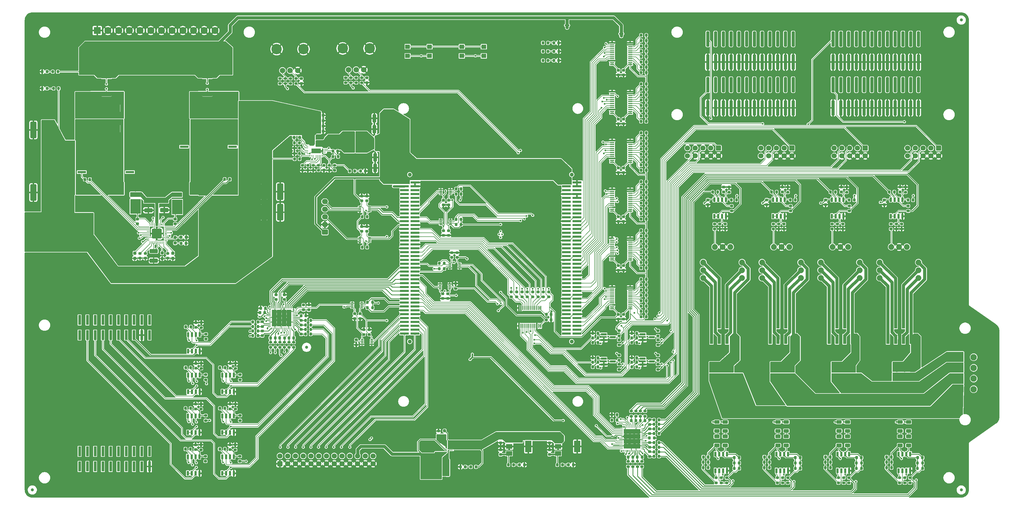
<source format=gbr>
%TF.GenerationSoftware,KiCad,Pcbnew,9.0.6-9.0.6~ubuntu24.04.1*%
%TF.CreationDate,2026-01-26T00:38:37+01:00*%
%TF.ProjectId,FPGA_Board_BA,46504741-5f42-46f6-9172-645f42412e6b,rev?*%
%TF.SameCoordinates,Original*%
%TF.FileFunction,Copper,L1,Top*%
%TF.FilePolarity,Positive*%
%FSLAX46Y46*%
G04 Gerber Fmt 4.6, Leading zero omitted, Abs format (unit mm)*
G04 Created by KiCad (PCBNEW 9.0.6-9.0.6~ubuntu24.04.1) date 2026-01-26 00:38:37*
%MOMM*%
%LPD*%
G01*
G04 APERTURE LIST*
G04 Aperture macros list*
%AMRoundRect*
0 Rectangle with rounded corners*
0 $1 Rounding radius*
0 $2 $3 $4 $5 $6 $7 $8 $9 X,Y pos of 4 corners*
0 Add a 4 corners polygon primitive as box body*
4,1,4,$2,$3,$4,$5,$6,$7,$8,$9,$2,$3,0*
0 Add four circle primitives for the rounded corners*
1,1,$1+$1,$2,$3*
1,1,$1+$1,$4,$5*
1,1,$1+$1,$6,$7*
1,1,$1+$1,$8,$9*
0 Add four rect primitives between the rounded corners*
20,1,$1+$1,$2,$3,$4,$5,0*
20,1,$1+$1,$4,$5,$6,$7,0*
20,1,$1+$1,$6,$7,$8,$9,0*
20,1,$1+$1,$8,$9,$2,$3,0*%
%AMFreePoly0*
4,1,30,0.400000,-4.000000,-0.400000,-4.000000,-2.400000,-4.000000,-2.400000,-3.200000,-0.400000,-3.200000,-0.400000,-2.800000,-2.400000,-2.800000,-2.400000,-2.000000,-0.400000,-2.000000,-0.400000,-1.600000,-2.400000,-1.600000,-2.400000,-0.800000,-0.400000,-0.800000,-0.400000,-0.400000,-2.400000,-0.400000,-2.400000,0.400000,-0.400000,0.400000,-0.400000,0.800000,-2.400000,0.800000,-2.400000,1.600000,
-0.400000,1.600000,-0.400000,2.000000,-2.400000,2.000000,-2.400000,2.800000,-0.400000,2.800000,-0.400000,3.200000,-2.400000,3.200000,-2.400000,4.000000,0.400000,4.000000,0.400000,-4.000000,0.400000,-4.000000,$1*%
%AMFreePoly1*
4,1,13,2.850000,-5.050000,1.450000,-5.050000,1.450000,-4.350000,-1.450000,-4.350000,-1.450000,-4.850000,-5.150000,-4.850000,-5.150000,4.850000,-1.450000,4.850000,-1.450000,4.350000,1.450000,4.350000,1.450000,5.050000,2.850000,5.050000,2.850000,-5.050000,2.850000,-5.050000,$1*%
G04 Aperture macros list end*
%TA.AperFunction,SMDPad,CuDef*%
%ADD10RoundRect,0.249999X0.737501X2.450001X-0.737501X2.450001X-0.737501X-2.450001X0.737501X-2.450001X0*%
%TD*%
%TA.AperFunction,SMDPad,CuDef*%
%ADD11RoundRect,0.249999X-0.737501X-2.450001X0.737501X-2.450001X0.737501X2.450001X-0.737501X2.450001X0*%
%TD*%
%TA.AperFunction,SMDPad,CuDef*%
%ADD12RoundRect,0.200000X0.200000X0.275000X-0.200000X0.275000X-0.200000X-0.275000X0.200000X-0.275000X0*%
%TD*%
%TA.AperFunction,SMDPad,CuDef*%
%ADD13RoundRect,0.218750X-0.218750X-0.256250X0.218750X-0.256250X0.218750X0.256250X-0.218750X0.256250X0*%
%TD*%
%TA.AperFunction,SMDPad,CuDef*%
%ADD14RoundRect,0.225000X-0.250000X0.225000X-0.250000X-0.225000X0.250000X-0.225000X0.250000X0.225000X0*%
%TD*%
%TA.AperFunction,SMDPad,CuDef*%
%ADD15RoundRect,0.225000X0.250000X-0.225000X0.250000X0.225000X-0.250000X0.225000X-0.250000X-0.225000X0*%
%TD*%
%TA.AperFunction,SMDPad,CuDef*%
%ADD16R,1.500000X4.400000*%
%TD*%
%TA.AperFunction,SMDPad,CuDef*%
%ADD17RoundRect,0.250000X-0.625000X0.312500X-0.625000X-0.312500X0.625000X-0.312500X0.625000X0.312500X0*%
%TD*%
%TA.AperFunction,SMDPad,CuDef*%
%ADD18RoundRect,0.200000X-0.200000X-0.275000X0.200000X-0.275000X0.200000X0.275000X-0.200000X0.275000X0*%
%TD*%
%TA.AperFunction,SMDPad,CuDef*%
%ADD19RoundRect,0.200000X0.275000X-0.200000X0.275000X0.200000X-0.275000X0.200000X-0.275000X-0.200000X0*%
%TD*%
%TA.AperFunction,SMDPad,CuDef*%
%ADD20RoundRect,0.200000X-0.275000X0.200000X-0.275000X-0.200000X0.275000X-0.200000X0.275000X0.200000X0*%
%TD*%
%TA.AperFunction,ComponentPad*%
%ADD21C,3.000000*%
%TD*%
%TA.AperFunction,SMDPad,CuDef*%
%ADD22RoundRect,0.237500X-0.237500X0.300000X-0.237500X-0.300000X0.237500X-0.300000X0.237500X0.300000X0*%
%TD*%
%TA.AperFunction,SMDPad,CuDef*%
%ADD23R,3.360000X4.860000*%
%TD*%
%TA.AperFunction,SMDPad,CuDef*%
%ADD24R,1.390000X1.400000*%
%TD*%
%TA.AperFunction,SMDPad,CuDef*%
%ADD25R,2.800000X0.800000*%
%TD*%
%TA.AperFunction,SMDPad,CuDef*%
%ADD26FreePoly0,180.000000*%
%TD*%
%TA.AperFunction,SMDPad,CuDef*%
%ADD27FreePoly1,180.000000*%
%TD*%
%TA.AperFunction,SMDPad,CuDef*%
%ADD28R,9.000000X2.380000*%
%TD*%
%TA.AperFunction,SMDPad,CuDef*%
%ADD29RoundRect,0.225000X-0.225000X-0.250000X0.225000X-0.250000X0.225000X0.250000X-0.225000X0.250000X0*%
%TD*%
%TA.AperFunction,SMDPad,CuDef*%
%ADD30RoundRect,0.237500X0.237500X-0.250000X0.237500X0.250000X-0.237500X0.250000X-0.237500X-0.250000X0*%
%TD*%
%TA.AperFunction,SMDPad,CuDef*%
%ADD31RoundRect,0.062500X0.375000X0.062500X-0.375000X0.062500X-0.375000X-0.062500X0.375000X-0.062500X0*%
%TD*%
%TA.AperFunction,SMDPad,CuDef*%
%ADD32RoundRect,0.062500X0.062500X0.375000X-0.062500X0.375000X-0.062500X-0.375000X0.062500X-0.375000X0*%
%TD*%
%TA.AperFunction,SMDPad,CuDef*%
%ADD33RoundRect,0.495000X1.155000X1.155000X-1.155000X1.155000X-1.155000X-1.155000X1.155000X-1.155000X0*%
%TD*%
%TA.AperFunction,SMDPad,CuDef*%
%ADD34R,1.450000X5.500000*%
%TD*%
%TA.AperFunction,SMDPad,CuDef*%
%ADD35RoundRect,0.225000X0.225000X0.250000X-0.225000X0.250000X-0.225000X-0.250000X0.225000X-0.250000X0*%
%TD*%
%TA.AperFunction,SMDPad,CuDef*%
%ADD36RoundRect,0.218750X0.218750X0.256250X-0.218750X0.256250X-0.218750X-0.256250X0.218750X-0.256250X0*%
%TD*%
%TA.AperFunction,SMDPad,CuDef*%
%ADD37R,1.900000X0.800000*%
%TD*%
%TA.AperFunction,SMDPad,CuDef*%
%ADD38R,0.650000X1.526000*%
%TD*%
%TA.AperFunction,SMDPad,CuDef*%
%ADD39RoundRect,0.255000X0.255000X-2.245000X0.255000X2.245000X-0.255000X2.245000X-0.255000X-2.245000X0*%
%TD*%
%TA.AperFunction,SMDPad,CuDef*%
%ADD40R,1.475000X0.450000*%
%TD*%
%TA.AperFunction,SMDPad,CuDef*%
%ADD41R,1.000000X3.150000*%
%TD*%
%TA.AperFunction,SMDPad,CuDef*%
%ADD42RoundRect,0.237500X-0.300000X-0.237500X0.300000X-0.237500X0.300000X0.237500X-0.300000X0.237500X0*%
%TD*%
%TA.AperFunction,SMDPad,CuDef*%
%ADD43R,0.267000X0.249999*%
%TD*%
%TA.AperFunction,SMDPad,CuDef*%
%ADD44RoundRect,0.315000X-0.935000X-0.735000X0.935000X-0.735000X0.935000X0.735000X-0.935000X0.735000X0*%
%TD*%
%TA.AperFunction,SMDPad,CuDef*%
%ADD45RoundRect,0.241875X-0.620623X-0.564375X0.620623X-0.564375X0.620623X0.564375X-0.620623X0.564375X0*%
%TD*%
%TA.AperFunction,SMDPad,CuDef*%
%ADD46R,0.599999X0.249999*%
%TD*%
%TA.AperFunction,SMDPad,CuDef*%
%ADD47R,0.249999X0.599999*%
%TD*%
%TA.AperFunction,SMDPad,CuDef*%
%ADD48RoundRect,0.330000X-1.219997X-0.770000X1.219997X-0.770000X1.219997X0.770000X-1.219997X0.770000X0*%
%TD*%
%TA.AperFunction,SMDPad,CuDef*%
%ADD49R,0.292999X0.249999*%
%TD*%
%TA.AperFunction,SMDPad,CuDef*%
%ADD50R,0.249999X0.258000*%
%TD*%
%TA.AperFunction,SMDPad,CuDef*%
%ADD51R,3.125000X1.584000*%
%TD*%
%TA.AperFunction,SMDPad,CuDef*%
%ADD52RoundRect,0.250000X-0.325000X-1.100000X0.325000X-1.100000X0.325000X1.100000X-0.325000X1.100000X0*%
%TD*%
%TA.AperFunction,ComponentPad*%
%ADD53C,1.890000*%
%TD*%
%TA.AperFunction,ComponentPad*%
%ADD54RoundRect,0.250000X-0.600000X0.600000X-0.600000X-0.600000X0.600000X-0.600000X0.600000X0.600000X0*%
%TD*%
%TA.AperFunction,ComponentPad*%
%ADD55C,1.700000*%
%TD*%
%TA.AperFunction,SMDPad,CuDef*%
%ADD56R,2.000000X1.500000*%
%TD*%
%TA.AperFunction,SMDPad,CuDef*%
%ADD57R,2.000000X3.800000*%
%TD*%
%TA.AperFunction,SMDPad,CuDef*%
%ADD58RoundRect,0.237500X-0.237500X0.250000X-0.237500X-0.250000X0.237500X-0.250000X0.237500X0.250000X0*%
%TD*%
%TA.AperFunction,SMDPad,CuDef*%
%ADD59R,0.700000X0.250000*%
%TD*%
%TA.AperFunction,SMDPad,CuDef*%
%ADD60R,0.250000X0.700000*%
%TD*%
%TA.AperFunction,SMDPad,CuDef*%
%ADD61R,1.352500X1.612500*%
%TD*%
%TA.AperFunction,SMDPad,CuDef*%
%ADD62RoundRect,0.250000X-1.100000X0.412500X-1.100000X-0.412500X1.100000X-0.412500X1.100000X0.412500X0*%
%TD*%
%TA.AperFunction,SMDPad,CuDef*%
%ADD63R,0.450000X1.475000*%
%TD*%
%TA.AperFunction,SMDPad,CuDef*%
%ADD64R,0.850000X0.300000*%
%TD*%
%TA.AperFunction,SMDPad,CuDef*%
%ADD65R,1.600000X1.400000*%
%TD*%
%TA.AperFunction,ComponentPad*%
%ADD66C,1.800000*%
%TD*%
%TA.AperFunction,ComponentPad*%
%ADD67C,3.400000*%
%TD*%
%TA.AperFunction,ComponentPad*%
%ADD68C,1.300000*%
%TD*%
%TA.AperFunction,SMDPad,CuDef*%
%ADD69R,2.920000X0.740000*%
%TD*%
%TA.AperFunction,SMDPad,CuDef*%
%ADD70C,1.000000*%
%TD*%
%TA.AperFunction,SMDPad,CuDef*%
%ADD71FreePoly0,0.000000*%
%TD*%
%TA.AperFunction,SMDPad,CuDef*%
%ADD72FreePoly1,0.000000*%
%TD*%
%TA.AperFunction,SMDPad,CuDef*%
%ADD73RoundRect,0.250000X1.100000X-0.412500X1.100000X0.412500X-1.100000X0.412500X-1.100000X-0.412500X0*%
%TD*%
%TA.AperFunction,SMDPad,CuDef*%
%ADD74RoundRect,0.250000X-1.425000X0.362500X-1.425000X-0.362500X1.425000X-0.362500X1.425000X0.362500X0*%
%TD*%
%TA.AperFunction,SMDPad,CuDef*%
%ADD75R,1.050000X3.400000*%
%TD*%
%TA.AperFunction,ComponentPad*%
%ADD76RoundRect,0.250000X0.725000X-0.600000X0.725000X0.600000X-0.725000X0.600000X-0.725000X-0.600000X0*%
%TD*%
%TA.AperFunction,ComponentPad*%
%ADD77O,1.950000X1.700000*%
%TD*%
%TA.AperFunction,SMDPad,CuDef*%
%ADD78R,0.900000X3.200000*%
%TD*%
%TA.AperFunction,SMDPad,CuDef*%
%ADD79R,1.150000X0.350000*%
%TD*%
%TA.AperFunction,SMDPad,CuDef*%
%ADD80R,1.450000X0.200000*%
%TD*%
%TA.AperFunction,SMDPad,CuDef*%
%ADD81R,0.450000X0.250000*%
%TD*%
%TA.AperFunction,SMDPad,CuDef*%
%ADD82R,1.612500X1.352500*%
%TD*%
%TA.AperFunction,ComponentPad*%
%ADD83R,2.300000X2.300000*%
%TD*%
%TA.AperFunction,ComponentPad*%
%ADD84C,2.300000*%
%TD*%
%TA.AperFunction,SMDPad,CuDef*%
%ADD85RoundRect,0.237500X-0.250000X-0.237500X0.250000X-0.237500X0.250000X0.237500X-0.250000X0.237500X0*%
%TD*%
%TA.AperFunction,ComponentPad*%
%ADD86R,2.100000X2.100000*%
%TD*%
%TA.AperFunction,ComponentPad*%
%ADD87C,2.100000*%
%TD*%
%TA.AperFunction,ComponentPad*%
%ADD88RoundRect,0.250000X0.600000X-0.600000X0.600000X0.600000X-0.600000X0.600000X-0.600000X-0.600000X0*%
%TD*%
%TA.AperFunction,ViaPad*%
%ADD89C,0.600000*%
%TD*%
%TA.AperFunction,Conductor*%
%ADD90C,0.200000*%
%TD*%
%TA.AperFunction,Conductor*%
%ADD91C,0.250000*%
%TD*%
%TA.AperFunction,Conductor*%
%ADD92C,0.300000*%
%TD*%
%TA.AperFunction,Conductor*%
%ADD93C,0.500000*%
%TD*%
%TA.AperFunction,Conductor*%
%ADD94C,1.000000*%
%TD*%
%TA.AperFunction,Conductor*%
%ADD95C,0.750000*%
%TD*%
G04 APERTURE END LIST*
D10*
%TO.P,C126,2*%
%TO.N,GND*%
X44162500Y-114900000D03*
%TO.P,C126,1*%
%TO.N,/Main_DCDC/Vin*%
X49437500Y-114900000D03*
%TD*%
%TO.P,C178,2*%
%TO.N,GND*%
X44162500Y-94400000D03*
%TO.P,C178,1*%
%TO.N,/Main_DCDC/Vin*%
X49437500Y-94400000D03*
%TD*%
D11*
%TO.P,C177,1*%
%TO.N,/Main_DCDC/Vin*%
X119662500Y-121400000D03*
%TO.P,C177,2*%
%TO.N,GND*%
X124937500Y-121400000D03*
%TD*%
D12*
%TO.P,R202,1*%
%TO.N,+5V*%
X244700000Y-72150000D03*
%TO.P,R202,2*%
%TO.N,/CHB Communication/Level_Shifter_8bit_1/A3*%
X243050000Y-72150000D03*
%TD*%
D13*
%TO.P,D7,1,K*%
%TO.N,GND*%
X47032500Y-75340012D03*
%TO.P,D7,2,A*%
%TO.N,Net-(D7-A)*%
X48607500Y-75340012D03*
%TD*%
D14*
%TO.P,C82,1*%
%TO.N,+5VA*%
X303375990Y-117375000D03*
%TO.P,C82,2*%
%TO.N,GND*%
X303375990Y-118925000D03*
%TD*%
%TO.P,C25,1*%
%TO.N,Net-(D6-K)*%
X90550000Y-123643000D03*
%TO.P,C25,2*%
%TO.N,/Main_DCDC/Leg-2/SW*%
X90550000Y-125193000D03*
%TD*%
%TO.P,C167,1*%
%TO.N,Net-(C167-Pad1)*%
X139212130Y-106050000D03*
%TO.P,C167,2*%
%TO.N,GND*%
X139212130Y-107600000D03*
%TD*%
D13*
%TO.P,D10,1,K*%
%TO.N,GND*%
X183895000Y-204840012D03*
%TO.P,D10,2,A*%
%TO.N,Net-(D10-A)*%
X185470000Y-204840012D03*
%TD*%
D12*
%TO.P,R180,1*%
%TO.N,+5V*%
X244700000Y-95400000D03*
%TO.P,R180,2*%
%TO.N,/CHB Communication/Level_Shifter_8bit_3/A8*%
X243050000Y-95400000D03*
%TD*%
D15*
%TO.P,C121,1*%
%TO.N,Net-(U25B-+)*%
X97220000Y-199200000D03*
%TO.P,C121,2*%
%TO.N,GND*%
X97220000Y-197650000D03*
%TD*%
D16*
%TO.P,L3,1,1*%
%TO.N,+5V*%
X176300000Y-205450000D03*
%TO.P,L3,2,2*%
%TO.N,Net-(U8-SW)*%
X179350000Y-205450000D03*
%TD*%
D17*
%TO.P,R11,1*%
%TO.N,/Current measure/Tamura_4/pin1*%
X327803000Y-190122430D03*
%TO.P,R11,2*%
%TO.N,Net-(R11-Pad2)*%
X327803000Y-193047430D03*
%TD*%
D18*
%TO.P,R121,1*%
%TO.N,/ADC for B6/Diffamp_4/Ain-*%
X133225000Y-161325000D03*
%TO.P,R121,2*%
%TO.N,Net-(R121-Pad2)*%
X134875000Y-161325000D03*
%TD*%
D17*
%TO.P,R18,1*%
%TO.N,Net-(R17-Pad2)*%
X290550000Y-194872430D03*
%TO.P,R18,2*%
%TO.N,Net-(U12A--)*%
X290550000Y-197797430D03*
%TD*%
D19*
%TO.P,R109,1*%
%TO.N,GND*%
X132212130Y-107650000D03*
%TO.P,R109,2*%
%TO.N,Net-(U4-CONFIG)*%
X132212130Y-106000000D03*
%TD*%
D12*
%TO.P,R264,1*%
%TO.N,Net-(Q7-G)*%
X241625000Y-162575000D03*
%TO.P,R264,2*%
%TO.N,/CHB Communication/En-Err-circuit-3/En_in*%
X239975000Y-162575000D03*
%TD*%
D15*
%TO.P,C130,1*%
%TO.N,GND*%
X237300000Y-108401335D03*
%TO.P,C130,2*%
%TO.N,+5V*%
X237300000Y-106851335D03*
%TD*%
D19*
%TO.P,R62,1*%
%TO.N,+5VA*%
X124820000Y-79225000D03*
%TO.P,R62,2*%
%TO.N,Net-(R61-Pad2)*%
X124820000Y-77575000D03*
%TD*%
D12*
%TO.P,R173,1*%
%TO.N,+5V*%
X244700000Y-107650000D03*
%TO.P,R173,2*%
%TO.N,/CHB Communication/Level_Shifter_8bit_3/A1*%
X243050000Y-107650000D03*
%TD*%
D20*
%TO.P,R92,1*%
%TO.N,Net-(U18A-+)*%
X289800000Y-125250000D03*
%TO.P,R92,2*%
%TO.N,GND*%
X289800000Y-126900000D03*
%TD*%
D18*
%TO.P,R84,1*%
%TO.N,/ADC for Machine/Diffamp7/Ain+*%
X247225000Y-189400000D03*
%TO.P,R84,2*%
%TO.N,Net-(U18A--)*%
X248875000Y-189400000D03*
%TD*%
D12*
%TO.P,R184,1*%
%TO.N,+5V*%
X244700000Y-118400000D03*
%TO.P,R184,2*%
%TO.N,/CHB Communication/Level_Shifter_8bit_4/A4*%
X243050000Y-118400000D03*
%TD*%
%TO.P,R1,1*%
%TO.N,Net-(U11-~{SDR}{slash}DDR)*%
X235125000Y-189502912D03*
%TO.P,R1,2*%
%TO.N,+1V8*%
X233475000Y-189502912D03*
%TD*%
D14*
%TO.P,C174,1*%
%TO.N,+3.3V*%
X178050000Y-148125000D03*
%TO.P,C174,2*%
%TO.N,GND*%
X178050000Y-149675000D03*
%TD*%
D12*
%TO.P,R206,1*%
%TO.N,+5V*%
X244700000Y-65150000D03*
%TO.P,R206,2*%
%TO.N,/CHB Communication/Level_Shifter_8bit_1/A7*%
X243050000Y-65150000D03*
%TD*%
%TO.P,R234,1*%
%TO.N,+5V*%
X184125000Y-123709473D03*
%TO.P,R234,2*%
%TO.N,/CHB Communication/En-Err-circuit-2/Err*%
X182475000Y-123709473D03*
%TD*%
D21*
%TO.P,J3,1*%
%TO.N,/Main_DCDC/Vin*%
X42800000Y-128150000D03*
X60300000Y-128150000D03*
%TD*%
D22*
%TO.P,C23,1*%
%TO.N,Net-(U3-SS2)*%
X89800000Y-134787500D03*
%TO.P,C23,2*%
%TO.N,GND*%
X89800000Y-136512500D03*
%TD*%
D23*
%TO.P,D6,1,K*%
%TO.N,Net-(D6-K)*%
X91220000Y-119632000D03*
D24*
%TO.P,D6,2,A*%
%TO.N,Net-(D5-A)*%
X90300000Y-115650000D03*
X92140000Y-115650000D03*
%TD*%
D14*
%TO.P,C29,1*%
%TO.N,/ADC for Machine/PHB_V+*%
X245800000Y-199875000D03*
%TO.P,C29,2*%
%TO.N,/ADC for Machine/PHB_V-*%
X245800000Y-201425000D03*
%TD*%
D18*
%TO.P,R86,1*%
%TO.N,Net-(R85-Pad2)*%
X285725000Y-114725000D03*
%TO.P,R86,2*%
%TO.N,Net-(U18B--)*%
X287375000Y-114725000D03*
%TD*%
D25*
%TO.P,Q1,1,G*%
%TO.N,/Main_DCDC/Leg-1/Gate_H*%
X59980000Y-108250000D03*
D26*
%TO.P,Q1,2,S*%
%TO.N,/Main_DCDC/Leg-1/SW*%
X58980000Y-103450000D03*
D27*
%TO.P,Q1,3,D*%
%TO.N,/Main_DCDC/Vin*%
X50930000Y-104050000D03*
%TD*%
D28*
%TO.P,L4,1,1*%
%TO.N,/Main_DCDC/Leg-2/R_I+*%
X101050000Y-87325000D03*
%TO.P,L4,2,2*%
%TO.N,/Main_DCDC/Leg-2/SW*%
X101050000Y-93975000D03*
%TD*%
D20*
%TO.P,R33,1*%
%TO.N,/ADC for Machine/PHC_V-*%
X241800000Y-203075000D03*
%TO.P,R33,2*%
%TO.N,Net-(R237-Pad2)*%
X241800000Y-204725000D03*
%TD*%
D12*
%TO.P,R189,1*%
%TO.N,+5V*%
X244700000Y-139650000D03*
%TO.P,R189,2*%
%TO.N,/CHB Communication/Level_Shifter_8bit_5/A1*%
X243050000Y-139650000D03*
%TD*%
D20*
%TO.P,R227,1*%
%TO.N,+3.3V*%
X209300000Y-147500000D03*
%TO.P,R227,2*%
%TO.N,/CHB Communication/En_Ph2*%
X209300000Y-149150000D03*
%TD*%
D15*
%TO.P,C111,1*%
%TO.N,Net-(U23B-+)*%
X97260000Y-185850000D03*
%TO.P,C111,2*%
%TO.N,GND*%
X97260000Y-184300000D03*
%TD*%
D18*
%TO.P,R104,1*%
%TO.N,Net-(R103-Pad2)*%
X105225000Y-172300000D03*
%TO.P,R104,2*%
%TO.N,Net-(U20B--)*%
X106875000Y-172300000D03*
%TD*%
D13*
%TO.P,D8,1,K*%
%TO.N,GND*%
X47032500Y-80840012D03*
%TO.P,D8,2,A*%
%TO.N,Net-(D8-A)*%
X48607500Y-80840012D03*
%TD*%
D17*
%TO.P,R14,1*%
%TO.N,Net-(R10-Pad2)*%
X307800000Y-194855430D03*
%TO.P,R14,2*%
%TO.N,Net-(U13A-+)*%
X307800000Y-197780430D03*
%TD*%
D14*
%TO.P,C145,1*%
%TO.N,GND*%
X151550000Y-126090523D03*
%TO.P,C145,2*%
%TO.N,+5V_Zynq*%
X151550000Y-127640523D03*
%TD*%
D12*
%TO.P,R211,1*%
%TO.N,+5V*%
X244700000Y-150400000D03*
%TO.P,R211,2*%
%TO.N,/CHB Communication/Level_Shifter_8bit_6/A4*%
X243050000Y-150400000D03*
%TD*%
D19*
%TO.P,R258,1*%
%TO.N,Net-(U14B--)*%
X329300000Y-210084930D03*
%TO.P,R258,2*%
%TO.N,Net-(R258-Pad2)*%
X329300000Y-208434930D03*
%TD*%
D29*
%TO.P,C68,1*%
%TO.N,REFOUT_M*%
X245775000Y-195400000D03*
%TO.P,C68,2*%
%TO.N,GND*%
X247325000Y-195400000D03*
%TD*%
D20*
%TO.P,R266,1*%
%TO.N,/CHB Communication/En-Err-circuit-4/Err*%
X248550000Y-171250000D03*
%TO.P,R266,2*%
%TO.N,/CHB Communication/En-Err-circuit-4/En_out*%
X248550000Y-172900000D03*
%TD*%
D18*
%TO.P,R223,1*%
%TO.N,Net-(U13A--)*%
X313475000Y-203584930D03*
%TO.P,R223,2*%
%TO.N,Net-(C65-Pad2)*%
X315125000Y-203584930D03*
%TD*%
D12*
%TO.P,R218,1*%
%TO.N,+3.3V*%
X155125000Y-152691143D03*
%TO.P,R218,2*%
%TO.N,/ADC for B6/CLK_IN*%
X153475000Y-152691143D03*
%TD*%
D19*
%TO.P,R127,1*%
%TO.N,Net-(C167-Pad1)*%
X137462130Y-107650000D03*
%TO.P,R127,2*%
%TO.N,Net-(U4-EXTCOMP)*%
X137462130Y-106000000D03*
%TD*%
D12*
%TO.P,R203,1*%
%TO.N,+5V*%
X244700000Y-70400000D03*
%TO.P,R203,2*%
%TO.N,/CHB Communication/Level_Shifter_8bit_1/A4*%
X243050000Y-70400000D03*
%TD*%
D30*
%TO.P,R4,1*%
%TO.N,GND*%
X86300000Y-136562500D03*
%TO.P,R4,2*%
%TO.N,Net-(U3-RT)*%
X86300000Y-134737500D03*
%TD*%
D17*
%TO.P,R13,1*%
%TO.N,Net-(R13-Pad1)*%
X287800000Y-194855430D03*
%TO.P,R13,2*%
%TO.N,Net-(U12A-+)*%
X287800000Y-197780430D03*
%TD*%
D31*
%TO.P,U3,1,SS2*%
%TO.N,Net-(U3-SS2)*%
X87487500Y-130650000D03*
%TO.P,U3,2,COMP2*%
%TO.N,/Main_DCDC/Comp1*%
X87487500Y-130150000D03*
%TO.P,U3,3,FB2*%
%TO.N,GND*%
X87487500Y-129650000D03*
%TO.P,U3,4,CS2*%
%TO.N,/Main_DCDC/Leg-2/R_I+*%
X87487500Y-129150000D03*
%TO.P,U3,5,VOUT2*%
%TO.N,+5V*%
X87487500Y-128650000D03*
%TO.P,U3,6,VCCX*%
X87487500Y-128150000D03*
%TO.P,U3,7,PG2*%
%TO.N,unconnected-(U3-PG2-Pad7)*%
X87487500Y-127650000D03*
%TO.P,U3,8,HOL2*%
%TO.N,/Main_DCDC/Leg-2/Gate_H*%
X87487500Y-127150000D03*
%TO.P,U3,9,HO2*%
%TO.N,Net-(U3-HO2)*%
X87487500Y-126650000D03*
%TO.P,U3,10,SW2*%
%TO.N,/Main_DCDC/Leg-2/SW*%
X87487500Y-126150000D03*
D32*
%TO.P,U3,11,HB2*%
%TO.N,Net-(D6-K)*%
X86800000Y-125462500D03*
%TO.P,U3,12,LOL2*%
%TO.N,/Main_DCDC/Leg-2/Gate_L*%
X86300000Y-125462500D03*
%TO.P,U3,13,LO2*%
X85800000Y-125462500D03*
%TO.P,U3,14,PGND2*%
%TO.N,GND*%
X85300000Y-125462500D03*
%TO.P,U3,15,VCC*%
%TO.N,Net-(D5-A)*%
X84800000Y-125462500D03*
%TO.P,U3,16,VCC*%
X84300000Y-125462500D03*
%TO.P,U3,17,PGND1*%
%TO.N,GND*%
X83800000Y-125462500D03*
%TO.P,U3,18,LO1*%
%TO.N,/Main_DCDC/Leg-1/Gate_L*%
X83300000Y-125462500D03*
%TO.P,U3,19,LOL1*%
X82800000Y-125462500D03*
%TO.P,U3,20,HB1*%
%TO.N,Net-(D5-K)*%
X82300000Y-125462500D03*
D31*
%TO.P,U3,21,SW1*%
%TO.N,/Main_DCDC/Leg-1/SW*%
X81612500Y-126150000D03*
%TO.P,U3,22,HO1*%
%TO.N,Net-(U3-HO1)*%
X81612500Y-126650000D03*
%TO.P,U3,23,HOL1*%
%TO.N,/Main_DCDC/Leg-1/Gate_H*%
X81612500Y-127150000D03*
%TO.P,U3,24,PG1*%
%TO.N,unconnected-(U3-PG1-Pad24)*%
X81612500Y-127650000D03*
%TO.P,U3,25,VIN*%
%TO.N,/Main_DCDC/Vin*%
X81612500Y-128150000D03*
%TO.P,U3,26,VOUT1*%
%TO.N,+5V*%
X81612500Y-128650000D03*
%TO.P,U3,27,CS1*%
%TO.N,/Main_DCDC/Leg-1/R_I+*%
X81612500Y-129150000D03*
%TO.P,U3,28,FB1*%
%TO.N,GND*%
X81612500Y-129650000D03*
%TO.P,U3,29,COMP1*%
%TO.N,/Main_DCDC/Comp1*%
X81612500Y-130150000D03*
%TO.P,U3,30,SS1*%
%TO.N,Net-(U3-SS1)*%
X81612500Y-130650000D03*
D32*
%TO.P,U3,31,EN1*%
%TO.N,/Main_DCDC/Vin*%
X82300000Y-131337500D03*
%TO.P,U3,32,RES*%
%TO.N,Net-(U3-RES)*%
X82800000Y-131337500D03*
%TO.P,U3,33,DEMB*%
%TO.N,/Main_DCDC/Mode*%
X83300000Y-131337500D03*
%TO.P,U3,34,MODE*%
X83800000Y-131337500D03*
%TO.P,U3,35,AGND*%
%TO.N,GND*%
X84300000Y-131337500D03*
%TO.P,U3,36,VDDA*%
%TO.N,/Main_DCDC/Mode*%
X84800000Y-131337500D03*
%TO.P,U3,37,RT*%
%TO.N,Net-(U3-RT)*%
X85300000Y-131337500D03*
%TO.P,U3,38,DITH*%
%TO.N,unconnected-(U3-DITH-Pad38)*%
X85800000Y-131337500D03*
%TO.P,U3,39,SYNCOUT*%
%TO.N,unconnected-(U3-SYNCOUT-Pad39)*%
X86300000Y-131337500D03*
%TO.P,U3,40,EN2*%
%TO.N,/Main_DCDC/Vin*%
X86800000Y-131337500D03*
D33*
%TO.P,U3,41,Pad*%
%TO.N,GND*%
X84550000Y-128400000D03*
%TD*%
D12*
%TO.P,R193,1*%
%TO.N,+5V*%
X244700000Y-132650000D03*
%TO.P,R193,2*%
%TO.N,/CHB Communication/Level_Shifter_8bit_5/A5*%
X243050000Y-132650000D03*
%TD*%
%TO.P,R111,1*%
%TO.N,/ADC for B6/Diffamp_3/Ain+*%
X117625000Y-161825000D03*
%TO.P,R111,2*%
%TO.N,Net-(U21A--)*%
X115975000Y-161825000D03*
%TD*%
%TO.P,R213,1*%
%TO.N,+5V*%
X244700000Y-146900000D03*
%TO.P,R213,2*%
%TO.N,/CHB Communication/Level_Shifter_8bit_6/A6*%
X243050000Y-146900000D03*
%TD*%
D34*
%TO.P,L2,1,1*%
%TO.N,Net-(L2-Pad1)*%
X147287130Y-98975000D03*
%TO.P,L2,2,2*%
%TO.N,Net-(U4-ISNS+)*%
X151287130Y-98975000D03*
%TD*%
D35*
%TO.P,C94,1*%
%TO.N,/ADC for B6/Diffamp_2/Ain+*%
X129325000Y-162575000D03*
%TO.P,C94,2*%
%TO.N,/ADC for B6/Diffamp_2/Ain-*%
X127775000Y-162575000D03*
%TD*%
D14*
%TO.P,C54,1*%
%TO.N,Net-(C54-Pad1)*%
X153300000Y-77350000D03*
%TO.P,C54,2*%
%TO.N,GND*%
X153300000Y-78900000D03*
%TD*%
D18*
%TO.P,R85,1*%
%TO.N,/ADC for Machine/Diffamp7/Ain-*%
X247225000Y-190900000D03*
%TO.P,R85,2*%
%TO.N,Net-(R85-Pad2)*%
X248875000Y-190900000D03*
%TD*%
D12*
%TO.P,R199,1*%
%TO.N,Net-(U13A-+)*%
X304987500Y-203334930D03*
%TO.P,R199,2*%
%TO.N,REFOUT_M*%
X303337500Y-203334930D03*
%TD*%
D14*
%TO.P,C92,1*%
%TO.N,+5VA*%
X264875990Y-117375000D03*
%TO.P,C92,2*%
%TO.N,GND*%
X264875990Y-118925000D03*
%TD*%
D12*
%TO.P,R212,1*%
%TO.N,+5V*%
X244700000Y-148650000D03*
%TO.P,R212,2*%
%TO.N,/CHB Communication/Level_Shifter_8bit_6/A5*%
X243050000Y-148650000D03*
%TD*%
D18*
%TO.P,R98,1*%
%TO.N,Net-(U19B-+)*%
X272610990Y-117400000D03*
%TO.P,R98,2*%
%TO.N,REFOUT_M*%
X274260990Y-117400000D03*
%TD*%
D17*
%TO.P,R22,1*%
%TO.N,Net-(R21-Pad2)*%
X330550000Y-194872430D03*
%TO.P,R22,2*%
%TO.N,Net-(U14A--)*%
X330550000Y-197797430D03*
%TD*%
D14*
%TO.P,C151,1*%
%TO.N,+3.3V*%
X178300000Y-127434473D03*
%TO.P,C151,2*%
%TO.N,GND*%
X178300000Y-128984473D03*
%TD*%
D36*
%TO.P,D13,1,K*%
%TO.N,GND*%
X216050000Y-71650000D03*
%TO.P,D13,2,A*%
%TO.N,Net-(D13-A)*%
X214475000Y-71650000D03*
%TD*%
D15*
%TO.P,C124,1*%
%TO.N,+5VA_2*%
X213050000Y-200787500D03*
%TO.P,C124,2*%
%TO.N,GND*%
X213050000Y-199237500D03*
%TD*%
D17*
%TO.P,R24,1*%
%TO.N,Net-(R23-Pad2)*%
X270550000Y-194872430D03*
%TO.P,R24,2*%
%TO.N,Net-(U15A--)*%
X270550000Y-197797430D03*
%TD*%
D12*
%TO.P,R195,1*%
%TO.N,+5V*%
X244700000Y-129150000D03*
%TO.P,R195,2*%
%TO.N,/CHB Communication/Level_Shifter_8bit_5/A7*%
X243050000Y-129150000D03*
%TD*%
D37*
%TO.P,Q3,1,G*%
%TO.N,Net-(Q3-G)*%
X230800000Y-161375000D03*
%TO.P,Q3,2,S*%
%TO.N,GND*%
X230800000Y-163275000D03*
%TO.P,Q3,3,D*%
%TO.N,Net-(D26-K)*%
X233800000Y-162325000D03*
%TD*%
D15*
%TO.P,C159,1*%
%TO.N,/ADC for B6/Diffamp_1/Ain+*%
X119050000Y-158850000D03*
%TO.P,C159,2*%
%TO.N,/ADC for B6/Diffamp_1/Ain-*%
X119050000Y-157300000D03*
%TD*%
D38*
%TO.P,U7,1*%
%TO.N,Net-(U7A--)*%
X324707000Y-122682000D03*
%TO.P,U7,2,-*%
X325977000Y-122682000D03*
%TO.P,U7,3,+*%
%TO.N,Net-(U7A-+)*%
X327247000Y-122682000D03*
%TO.P,U7,4,V-*%
%TO.N,GND*%
X328517000Y-122682000D03*
%TO.P,U7,5,+*%
%TO.N,Net-(U7B-+)*%
X328517000Y-117258000D03*
%TO.P,U7,6,-*%
%TO.N,Net-(U7B--)*%
X327247000Y-117258000D03*
%TO.P,U7,7*%
%TO.N,Net-(R37-Pad2)*%
X325977000Y-117258000D03*
%TO.P,U7,8,V+*%
%TO.N,+5VA*%
X324707000Y-117258000D03*
%TD*%
D39*
%TO.P,U46,1*%
%TO.N,GND*%
X264830000Y-87200000D03*
%TO.P,U46,2*%
%TO.N,/CHB Communication/Ph_C_Tx1_5V*%
X264830000Y-79600000D03*
%TO.P,U46,3*%
%TO.N,GND*%
X267370000Y-87200000D03*
%TO.P,U46,4*%
%TO.N,/CHB Communication/Level_Shifter_8bit_4/A7*%
X267370000Y-79600000D03*
%TO.P,U46,5*%
%TO.N,GND*%
X269910000Y-87200000D03*
%TO.P,U46,6*%
%TO.N,/CHB Communication/Level_Shifter_8bit_4/A6*%
X269910000Y-79600000D03*
%TO.P,U46,7*%
%TO.N,GND*%
X272450000Y-87200000D03*
%TO.P,U46,8*%
%TO.N,/CHB Communication/Level_Shifter_8bit_4/A5*%
X272450000Y-79600000D03*
%TO.P,U46,9*%
%TO.N,GND*%
X274990000Y-87200000D03*
%TO.P,U46,10*%
%TO.N,/CHB Communication/Level_Shifter_8bit_4/A4*%
X274990000Y-79600000D03*
%TO.P,U46,11*%
%TO.N,GND*%
X277530000Y-87200000D03*
%TO.P,U46,12*%
%TO.N,/CHB Communication/Level_Shifter_8bit_4/A3*%
X277530000Y-79600000D03*
%TO.P,U46,13*%
%TO.N,GND*%
X280070000Y-87200000D03*
%TO.P,U46,14*%
%TO.N,/CHB Communication/Level_Shifter_8bit_4/A2*%
X280070000Y-79600000D03*
%TO.P,U46,15*%
%TO.N,GND*%
X282610000Y-87200000D03*
%TO.P,U46,16*%
%TO.N,/CHB Communication/Level_Shifter_8bit_4/A1*%
X282610000Y-79600000D03*
%TO.P,U46,17*%
%TO.N,GND*%
X285150000Y-87200000D03*
%TO.P,U46,18*%
%TO.N,/CHB Communication/Level_Shifter_8bit_5/A8*%
X285150000Y-79600000D03*
%TO.P,U46,19*%
%TO.N,GND*%
X287690000Y-87200000D03*
%TO.P,U46,20*%
%TO.N,/CHB Communication/Level_Shifter_8bit_5/A7*%
X287690000Y-79600000D03*
%TO.P,U46,21*%
%TO.N,GND*%
X290230000Y-87200000D03*
%TO.P,U46,22*%
%TO.N,/CHB Communication/Level_Shifter_8bit_5/A6*%
X290230000Y-79600000D03*
%TO.P,U46,23*%
%TO.N,GND*%
X292770000Y-87200000D03*
%TO.P,U46,24*%
%TO.N,/CHB Communication/Level_Shifter_8bit_5/A5*%
X292770000Y-79600000D03*
%TD*%
D40*
%TO.P,U30,1,V_{CCA}*%
%TO.N,+5V*%
X239426000Y-137050000D03*
%TO.P,U30,2,DIR*%
X239426000Y-136400000D03*
%TO.P,U30,3,A1*%
%TO.N,/CHB Communication/Level_Shifter_8bit_5/A1*%
X239426000Y-135750000D03*
%TO.P,U30,4,A2*%
%TO.N,/CHB Communication/Level_Shifter_8bit_5/A2*%
X239426000Y-135100000D03*
%TO.P,U30,5,A3*%
%TO.N,/CHB Communication/Level_Shifter_8bit_5/A3*%
X239426000Y-134450000D03*
%TO.P,U30,6,A4*%
%TO.N,/CHB Communication/Ph_D_Tx1_5V*%
X239426000Y-133800000D03*
%TO.P,U30,7,A5*%
%TO.N,/CHB Communication/Level_Shifter_8bit_5/A5*%
X239426000Y-133150000D03*
%TO.P,U30,8,A6*%
%TO.N,/CHB Communication/Level_Shifter_8bit_5/A6*%
X239426000Y-132500000D03*
%TO.P,U30,9,A7*%
%TO.N,/CHB Communication/Level_Shifter_8bit_5/A7*%
X239426000Y-131850000D03*
%TO.P,U30,10,A8*%
%TO.N,/CHB Communication/Level_Shifter_8bit_5/A8*%
X239426000Y-131200000D03*
%TO.P,U30,11,GND*%
%TO.N,GND*%
X239426000Y-130550000D03*
%TO.P,U30,12,GND*%
X239426000Y-129900000D03*
%TO.P,U30,13,GND*%
X233550000Y-129900000D03*
%TO.P,U30,14,B8*%
%TO.N,/CHB Communication/Ph_C_Tx9*%
X233550000Y-130550000D03*
%TO.P,U30,15,B7*%
%TO.N,/CHB Communication/Ph_C_Tx10*%
X233550000Y-131200000D03*
%TO.P,U30,16,B6*%
%TO.N,/CHB Communication/Ph_C_Tx11*%
X233550000Y-131850000D03*
%TO.P,U30,17,B5*%
%TO.N,/CHB Communication/Ph_C_Tx12*%
X233550000Y-132500000D03*
%TO.P,U30,18,B4*%
%TO.N,/CHB Communication/Ph_D_Tx1*%
X233550000Y-133150000D03*
%TO.P,U30,19,B3*%
%TO.N,/CHB Communication/Ph_D_Tx2*%
X233550000Y-133800000D03*
%TO.P,U30,20,B2*%
%TO.N,/CHB Communication/Ph_D_Tx3*%
X233550000Y-134450000D03*
%TO.P,U30,21,B1*%
%TO.N,/CHB Communication/Ph_D_Tx4*%
X233550000Y-135100000D03*
%TO.P,U30,22,~{OE}*%
%TO.N,GND*%
X233550000Y-135750000D03*
%TO.P,U30,23,V_{CCB}*%
%TO.N,+3.3V*%
X233550000Y-136400000D03*
%TO.P,U30,24,V_{CCB}*%
X233550000Y-137050000D03*
%TD*%
D41*
%TO.P,J16,1,Pin_1*%
%TO.N,/Current measure/Tamura_1/pin1*%
X273670000Y-157940012D03*
%TO.P,J16,2,Pin_2*%
X273670000Y-162990012D03*
%TO.P,J16,3,Pin_3*%
%TO.N,/Current measure/Tamura_1/pin2*%
X271130000Y-157940012D03*
%TO.P,J16,4,Pin_4*%
%TO.N,/Current measure/Tamura_1/pin3*%
X271130000Y-162990012D03*
%TO.P,J16,5,Pin_5*%
%TO.N,/Current measure/Tamura_1/pin6*%
X268590000Y-157940012D03*
%TO.P,J16,6,Pin_6*%
%TO.N,/Current measure/Tamura_1/pin5*%
X268590000Y-162990012D03*
%TO.P,J16,7,Pin_7*%
%TO.N,/Current measure/Tamura_1/pin4*%
X266050000Y-157940012D03*
%TO.P,J16,8,Pin_8*%
X266050000Y-162990012D03*
%TD*%
D14*
%TO.P,C155,1*%
%TO.N,GND*%
X151550000Y-116090523D03*
%TO.P,C155,2*%
%TO.N,+5V_Zynq*%
X151550000Y-117640523D03*
%TD*%
D12*
%TO.P,R245,1*%
%TO.N,/ADC for B6/Diffamp_1/Ain+*%
X117625000Y-158825000D03*
%TO.P,R245,2*%
%TO.N,Net-(U44A--)*%
X115975000Y-158825000D03*
%TD*%
D20*
%TO.P,R161,1*%
%TO.N,Net-(C61-Pad2)*%
X291050000Y-208434930D03*
%TO.P,R161,2*%
%TO.N,Net-(U12B--)*%
X291050000Y-210084930D03*
%TD*%
D38*
%TO.P,U21,1*%
%TO.N,Net-(U21A--)*%
X94740000Y-180224000D03*
%TO.P,U21,2,-*%
X96010000Y-180224000D03*
%TO.P,U21,3,+*%
%TO.N,/ADC for B6/V_B*%
X97280000Y-180224000D03*
%TO.P,U21,4,V-*%
%TO.N,GND*%
X98550000Y-180224000D03*
%TO.P,U21,5,+*%
%TO.N,Net-(U21B-+)*%
X98550000Y-174800000D03*
%TO.P,U21,6,-*%
%TO.N,Net-(U21B--)*%
X97280000Y-174800000D03*
%TO.P,U21,7*%
%TO.N,Net-(R112-Pad2)*%
X96010000Y-174800000D03*
%TO.P,U21,8,V+*%
%TO.N,+5VA*%
X94740000Y-174800000D03*
%TD*%
%TO.P,U15,1*%
%TO.N,Net-(C8-Pad2)*%
X271110000Y-200660930D03*
%TO.P,U15,2,-*%
%TO.N,Net-(U15A--)*%
X269840000Y-200660930D03*
%TO.P,U15,3,+*%
%TO.N,Net-(U15A-+)*%
X268570000Y-200660930D03*
%TO.P,U15,4,V-*%
%TO.N,+5VA*%
X267300000Y-200660930D03*
%TO.P,U15,5,+*%
%TO.N,Net-(U15B-+)*%
X267300000Y-206084930D03*
%TO.P,U15,6,-*%
%TO.N,Net-(U15B--)*%
X268570000Y-206084930D03*
%TO.P,U15,7*%
%TO.N,Net-(R144-Pad2)*%
X269840000Y-206084930D03*
%TO.P,U15,8,V+*%
%TO.N,GND*%
X271110000Y-206084930D03*
%TD*%
D19*
%TO.P,R29,1*%
%TO.N,Net-(U1-~{SDR}{slash}DDR)*%
X134300000Y-153400000D03*
%TO.P,R29,2*%
%TO.N,GND*%
X134300000Y-151750000D03*
%TD*%
D15*
%TO.P,C156,1*%
%TO.N,+3.3V*%
X153300000Y-117640523D03*
%TO.P,C156,2*%
%TO.N,GND*%
X153300000Y-116090523D03*
%TD*%
D38*
%TO.P,U24,1*%
%TO.N,Net-(U24A--)*%
X105910000Y-206924000D03*
%TO.P,U24,2,-*%
X107180000Y-206924000D03*
%TO.P,U24,3,+*%
%TO.N,/ADC for B6/I_B*%
X108450000Y-206924000D03*
%TO.P,U24,4,V-*%
%TO.N,GND*%
X109720000Y-206924000D03*
%TO.P,U24,5,+*%
%TO.N,Net-(U24B-+)*%
X109720000Y-201500000D03*
%TO.P,U24,6,-*%
%TO.N,Net-(U24B--)*%
X108450000Y-201500000D03*
%TO.P,U24,7*%
%TO.N,Net-(R139-Pad2)*%
X107180000Y-201500000D03*
%TO.P,U24,8,V+*%
%TO.N,+5VA*%
X105910000Y-201500000D03*
%TD*%
D12*
%TO.P,R168,1*%
%TO.N,+5V*%
X244700000Y-86400000D03*
%TO.P,R168,2*%
%TO.N,/CHB Communication/Ph_B_Tx1_5V*%
X243050000Y-86400000D03*
%TD*%
D29*
%TO.P,C77,1*%
%TO.N,/Main_DCDC/Vin*%
X137437130Y-93150000D03*
%TO.P,C77,2*%
%TO.N,GND*%
X138987130Y-93150000D03*
%TD*%
D18*
%TO.P,R113,1*%
%TO.N,Net-(R112-Pad2)*%
X93975000Y-172300000D03*
%TO.P,R113,2*%
%TO.N,Net-(U21B--)*%
X95625000Y-172300000D03*
%TD*%
D12*
%TO.P,R172,1*%
%TO.N,+5V*%
X244700000Y-79400000D03*
%TO.P,R172,2*%
%TO.N,/CHB Communication/Level_Shifter_8bit_2/A8*%
X243050000Y-79400000D03*
%TD*%
D42*
%TO.P,C19,1*%
%TO.N,/Main_DCDC/Comp1*%
X92437500Y-129562500D03*
%TO.P,C19,2*%
%TO.N,GND*%
X94162500Y-129562500D03*
%TD*%
D20*
%TO.P,R90,1*%
%TO.N,Net-(U18A-+)*%
X288050000Y-125250000D03*
%TO.P,R90,2*%
%TO.N,GND*%
X288050000Y-126900000D03*
%TD*%
D19*
%TO.P,R36,1*%
%TO.N,/ADC for Machine/Diffamp5/Ain+*%
X239800000Y-188225000D03*
%TO.P,R36,2*%
%TO.N,Net-(U7A--)*%
X239800000Y-186575000D03*
%TD*%
D20*
%TO.P,R65,1*%
%TO.N,Net-(C57-Pad1)*%
X130070000Y-77575000D03*
%TO.P,R65,2*%
%TO.N,/FPGA/Poti2*%
X130070000Y-79225000D03*
%TD*%
D15*
%TO.P,C51,1*%
%TO.N,+5VA*%
X197050000Y-200787500D03*
%TO.P,C51,2*%
%TO.N,GND*%
X197050000Y-199237500D03*
%TD*%
D19*
%TO.P,R100,1*%
%TO.N,/ADC for Machine/Iin_a*%
X267050000Y-126900000D03*
%TO.P,R100,2*%
%TO.N,Net-(U19A-+)*%
X267050000Y-125250000D03*
%TD*%
D12*
%TO.P,R177,1*%
%TO.N,+5V*%
X244700000Y-100650000D03*
%TO.P,R177,2*%
%TO.N,/CHB Communication/Level_Shifter_8bit_3/A5*%
X243050000Y-100650000D03*
%TD*%
D15*
%TO.P,C139,1*%
%TO.N,GND*%
X237300000Y-156401335D03*
%TO.P,C139,2*%
%TO.N,+5V*%
X237300000Y-154851335D03*
%TD*%
D14*
%TO.P,C21,1*%
%TO.N,Net-(D5-K)*%
X78220000Y-123625000D03*
%TO.P,C21,2*%
%TO.N,/Main_DCDC/Leg-1/SW*%
X78220000Y-125175000D03*
%TD*%
D36*
%TO.P,D12,1,K*%
%TO.N,GND*%
X216087500Y-68670000D03*
%TO.P,D12,2,A*%
%TO.N,Net-(D12-A)*%
X214512500Y-68670000D03*
%TD*%
D12*
%TO.P,R178,1*%
%TO.N,+5V*%
X244700000Y-98900000D03*
%TO.P,R178,2*%
%TO.N,/CHB Communication/Level_Shifter_8bit_3/A6*%
X243050000Y-98900000D03*
%TD*%
D18*
%TO.P,R159,1*%
%TO.N,Net-(U12A--)*%
X293475000Y-203584930D03*
%TO.P,R159,2*%
%TO.N,Net-(C61-Pad2)*%
X295125000Y-203584930D03*
%TD*%
D37*
%TO.P,Q7,1,G*%
%TO.N,Net-(Q7-G)*%
X243550000Y-161375000D03*
%TO.P,Q7,2,S*%
%TO.N,GND*%
X243550000Y-163275000D03*
%TO.P,Q7,3,D*%
%TO.N,Net-(D29-K)*%
X246550000Y-162325000D03*
%TD*%
D43*
%TO.P,U4,1,Vin*%
%TO.N,/Main_DCDC/Vin*%
X133596130Y-97750000D03*
D44*
X134862130Y-98100000D03*
D45*
X135249632Y-98756250D03*
D43*
%TO.P,U4,2,Vin*%
X133596130Y-98250002D03*
D46*
%TO.P,U4,3,Vin*%
X133762132Y-98750001D03*
%TO.P,U4,4,CBOOT*%
%TO.N,/Zynq_5V/CBOOT*%
X133762132Y-99750001D03*
%TO.P,U4,5,SW_Boot*%
%TO.N,/Zynq_5V/SW_Boot*%
X133762132Y-100250001D03*
%TO.P,U4,6,BIAS*%
%TO.N,+5V_Zynq*%
X133762132Y-101250001D03*
%TO.P,U4,7,PG/SYNCOUT*%
%TO.N,Net-(U4-PG{slash}SYNCOUT)*%
X133762132Y-101750000D03*
%TO.P,U4,8,PFM/SYNCIN*%
%TO.N,GND*%
X133762132Y-102250002D03*
D47*
%TO.P,U4,9,En/UVLO*%
%TO.N,Net-(U4-En{slash}UVLO)*%
X134662130Y-102900000D03*
%TO.P,U4,10*%
%TO.N,N/C*%
X135162131Y-102900000D03*
%TO.P,U4,11,ISNS+*%
%TO.N,Net-(U4-ISNS+)*%
X135662130Y-102900000D03*
%TO.P,U4,12,Vout*%
%TO.N,+5V_Zynq*%
X136662131Y-102900000D03*
%TO.P,U4,13,CONFIG*%
%TO.N,Net-(U4-CONFIG)*%
X137162130Y-102900000D03*
%TO.P,U4,14,RT*%
%TO.N,Net-(U4-RT)*%
X137662132Y-102900000D03*
%TO.P,U4,15,EXTCOMP*%
%TO.N,Net-(U4-EXTCOMP)*%
X138162131Y-102900000D03*
%TO.P,U4,16,FB*%
%TO.N,/Zynq_5V/FB*%
X138662132Y-102900000D03*
D46*
%TO.P,U4,17,AGND*%
%TO.N,GND*%
X139562130Y-101750000D03*
%TO.P,U4,18,VDDA*%
%TO.N,Net-(U4-VDDA)*%
X139562130Y-101250001D03*
%TO.P,U4,19,VCC*%
%TO.N,Net-(U4-VCC)*%
X139562130Y-100750002D03*
D48*
%TO.P,U4,20,SW*%
%TO.N,Net-(L2-Pad1)*%
X138162127Y-98850000D03*
D49*
X139716130Y-99250000D03*
%TO.P,U4,21,SW*%
X139716130Y-98750001D03*
%TO.P,U4,22,SW*%
X139716130Y-98250002D03*
D47*
%TO.P,U4,23,PGND*%
%TO.N,GND*%
X138662132Y-97100002D03*
%TO.P,U4,24,PGND*%
X138162131Y-97100002D03*
%TO.P,U4,25,PGND*%
X137662132Y-97100002D03*
%TO.P,U4,26,PGND*%
X137162130Y-97100002D03*
D50*
%TO.P,U4,27,Vin*%
%TO.N,/Main_DCDC/Vin*%
X135662130Y-96929001D03*
%TO.P,U4,28,Vin*%
X135162131Y-96929001D03*
%TO.P,U4,29,Vin*%
X134662130Y-96929001D03*
D51*
%TO.P,U4,30,PGND*%
%TO.N,GND*%
X136699131Y-101308002D03*
%TD*%
D15*
%TO.P,C137,1*%
%TO.N,GND*%
X237300000Y-76401335D03*
%TO.P,C137,2*%
%TO.N,+5V*%
X237300000Y-74851335D03*
%TD*%
D25*
%TO.P,Q2,1,G*%
%TO.N,/Main_DCDC/Leg-1/Gate_L*%
X75730000Y-108250000D03*
D26*
%TO.P,Q2,2,S*%
%TO.N,GND*%
X74730000Y-103450000D03*
D27*
%TO.P,Q2,3,D*%
%TO.N,/Main_DCDC/Leg-1/SW*%
X66680000Y-104050000D03*
%TD*%
D12*
%TO.P,R188,1*%
%TO.N,+5V*%
X244700000Y-111400000D03*
%TO.P,R188,2*%
%TO.N,/CHB Communication/Ph_C_Tx1_5V*%
X243050000Y-111400000D03*
%TD*%
D17*
%TO.P,R19,1*%
%TO.N,/CHB to 3Ph/Ph_C2_out*%
X310550000Y-190139430D03*
%TO.P,R19,2*%
%TO.N,Net-(R19-Pad2)*%
X310550000Y-193064430D03*
%TD*%
D19*
%TO.P,R64,1*%
%TO.N,+5VA*%
X126570000Y-79225000D03*
%TO.P,R64,2*%
%TO.N,Net-(R61-Pad2)*%
X126570000Y-77575000D03*
%TD*%
D20*
%TO.P,R125,1*%
%TO.N,Net-(U22B-+)*%
X111760000Y-188000000D03*
%TO.P,R125,2*%
%TO.N,REFOUT_B6*%
X111760000Y-189650000D03*
%TD*%
D15*
%TO.P,C150,1*%
%TO.N,GND*%
X180050000Y-128984473D03*
%TO.P,C150,2*%
%TO.N,+5V*%
X180050000Y-127434473D03*
%TD*%
D20*
%TO.P,R32,1*%
%TO.N,/ADC for Machine/PHC_V+*%
X243300000Y-203075000D03*
%TO.P,R32,2*%
%TO.N,Net-(C65-Pad2)*%
X243300000Y-204725000D03*
%TD*%
D19*
%TO.P,R237,1*%
%TO.N,Net-(U13B--)*%
X309300000Y-210084930D03*
%TO.P,R237,2*%
%TO.N,Net-(R237-Pad2)*%
X309300000Y-208434930D03*
%TD*%
D17*
%TO.P,R17,1*%
%TO.N,/CHB to 3Ph/Ph_B2_out*%
X290550000Y-190139430D03*
%TO.P,R17,2*%
%TO.N,Net-(R17-Pad2)*%
X290550000Y-193064430D03*
%TD*%
D12*
%TO.P,R174,1*%
%TO.N,+5V*%
X244700000Y-105900000D03*
%TO.P,R174,2*%
%TO.N,/CHB Communication/Level_Shifter_8bit_3/A2*%
X243050000Y-105900000D03*
%TD*%
D29*
%TO.P,C163,1*%
%TO.N,Net-(U14A--)*%
X333525000Y-201834930D03*
%TO.P,C163,2*%
%TO.N,Net-(C163-Pad2)*%
X335075000Y-201834930D03*
%TD*%
D52*
%TO.P,C169,1*%
%TO.N,GND*%
X155737130Y-90650000D03*
%TO.P,C169,2*%
%TO.N,+5V_Zynq*%
X158687130Y-90650000D03*
%TD*%
D53*
%TO.P,U43,1,In_1*%
%TO.N,/Current measure/Tamura_1/pin1*%
X276060000Y-137832512D03*
%TO.P,U43,2,In_2*%
%TO.N,/Current measure/Tamura_1/pin2*%
X276060000Y-140372512D03*
%TO.P,U43,3,In_3*%
%TO.N,/Current measure/Tamura_1/pin3*%
X276060000Y-142912512D03*
%TO.P,U43,4,Out_1*%
%TO.N,/Current measure/Tamura_1/pin4*%
X263360000Y-142912512D03*
%TO.P,U43,5,Out_2*%
%TO.N,/Current measure/Tamura_1/pin5*%
X263360000Y-140372512D03*
%TO.P,U43,6,Out_3*%
%TO.N,/Current measure/Tamura_1/pin6*%
X263360000Y-137832512D03*
%TO.P,U43,7,Vout*%
%TO.N,/ADC for Machine/Iin_a*%
X267170000Y-132752512D03*
%TO.P,U43,8,GND*%
%TO.N,GND*%
X269710000Y-132772512D03*
%TO.P,U43,9,5V*%
%TO.N,+5VA_2*%
X272250000Y-132752512D03*
%TD*%
D14*
%TO.P,C17,1*%
%TO.N,/Main_DCDC/Vin*%
X79050000Y-134875000D03*
%TO.P,C17,2*%
%TO.N,GND*%
X79050000Y-136425000D03*
%TD*%
D15*
%TO.P,C48,1*%
%TO.N,+5V*%
X175975000Y-200312500D03*
%TO.P,C48,2*%
%TO.N,GND*%
X175975000Y-198762500D03*
%TD*%
D40*
%TO.P,U32,1,V_{CCA}*%
%TO.N,+5V*%
X239426000Y-73050000D03*
%TO.P,U32,2,DIR*%
X239426000Y-72400000D03*
%TO.P,U32,3,A1*%
%TO.N,/CHB Communication/Level_Shifter_8bit_1/A1*%
X239426000Y-71750000D03*
%TO.P,U32,4,A2*%
%TO.N,/CHB Communication/Level_Shifter_8bit_1/A2*%
X239426000Y-71100000D03*
%TO.P,U32,5,A3*%
%TO.N,/CHB Communication/Level_Shifter_8bit_1/A3*%
X239426000Y-70450000D03*
%TO.P,U32,6,A4*%
%TO.N,/CHB Communication/Level_Shifter_8bit_1/A4*%
X239426000Y-69800000D03*
%TO.P,U32,7,A5*%
%TO.N,/CHB Communication/Level_Shifter_8bit_1/A5*%
X239426000Y-69150000D03*
%TO.P,U32,8,A6*%
%TO.N,/CHB Communication/Level_Shifter_8bit_1/A6*%
X239426000Y-68500000D03*
%TO.P,U32,9,A7*%
%TO.N,/CHB Communication/Level_Shifter_8bit_1/A7*%
X239426000Y-67850000D03*
%TO.P,U32,10,A8*%
%TO.N,/CHB Communication/Ph_A_Tx1_5V*%
X239426000Y-67200000D03*
%TO.P,U32,11,GND*%
%TO.N,GND*%
X239426000Y-66550000D03*
%TO.P,U32,12,GND*%
X239426000Y-65900000D03*
%TO.P,U32,13,GND*%
X233550000Y-65900000D03*
%TO.P,U32,14,B8*%
%TO.N,/CHB Communication/Ph_A_Tx1*%
X233550000Y-66550000D03*
%TO.P,U32,15,B7*%
%TO.N,/CHB Communication/Ph_A_Tx2*%
X233550000Y-67200000D03*
%TO.P,U32,16,B6*%
%TO.N,/CHB Communication/Ph_A_Tx3*%
X233550000Y-67850000D03*
%TO.P,U32,17,B5*%
%TO.N,/CHB Communication/Ph_A_Tx4*%
X233550000Y-68500000D03*
%TO.P,U32,18,B4*%
%TO.N,/CHB Communication/Ph_A_Tx5*%
X233550000Y-69150000D03*
%TO.P,U32,19,B3*%
%TO.N,/CHB Communication/Ph_A_Tx6*%
X233550000Y-69800000D03*
%TO.P,U32,20,B2*%
%TO.N,/CHB Communication/Ph_A_Tx7*%
X233550000Y-70450000D03*
%TO.P,U32,21,B1*%
%TO.N,/CHB Communication/Ph_A_Tx8*%
X233550000Y-71100000D03*
%TO.P,U32,22,~{OE}*%
%TO.N,GND*%
X233550000Y-71750000D03*
%TO.P,U32,23,V_{CCB}*%
%TO.N,+3.3V*%
X233550000Y-72400000D03*
%TO.P,U32,24,V_{CCB}*%
X233550000Y-73050000D03*
%TD*%
D54*
%TO.P,J12,1,Pin_1*%
%TO.N,/CHB Communication/En-Err-circuit-1/Err*%
X268380000Y-100360000D03*
D55*
%TO.P,J12,2,Pin_2*%
%TO.N,GND*%
X268380000Y-102900000D03*
%TO.P,J12,3,Pin_3*%
%TO.N,/CHB Communication/Ph_A_Tx1_5V*%
X265840000Y-100360000D03*
%TO.P,J12,4,Pin_4*%
%TO.N,GND*%
X265840000Y-102900000D03*
%TO.P,J12,5,Pin_5*%
%TO.N,/CHB Communication/Level_shifter_Rx_En/B2*%
X263300000Y-100360000D03*
%TO.P,J12,6,Pin_6*%
%TO.N,GND*%
X263300000Y-102900000D03*
%TO.P,J12,7,Pin_7*%
%TO.N,/CHB Communication/En-Err-circuit-1/En_out*%
X260760000Y-100360000D03*
%TO.P,J12,8,Pin_8*%
%TO.N,GND*%
X260760000Y-102900000D03*
%TO.P,J12,9,Pin_9*%
%TO.N,+5V*%
X258220000Y-100360000D03*
%TO.P,J12,10,Pin_10*%
X258220000Y-102900000D03*
%TD*%
D14*
%TO.P,C142,1*%
%TO.N,+3.3V*%
X178300000Y-117434473D03*
%TO.P,C142,2*%
%TO.N,GND*%
X178300000Y-118984473D03*
%TD*%
D19*
%TO.P,R28,1*%
%TO.N,Net-(U1-~{SDR}{slash}DDR)*%
X132550000Y-153400000D03*
%TO.P,R28,2*%
%TO.N,+1V8*%
X132550000Y-151750000D03*
%TD*%
D14*
%TO.P,C57,1*%
%TO.N,Net-(C57-Pad1)*%
X131820000Y-77625000D03*
%TO.P,C57,2*%
%TO.N,GND*%
X131820000Y-79175000D03*
%TD*%
D12*
%TO.P,R112,1*%
%TO.N,/ADC for B6/Diffamp_3/Ain-*%
X117625000Y-160325000D03*
%TO.P,R112,2*%
%TO.N,Net-(R112-Pad2)*%
X115975000Y-160325000D03*
%TD*%
%TO.P,R171,1*%
%TO.N,+5V*%
X244700000Y-81150000D03*
%TO.P,R171,2*%
%TO.N,/CHB Communication/Level_Shifter_8bit_2/A7*%
X243050000Y-81150000D03*
%TD*%
D17*
%TO.P,R20,1*%
%TO.N,Net-(R19-Pad2)*%
X310550000Y-194872430D03*
%TO.P,R20,2*%
%TO.N,Net-(U13A--)*%
X310550000Y-197797430D03*
%TD*%
D12*
%TO.P,R175,1*%
%TO.N,+5V*%
X244700000Y-104150000D03*
%TO.P,R175,2*%
%TO.N,/CHB Communication/Level_Shifter_8bit_3/A3*%
X243050000Y-104150000D03*
%TD*%
%TO.P,R190,1*%
%TO.N,+5V*%
X244700000Y-137900000D03*
%TO.P,R190,2*%
%TO.N,/CHB Communication/Level_Shifter_8bit_5/A2*%
X243050000Y-137900000D03*
%TD*%
D56*
%TO.P,U48,1,Vin*%
%TO.N,/Analog Voltage/5.5V*%
X215845000Y-195850000D03*
%TO.P,U48,2,GND*%
%TO.N,GND*%
X215845000Y-198150000D03*
%TO.P,U48,3,Vout*%
%TO.N,+5VA_2*%
X215845000Y-200450000D03*
D57*
%TO.P,U48,4,GND*%
%TO.N,GND*%
X222145000Y-198150000D03*
%TD*%
D38*
%TO.P,U23,1*%
%TO.N,Net-(U23A--)*%
X94700000Y-193574000D03*
%TO.P,U23,2,-*%
X95970000Y-193574000D03*
%TO.P,U23,3,+*%
%TO.N,/ADC for B6/I_A*%
X97240000Y-193574000D03*
%TO.P,U23,4,V-*%
%TO.N,GND*%
X98510000Y-193574000D03*
%TO.P,U23,5,+*%
%TO.N,Net-(U23B-+)*%
X98510000Y-188150000D03*
%TO.P,U23,6,-*%
%TO.N,Net-(U23B--)*%
X97240000Y-188150000D03*
%TO.P,U23,7*%
%TO.N,Net-(R130-Pad2)*%
X95970000Y-188150000D03*
%TO.P,U23,8,V+*%
%TO.N,+5VA*%
X94700000Y-188150000D03*
%TD*%
D29*
%TO.P,C79,1*%
%TO.N,/ADC for Machine/Diffamp6/Ain+*%
X242775000Y-189650000D03*
%TO.P,C79,2*%
%TO.N,/ADC for Machine/Diffamp6/Ain-*%
X244325000Y-189650000D03*
%TD*%
D14*
%TO.P,C123,1*%
%TO.N,/Analog Voltage/5.5V*%
X213050000Y-195375000D03*
%TO.P,C123,2*%
%TO.N,GND*%
X213050000Y-196925000D03*
%TD*%
D20*
%TO.P,R242,1*%
%TO.N,+5V*%
X235800000Y-168250000D03*
%TO.P,R242,2*%
%TO.N,/CHB Communication/En-Err-circuit-2/Err*%
X235800000Y-169900000D03*
%TD*%
%TO.P,R116,1*%
%TO.N,Net-(U21B-+)*%
X100550000Y-174650000D03*
%TO.P,R116,2*%
%TO.N,REFOUT_B6*%
X100550000Y-176300000D03*
%TD*%
D35*
%TO.P,C32,1*%
%TO.N,/ADC for Machine/PHC_V+*%
X243325000Y-201650000D03*
%TO.P,C32,2*%
%TO.N,/ADC for Machine/PHC_V-*%
X241775000Y-201650000D03*
%TD*%
D18*
%TO.P,R95,1*%
%TO.N,Net-(R94-Pad2)*%
X266475000Y-114725000D03*
%TO.P,R95,2*%
%TO.N,Net-(U19B--)*%
X268125000Y-114725000D03*
%TD*%
D14*
%TO.P,C84,1*%
%TO.N,/ADC for Machine/Diffamp7/Ain+*%
X245800000Y-189375000D03*
%TO.P,C84,2*%
%TO.N,/ADC for Machine/Diffamp7/Ain-*%
X245800000Y-190925000D03*
%TD*%
%TO.P,C135,1*%
%TO.N,+3.3V*%
X235550000Y-138851335D03*
%TO.P,C135,2*%
%TO.N,GND*%
X235550000Y-140401335D03*
%TD*%
D12*
%TO.P,R209,1*%
%TO.N,+5V*%
X244700000Y-153900000D03*
%TO.P,R209,2*%
%TO.N,/CHB Communication/Level_Shifter_8bit_6/A2*%
X243050000Y-153900000D03*
%TD*%
D38*
%TO.P,U17,1*%
%TO.N,Net-(U17A--)*%
X305457000Y-122682000D03*
%TO.P,U17,2,-*%
X306727000Y-122682000D03*
%TO.P,U17,3,+*%
%TO.N,Net-(U17A-+)*%
X307997000Y-122682000D03*
%TO.P,U17,4,V-*%
%TO.N,GND*%
X309267000Y-122682000D03*
%TO.P,U17,5,+*%
%TO.N,Net-(U17B-+)*%
X309267000Y-117258000D03*
%TO.P,U17,6,-*%
%TO.N,Net-(U17B--)*%
X307997000Y-117258000D03*
%TO.P,U17,7*%
%TO.N,Net-(R76-Pad2)*%
X306727000Y-117258000D03*
%TO.P,U17,8,V+*%
%TO.N,+5VA*%
X305457000Y-117258000D03*
%TD*%
D20*
%TO.P,R42,1*%
%TO.N,Net-(U7A-+)*%
X328300000Y-125250000D03*
%TO.P,R42,2*%
%TO.N,GND*%
X328300000Y-126900000D03*
%TD*%
%TO.P,R225,1*%
%TO.N,+3.3V*%
X212800000Y-147500000D03*
%TO.P,R225,2*%
%TO.N,/CHB Communication/En_Ph1*%
X212800000Y-149150000D03*
%TD*%
%TO.P,R123,1*%
%TO.N,GND*%
X110260000Y-184250000D03*
%TO.P,R123,2*%
%TO.N,Net-(U22B-+)*%
X110260000Y-185900000D03*
%TD*%
D12*
%TO.P,R205,1*%
%TO.N,+5V*%
X244700000Y-66900000D03*
%TO.P,R205,2*%
%TO.N,/CHB Communication/Level_Shifter_8bit_1/A6*%
X243050000Y-66900000D03*
%TD*%
D20*
%TO.P,R114,1*%
%TO.N,GND*%
X99050000Y-170900000D03*
%TO.P,R114,2*%
%TO.N,Net-(U21B-+)*%
X99050000Y-172550000D03*
%TD*%
D12*
%TO.P,R219,1*%
%TO.N,+3.3V*%
X155125000Y-150941143D03*
%TO.P,R219,2*%
%TO.N,/ADC for B6/~{CNV}*%
X153475000Y-150941143D03*
%TD*%
D29*
%TO.P,C76,1*%
%TO.N,/Main_DCDC/Vin*%
X137437130Y-91400000D03*
%TO.P,C76,2*%
%TO.N,GND*%
X138987130Y-91400000D03*
%TD*%
D15*
%TO.P,C161,1*%
%TO.N,Net-(U44B-+)*%
X97340000Y-159150000D03*
%TO.P,C161,2*%
%TO.N,GND*%
X97340000Y-157600000D03*
%TD*%
D18*
%TO.P,R50,1*%
%TO.N,/User Interaction/LED2*%
X210900000Y-68660000D03*
%TO.P,R50,2*%
%TO.N,Net-(D12-A)*%
X212550000Y-68660000D03*
%TD*%
%TO.P,R139,1*%
%TO.N,/ADC for B6/Diffamp_6/Ain-*%
X133225000Y-158325000D03*
%TO.P,R139,2*%
%TO.N,Net-(R139-Pad2)*%
X134875000Y-158325000D03*
%TD*%
D58*
%TO.P,R45,1*%
%TO.N,/Analog Voltage/5.5V*%
X178705000Y-193025400D03*
%TO.P,R45,2*%
%TO.N,Net-(U8-FB)*%
X178705000Y-194850400D03*
%TD*%
D56*
%TO.P,U9,1,Vin*%
%TO.N,/Analog Voltage/5.5V*%
X199845000Y-195850000D03*
%TO.P,U9,2,GND*%
%TO.N,GND*%
X199845000Y-198150000D03*
%TO.P,U9,3,Vout*%
%TO.N,+5VA*%
X199845000Y-200450000D03*
D57*
%TO.P,U9,4,GND*%
%TO.N,GND*%
X206145000Y-198150000D03*
%TD*%
D20*
%TO.P,R261,1*%
%TO.N,/CHB Communication/En-Err-circuit-3/Err*%
X248550000Y-163250000D03*
%TO.P,R261,2*%
%TO.N,/CHB Communication/En-Err-circuit-3/En_out*%
X248550000Y-164900000D03*
%TD*%
D15*
%TO.P,C101,1*%
%TO.N,Net-(U21B-+)*%
X97300000Y-172500000D03*
%TO.P,C101,2*%
%TO.N,GND*%
X97300000Y-170950000D03*
%TD*%
D12*
%TO.P,R268,1*%
%TO.N,Net-(Q8-G)*%
X241625000Y-169075000D03*
%TO.P,R268,2*%
%TO.N,GND*%
X239975000Y-169075000D03*
%TD*%
D18*
%TO.P,R131,1*%
%TO.N,Net-(R130-Pad2)*%
X93935000Y-185650000D03*
%TO.P,R131,2*%
%TO.N,Net-(U23B--)*%
X95585000Y-185650000D03*
%TD*%
D15*
%TO.P,C141,1*%
%TO.N,GND*%
X180050000Y-118984473D03*
%TO.P,C141,2*%
%TO.N,+5V*%
X180050000Y-117434473D03*
%TD*%
D19*
%TO.P,R256,1*%
%TO.N,REFOUT_M*%
X327606000Y-210085064D03*
%TO.P,R256,2*%
%TO.N,Net-(U14B-+)*%
X327606000Y-208435064D03*
%TD*%
D20*
%TO.P,R132,1*%
%TO.N,GND*%
X99010000Y-184250000D03*
%TO.P,R132,2*%
%TO.N,Net-(U23B-+)*%
X99010000Y-185900000D03*
%TD*%
D40*
%TO.P,U29,1,V_{CCA}*%
%TO.N,+5V*%
X239426000Y-121050000D03*
%TO.P,U29,2,DIR*%
X239426000Y-120400000D03*
%TO.P,U29,3,A1*%
%TO.N,/CHB Communication/Level_Shifter_8bit_4/A1*%
X239426000Y-119750000D03*
%TO.P,U29,4,A2*%
%TO.N,/CHB Communication/Level_Shifter_8bit_4/A2*%
X239426000Y-119100000D03*
%TO.P,U29,5,A3*%
%TO.N,/CHB Communication/Level_Shifter_8bit_4/A3*%
X239426000Y-118450000D03*
%TO.P,U29,6,A4*%
%TO.N,/CHB Communication/Level_Shifter_8bit_4/A4*%
X239426000Y-117800000D03*
%TO.P,U29,7,A5*%
%TO.N,/CHB Communication/Level_Shifter_8bit_4/A5*%
X239426000Y-117150000D03*
%TO.P,U29,8,A6*%
%TO.N,/CHB Communication/Level_Shifter_8bit_4/A6*%
X239426000Y-116500000D03*
%TO.P,U29,9,A7*%
%TO.N,/CHB Communication/Level_Shifter_8bit_4/A7*%
X239426000Y-115850000D03*
%TO.P,U29,10,A8*%
%TO.N,/CHB Communication/Ph_C_Tx1_5V*%
X239426000Y-115200000D03*
%TO.P,U29,11,GND*%
%TO.N,GND*%
X239426000Y-114550000D03*
%TO.P,U29,12,GND*%
X239426000Y-113900000D03*
%TO.P,U29,13,GND*%
X233550000Y-113900000D03*
%TO.P,U29,14,B8*%
%TO.N,/CHB Communication/Ph_C_Tx1*%
X233550000Y-114550000D03*
%TO.P,U29,15,B7*%
%TO.N,/CHB Communication/Ph_C_Tx2*%
X233550000Y-115200000D03*
%TO.P,U29,16,B6*%
%TO.N,/CHB Communication/Ph_C_Tx3*%
X233550000Y-115850000D03*
%TO.P,U29,17,B5*%
%TO.N,/CHB Communication/Ph_C_Tx4*%
X233550000Y-116500000D03*
%TO.P,U29,18,B4*%
%TO.N,/CHB Communication/Ph_C_Tx5*%
X233550000Y-117150000D03*
%TO.P,U29,19,B3*%
%TO.N,/CHB Communication/Ph_C_Tx6*%
X233550000Y-117800000D03*
%TO.P,U29,20,B2*%
%TO.N,/CHB Communication/Ph_C_Tx7*%
X233550000Y-118450000D03*
%TO.P,U29,21,B1*%
%TO.N,/CHB Communication/Ph_C_Tx8*%
X233550000Y-119100000D03*
%TO.P,U29,22,~{OE}*%
%TO.N,GND*%
X233550000Y-119750000D03*
%TO.P,U29,23,V_{CCB}*%
%TO.N,+3.3V*%
X233550000Y-120400000D03*
%TO.P,U29,24,V_{CCB}*%
X233550000Y-121050000D03*
%TD*%
D59*
%TO.P,U11,1,Ain6-*%
%TO.N,/ADC for Machine/PHB_V-*%
X243455850Y-198906262D03*
%TO.P,U11,2,Ain6+*%
%TO.N,/ADC for Machine/PHB_V+*%
X243455850Y-198406262D03*
%TO.P,U11,3,GND*%
%TO.N,GND*%
X243455850Y-197906262D03*
%TO.P,U11,4,Ain5-*%
%TO.N,/ADC for Machine/PHA_V-*%
X243455850Y-197406262D03*
%TO.P,U11,5,Ain5+*%
%TO.N,/ADC for Machine/PHA_V+*%
X243455850Y-196906262D03*
%TO.P,U11,6,REFOUT3*%
%TO.N,Net-(U11-REFOUT3)*%
X243455850Y-196406262D03*
%TO.P,U11,7,GND*%
%TO.N,GND*%
X243455850Y-195906262D03*
%TO.P,U11,8,REF*%
%TO.N,REFOUT_M*%
X243455850Y-195406262D03*
%TO.P,U11,9,REFOUT2*%
%TO.N,Net-(U11-REFOUT2)*%
X243455850Y-194906262D03*
%TO.P,U11,10,Ain4-*%
%TO.N,/ADC for Machine/Diffamp8/Ain-*%
X243455850Y-194406262D03*
%TO.P,U11,11,Ain4+*%
%TO.N,/ADC for Machine/Diffamp8/Ain+*%
X243455850Y-193906262D03*
%TO.P,U11,12,GND*%
%TO.N,GND*%
X243455850Y-193406262D03*
%TO.P,U11,13,Ain3-*%
%TO.N,/ADC for Machine/Diffamp7/Ain-*%
X243455850Y-192906262D03*
%TO.P,U11,14,Ain3+*%
%TO.N,/ADC for Machine/Diffamp7/Ain+*%
X243455850Y-192406262D03*
D60*
%TO.P,U11,15,VDD*%
%TO.N,+5VA*%
X242805850Y-191756262D03*
%TO.P,U11,16,Ain2-*%
%TO.N,/ADC for Machine/Diffamp6/Ain-*%
X242305850Y-191756262D03*
%TO.P,U11,17,Ain2+*%
%TO.N,/ADC for Machine/Diffamp6/Ain+*%
X241805850Y-191756262D03*
%TO.P,U11,18,GND*%
%TO.N,GND*%
X241305850Y-191756262D03*
%TO.P,U11,19,Ain1-*%
%TO.N,/ADC for Machine/Diffamp5/Ain-*%
X240805850Y-191756262D03*
%TO.P,U11,20,Ain1+*%
%TO.N,/ADC for Machine/Diffamp5/Ain+*%
X240305850Y-191756262D03*
%TO.P,U11,21,VDD*%
%TO.N,+5VA*%
X239805850Y-191756262D03*
%TO.P,U11,22,REFOUT1*%
%TO.N,Net-(U11-REFOUT1)*%
X239305850Y-191756262D03*
%TO.P,U11,23,~{SDR}/DDR*%
%TO.N,Net-(U11-~{SDR}{slash}DDR)*%
X238805850Y-191756262D03*
%TO.P,U11,24,~{CNV}*%
%TO.N,/ADC for Machine/Level Shift for DIO/B2*%
X238305850Y-191756262D03*
%TO.P,U11,25,~{CMOS}/LVDS*%
%TO.N,GND*%
X237805850Y-191756262D03*
%TO.P,U11,26,GND*%
X237305850Y-191756262D03*
D59*
%TO.P,U11,27,SDO1*%
%TO.N,/ADC for Machine/SDO1_1*%
X236655850Y-192406262D03*
%TO.P,U11,28,SDO2*%
%TO.N,/ADC for Machine/SDO2_1*%
X236655850Y-192906262D03*
%TO.P,U11,29,SDO3*%
%TO.N,/ADC for Machine/SDO3_1*%
X236655850Y-193406262D03*
%TO.P,U11,30,SDO4*%
%TO.N,/ADC for Machine/SDO4_1*%
X236655850Y-193906262D03*
%TO.P,U11,31,OVDD*%
%TO.N,+1V8*%
X236655850Y-194406262D03*
%TO.P,U11,32,GND*%
%TO.N,GND*%
X236655850Y-194906262D03*
%TO.P,U11,33,CLKOUT+*%
%TO.N,/ADC for Machine/LS CLKOUT/A1*%
X236655850Y-195406262D03*
%TO.P,U11,34,CLKOUT-*%
%TO.N,GND*%
X236655850Y-195906262D03*
%TO.P,U11,35,SDO5*%
%TO.N,/ADC for Machine/SDO5_1*%
X236655850Y-196406262D03*
%TO.P,U11,36,SDO6*%
%TO.N,/ADC for Machine/SDO6_1*%
X236655850Y-196906262D03*
%TO.P,U11,37,OVDD*%
%TO.N,+1V8*%
X236655850Y-197406262D03*
%TO.P,U11,38,GND*%
%TO.N,GND*%
X236655850Y-197906262D03*
%TO.P,U11,39,SDO7*%
%TO.N,/ADC for Machine/SDO7_1*%
X236655850Y-198406262D03*
%TO.P,U11,40,SDO8*%
%TO.N,/ADC for Machine/SDO8_1*%
X236655850Y-198906262D03*
D60*
%TO.P,U11,41,SCK*%
%TO.N,/ADC for Machine/Level Shift for DIO/B1*%
X237305850Y-199556262D03*
%TO.P,U11,42*%
%TO.N,N/C*%
X237805850Y-199556262D03*
%TO.P,U11,43,REFBUFEN*%
%TO.N,+5VA*%
X238305850Y-199556262D03*
%TO.P,U11,44,VDD*%
X238805850Y-199556262D03*
%TO.P,U11,45,REFOUT4*%
%TO.N,Net-(U11-REFOUT4)*%
X239305850Y-199556262D03*
%TO.P,U11,46,GND*%
%TO.N,GND*%
X239805850Y-199556262D03*
%TO.P,U11,47,Ain8-*%
%TO.N,/ADC for Machine/PHD_V-*%
X240305850Y-199556262D03*
%TO.P,U11,48,Ain8+*%
%TO.N,/ADC for Machine/PHD_V+*%
X240805850Y-199556262D03*
%TO.P,U11,49,GND*%
%TO.N,GND*%
X241307522Y-199556263D03*
%TO.P,U11,50,Ain7-*%
%TO.N,/ADC for Machine/PHC_V-*%
X241805850Y-199556262D03*
%TO.P,U11,51,Ain7+*%
%TO.N,/ADC for Machine/PHC_V+*%
X242305850Y-199556262D03*
%TO.P,U11,52,VDD*%
%TO.N,+5VA*%
X242805850Y-199556262D03*
D61*
%TO.P,U11,53,GND*%
%TO.N,GND*%
X242084600Y-198075012D03*
X242084600Y-196462512D03*
X242084600Y-194850012D03*
X242084600Y-193237512D03*
X240732100Y-198075012D03*
X240732100Y-196462512D03*
X240732100Y-194850012D03*
X240732100Y-193237512D03*
X239379600Y-198075012D03*
X239379600Y-196462512D03*
X239379600Y-194850012D03*
X239379600Y-193237512D03*
X238027100Y-198075012D03*
X238027100Y-196462512D03*
X238027100Y-194850012D03*
X238027100Y-193237512D03*
%TD*%
D20*
%TO.P,R44,1*%
%TO.N,Net-(U7A-+)*%
X326550000Y-125250000D03*
%TO.P,R44,2*%
%TO.N,GND*%
X326550000Y-126900000D03*
%TD*%
D12*
%TO.P,R191,1*%
%TO.N,+5V*%
X244700000Y-136150000D03*
%TO.P,R191,2*%
%TO.N,/CHB Communication/Level_Shifter_8bit_5/A3*%
X243050000Y-136150000D03*
%TD*%
D19*
%TO.P,C166,1*%
%TO.N,GND*%
X135712130Y-107650000D03*
%TO.P,C166,2*%
%TO.N,Net-(U4-EXTCOMP)*%
X135712130Y-106000000D03*
%TD*%
D17*
%TO.P,R16,1*%
%TO.N,Net-(R12-Pad2)*%
X267800000Y-194855430D03*
%TO.P,R16,2*%
%TO.N,Net-(U15A-+)*%
X267800000Y-197780430D03*
%TD*%
D22*
%TO.P,C125,1*%
%TO.N,Net-(U3-SS1)*%
X77300000Y-134787500D03*
%TO.P,C125,2*%
%TO.N,GND*%
X77300000Y-136512500D03*
%TD*%
D29*
%TO.P,C164,1*%
%TO.N,/Main_DCDC/Vin*%
X137437130Y-94900000D03*
%TO.P,C164,2*%
%TO.N,GND*%
X138987130Y-94900000D03*
%TD*%
D38*
%TO.P,U13,1*%
%TO.N,Net-(C65-Pad2)*%
X311110000Y-200660930D03*
%TO.P,U13,2,-*%
%TO.N,Net-(U13A--)*%
X309840000Y-200660930D03*
%TO.P,U13,3,+*%
%TO.N,Net-(U13A-+)*%
X308570000Y-200660930D03*
%TO.P,U13,4,V-*%
%TO.N,+5VA*%
X307300000Y-200660930D03*
%TO.P,U13,5,+*%
%TO.N,Net-(U13B-+)*%
X307300000Y-206084930D03*
%TO.P,U13,6,-*%
%TO.N,Net-(U13B--)*%
X308570000Y-206084930D03*
%TO.P,U13,7*%
%TO.N,Net-(R237-Pad2)*%
X309840000Y-206084930D03*
%TO.P,U13,8,V+*%
%TO.N,GND*%
X311110000Y-206084930D03*
%TD*%
D19*
%TO.P,R43,1*%
%TO.N,/ADC for Machine/Iin_d*%
X324800000Y-126900000D03*
%TO.P,R43,2*%
%TO.N,Net-(U7A-+)*%
X324800000Y-125250000D03*
%TD*%
D12*
%TO.P,R5,1*%
%TO.N,/Main_DCDC/Leg-2/Gate_H*%
X108395000Y-110590012D03*
%TO.P,R5,2*%
%TO.N,Net-(U3-HO2)*%
X106745000Y-110590012D03*
%TD*%
%TO.P,R164,1*%
%TO.N,Net-(Q3-G)*%
X228875000Y-162575000D03*
%TO.P,R164,2*%
%TO.N,/CHB Communication/En-Err-circuit-1/En_in*%
X227225000Y-162575000D03*
%TD*%
D20*
%TO.P,R231,1*%
%TO.N,+3.3V*%
X202300000Y-147500000D03*
%TO.P,R231,2*%
%TO.N,/CHB Communication/En_Ph4*%
X202300000Y-149150000D03*
%TD*%
D19*
%TO.P,R76,1*%
%TO.N,/ADC for Machine/Diffamp6/Ain-*%
X244300000Y-188225000D03*
%TO.P,R76,2*%
%TO.N,Net-(R76-Pad2)*%
X244300000Y-186575000D03*
%TD*%
D20*
%TO.P,R39,1*%
%TO.N,GND*%
X329550000Y-113150000D03*
%TO.P,R39,2*%
%TO.N,Net-(U7B-+)*%
X329550000Y-114800000D03*
%TD*%
D38*
%TO.P,U12,1*%
%TO.N,Net-(C61-Pad2)*%
X291110000Y-200660930D03*
%TO.P,U12,2,-*%
%TO.N,Net-(U12A--)*%
X289840000Y-200660930D03*
%TO.P,U12,3,+*%
%TO.N,Net-(U12A-+)*%
X288570000Y-200660930D03*
%TO.P,U12,4,V-*%
%TO.N,+5VA*%
X287300000Y-200660930D03*
%TO.P,U12,5,+*%
%TO.N,Net-(U12B-+)*%
X287300000Y-206084930D03*
%TO.P,U12,6,-*%
%TO.N,Net-(U12B--)*%
X288570000Y-206084930D03*
%TO.P,U12,7*%
%TO.N,Net-(R162-Pad2)*%
X289840000Y-206084930D03*
%TO.P,U12,8,V+*%
%TO.N,GND*%
X291110000Y-206084930D03*
%TD*%
D20*
%TO.P,R40,1*%
%TO.N,Net-(U7B--)*%
X330435990Y-119325000D03*
%TO.P,R40,2*%
%TO.N,Net-(U7A--)*%
X330435990Y-120975000D03*
%TD*%
D62*
%TO.P,C22,1*%
%TO.N,/Main_DCDC/Mode*%
X83530000Y-134112900D03*
%TO.P,C22,2*%
%TO.N,GND*%
X83530000Y-137237900D03*
%TD*%
D41*
%TO.P,J11,1,Pin_1*%
%TO.N,/Current measure/Tamura_4/pin1*%
X331420000Y-157940012D03*
%TO.P,J11,2,Pin_2*%
X331420000Y-162990012D03*
%TO.P,J11,3,Pin_3*%
%TO.N,/Current measure/Tamura_4/pin2*%
X328880000Y-157940012D03*
%TO.P,J11,4,Pin_4*%
%TO.N,/Current measure/Tamura_4/pin3*%
X328880000Y-162990012D03*
%TO.P,J11,5,Pin_5*%
%TO.N,/Current measure/Tamura_4/pin6*%
X326340000Y-157940012D03*
%TO.P,J11,6,Pin_6*%
%TO.N,/Current measure/Tamura_4/pin5*%
X326340000Y-162990012D03*
%TO.P,J11,7,Pin_7*%
%TO.N,/Current measure/Tamura_4/pin4*%
X323800000Y-157940012D03*
%TO.P,J11,8,Pin_8*%
X323800000Y-162990012D03*
%TD*%
D63*
%TO.P,U38,1,V_{CCA}*%
%TO.N,+3.3V*%
X210200000Y-152774000D03*
%TO.P,U38,2,DIR*%
X209550000Y-152774000D03*
%TO.P,U38,3,A1*%
%TO.N,/CHB Communication/En_Ph1*%
X208900000Y-152774000D03*
%TO.P,U38,4,A2*%
%TO.N,/CHB Communication/Rx_Ph1*%
X208250000Y-152774000D03*
%TO.P,U38,5,A3*%
%TO.N,/CHB Communication/En_Ph2*%
X207600000Y-152774000D03*
%TO.P,U38,6,A4*%
%TO.N,/CHB Communication/Rx_Ph2*%
X206950000Y-152774000D03*
%TO.P,U38,7,A5*%
%TO.N,/CHB Communication/En_Ph3*%
X206300000Y-152774000D03*
%TO.P,U38,8,A6*%
%TO.N,/CHB Communication/Rx_Ph3*%
X205650000Y-152774000D03*
%TO.P,U38,9,A7*%
%TO.N,/CHB Communication/En_Ph4*%
X205000000Y-152774000D03*
%TO.P,U38,10,A8*%
%TO.N,/CHB Communication/Rx_Ph4*%
X204350000Y-152774000D03*
%TO.P,U38,11,GND*%
%TO.N,GND*%
X203700000Y-152774000D03*
%TO.P,U38,12,GND*%
X203050000Y-152774000D03*
%TO.P,U38,13,GND*%
X203050000Y-158650000D03*
%TO.P,U38,14,B8*%
%TO.N,/CHB Communication/Level_shifter_Rx_En/B8*%
X203700000Y-158650000D03*
%TO.P,U38,15,B7*%
%TO.N,/CHB Communication/En-Err-circuit-4/En_in*%
X204350000Y-158650000D03*
%TO.P,U38,16,B6*%
%TO.N,/CHB Communication/Level_shifter_Rx_En/B6*%
X205000000Y-158650000D03*
%TO.P,U38,17,B5*%
%TO.N,/CHB Communication/En-Err-circuit-3/En_in*%
X205650000Y-158650000D03*
%TO.P,U38,18,B4*%
%TO.N,/CHB Communication/Level_shifter_Rx_En/B4*%
X206300000Y-158650000D03*
%TO.P,U38,19,B3*%
%TO.N,/CHB Communication/En-Err-circuit-2/En_in*%
X206950000Y-158650000D03*
%TO.P,U38,20,B2*%
%TO.N,/CHB Communication/Level_shifter_Rx_En/B2*%
X207600000Y-158650000D03*
%TO.P,U38,21,B1*%
%TO.N,/CHB Communication/En-Err-circuit-1/En_in*%
X208250000Y-158650000D03*
%TO.P,U38,22,~{OE}*%
%TO.N,GND*%
X208900000Y-158650000D03*
%TO.P,U38,23,V_{CCB}*%
%TO.N,+5V*%
X209550000Y-158650000D03*
%TO.P,U38,24,V_{CCB}*%
X210200000Y-158650000D03*
%TD*%
D62*
%TO.P,C20,1*%
%TO.N,Net-(D5-A)*%
X86950000Y-117594900D03*
%TO.P,C20,2*%
%TO.N,GND*%
X86950000Y-120719900D03*
%TD*%
D18*
%TO.P,R138,1*%
%TO.N,/ADC for B6/Diffamp_6/Ain+*%
X133225000Y-156825000D03*
%TO.P,R138,2*%
%TO.N,Net-(U24A--)*%
X134875000Y-156825000D03*
%TD*%
D14*
%TO.P,C104,1*%
%TO.N,/ADC for B6/Diffamp_4/Ain+*%
X131800000Y-159800000D03*
%TO.P,C104,2*%
%TO.N,/ADC for B6/Diffamp_4/Ain-*%
X131800000Y-161350000D03*
%TD*%
D29*
%TO.P,C8,1*%
%TO.N,Net-(U15A--)*%
X273525000Y-201834930D03*
%TO.P,C8,2*%
%TO.N,Net-(C8-Pad2)*%
X275075000Y-201834930D03*
%TD*%
D18*
%TO.P,R3,1*%
%TO.N,/Main_DCDC/Leg-1/Gate_H*%
X60975000Y-110650000D03*
%TO.P,R3,2*%
%TO.N,Net-(U3-HO1)*%
X62625000Y-110650000D03*
%TD*%
D12*
%TO.P,R197,1*%
%TO.N,Net-(D25-K)*%
X228875000Y-164075000D03*
%TO.P,R197,2*%
%TO.N,Net-(Q3-G)*%
X227225000Y-164075000D03*
%TD*%
D39*
%TO.P,U45,1*%
%TO.N,GND*%
X305830000Y-72200000D03*
%TO.P,U45,2*%
%TO.N,/CHB Communication/Ph_B_Tx1_5V*%
X305830000Y-64600000D03*
%TO.P,U45,3*%
%TO.N,GND*%
X308370000Y-72200000D03*
%TO.P,U45,4*%
%TO.N,/CHB Communication/Level_Shifter_8bit_2/A3*%
X308370000Y-64600000D03*
%TO.P,U45,5*%
%TO.N,GND*%
X310910000Y-72200000D03*
%TO.P,U45,6*%
%TO.N,/CHB Communication/Level_Shifter_8bit_2/A2*%
X310910000Y-64600000D03*
%TO.P,U45,7*%
%TO.N,GND*%
X313450000Y-72200000D03*
%TO.P,U45,8*%
%TO.N,/CHB Communication/Level_Shifter_8bit_2/A1*%
X313450000Y-64600000D03*
%TO.P,U45,9*%
%TO.N,GND*%
X315990000Y-72200000D03*
%TO.P,U45,10*%
%TO.N,/CHB Communication/Level_Shifter_8bit_3/A8*%
X315990000Y-64600000D03*
%TO.P,U45,11*%
%TO.N,GND*%
X318530000Y-72200000D03*
%TO.P,U45,12*%
%TO.N,/CHB Communication/Level_Shifter_8bit_3/A7*%
X318530000Y-64600000D03*
%TO.P,U45,13*%
%TO.N,GND*%
X321070000Y-72200000D03*
%TO.P,U45,14*%
%TO.N,/CHB Communication/Level_Shifter_8bit_3/A6*%
X321070000Y-64600000D03*
%TO.P,U45,15*%
%TO.N,GND*%
X323610000Y-72200000D03*
%TO.P,U45,16*%
%TO.N,/CHB Communication/Level_Shifter_8bit_3/A5*%
X323610000Y-64600000D03*
%TO.P,U45,17*%
%TO.N,GND*%
X326150000Y-72200000D03*
%TO.P,U45,18*%
%TO.N,/CHB Communication/Level_Shifter_8bit_3/A4*%
X326150000Y-64600000D03*
%TO.P,U45,19*%
%TO.N,GND*%
X328690000Y-72200000D03*
%TO.P,U45,20*%
%TO.N,/CHB Communication/Level_Shifter_8bit_3/A3*%
X328690000Y-64600000D03*
%TO.P,U45,21*%
%TO.N,GND*%
X331230000Y-72200000D03*
%TO.P,U45,22*%
%TO.N,/CHB Communication/Level_Shifter_8bit_3/A2*%
X331230000Y-64600000D03*
%TO.P,U45,23*%
%TO.N,GND*%
X333770000Y-72200000D03*
%TO.P,U45,24*%
%TO.N,/CHB Communication/Level_Shifter_8bit_3/A1*%
X333770000Y-64600000D03*
%TD*%
D19*
%TO.P,R145,1*%
%TO.N,REFOUT_M*%
X267606000Y-210085064D03*
%TO.P,R145,2*%
%TO.N,Net-(U15B-+)*%
X267606000Y-208435064D03*
%TD*%
D29*
%TO.P,C18,1*%
%TO.N,Net-(C18-Pad1)*%
X92525000Y-131562500D03*
%TO.P,C18,2*%
%TO.N,GND*%
X94075000Y-131562500D03*
%TD*%
D12*
%TO.P,R166,1*%
%TO.N,+5V*%
X244700000Y-89900000D03*
%TO.P,R166,2*%
%TO.N,/CHB Communication/Level_Shifter_8bit_2/A2*%
X243050000Y-89900000D03*
%TD*%
D20*
%TO.P,R155,1*%
%TO.N,+5V*%
X235800000Y-160250000D03*
%TO.P,R155,2*%
%TO.N,/CHB Communication/En-Err-circuit-1/Err*%
X235800000Y-161900000D03*
%TD*%
D14*
%TO.P,C133,1*%
%TO.N,+3.3V*%
X235550000Y-122851335D03*
%TO.P,C133,2*%
%TO.N,GND*%
X235550000Y-124401335D03*
%TD*%
D12*
%TO.P,R48,1*%
%TO.N,/Analog Voltage/5.5V*%
X188970000Y-204840012D03*
%TO.P,R48,2*%
%TO.N,Net-(D10-A)*%
X187320000Y-204840012D03*
%TD*%
D20*
%TO.P,R69,1*%
%TO.N,+5V_Zynq*%
X142712130Y-106000000D03*
%TO.P,R69,2*%
%TO.N,/Zynq_5V/FB*%
X142712130Y-107650000D03*
%TD*%
D12*
%TO.P,R194,1*%
%TO.N,+5V*%
X244700000Y-130900000D03*
%TO.P,R194,2*%
%TO.N,/CHB Communication/Level_Shifter_8bit_5/A6*%
X243050000Y-130900000D03*
%TD*%
D29*
%TO.P,C61,1*%
%TO.N,Net-(U12A--)*%
X293525000Y-201834930D03*
%TO.P,C61,2*%
%TO.N,Net-(C61-Pad2)*%
X295075000Y-201834930D03*
%TD*%
D12*
%TO.P,R185,1*%
%TO.N,+5V*%
X244700000Y-116650000D03*
%TO.P,R185,2*%
%TO.N,/CHB Communication/Level_Shifter_8bit_4/A5*%
X243050000Y-116650000D03*
%TD*%
D20*
%TO.P,R236,1*%
%TO.N,Net-(C65-Pad2)*%
X311050000Y-208434930D03*
%TO.P,R236,2*%
%TO.N,Net-(U13B--)*%
X311050000Y-210084930D03*
%TD*%
D15*
%TO.P,C106,1*%
%TO.N,Net-(U22B-+)*%
X108510000Y-185850000D03*
%TO.P,C106,2*%
%TO.N,GND*%
X108510000Y-184300000D03*
%TD*%
D36*
%TO.P,D9,1,K*%
%TO.N,GND*%
X204800000Y-204150000D03*
%TO.P,D9,2,A*%
%TO.N,Net-(D9-A)*%
X203225000Y-204150000D03*
%TD*%
D19*
%TO.P,R46,1*%
%TO.N,Net-(U8-FB)*%
X176705000Y-194762900D03*
%TO.P,R46,2*%
%TO.N,GND*%
X176705000Y-193112900D03*
%TD*%
D20*
%TO.P,R96,1*%
%TO.N,GND*%
X271800000Y-113150000D03*
%TO.P,R96,2*%
%TO.N,Net-(U19B-+)*%
X271800000Y-114800000D03*
%TD*%
%TO.P,R228,1*%
%TO.N,+3.3V*%
X207550000Y-147500000D03*
%TO.P,R228,2*%
%TO.N,/CHB Communication/Rx_Ph2*%
X207550000Y-149150000D03*
%TD*%
D64*
%TO.P,U39,1,VCCA*%
%TO.N,+5V*%
X180625000Y-125459473D03*
%TO.P,U39,2,A1*%
%TO.N,/CHB Communication/En-Err-circuit-1/Err*%
X180625000Y-124959473D03*
%TO.P,U39,3,A2*%
%TO.N,/CHB Communication/En-Err-circuit-2/Err*%
X180625000Y-124459473D03*
%TO.P,U39,4,GND*%
%TO.N,GND*%
X180625000Y-123959473D03*
%TO.P,U39,5,DIR*%
X177475000Y-123959473D03*
%TO.P,U39,6,B2*%
%TO.N,/CHB Communication/Err_Ph2*%
X177475000Y-124459473D03*
%TO.P,U39,7,B1*%
%TO.N,/CHB Communication/Err_Ph1*%
X177475000Y-124959473D03*
%TO.P,U39,8,VCCB*%
%TO.N,+3.3V*%
X177475000Y-125459473D03*
%TD*%
D14*
%TO.P,C175,1*%
%TO.N,GND*%
X152300000Y-159912927D03*
%TO.P,C175,2*%
%TO.N,+1V8*%
X152300000Y-161462927D03*
%TD*%
D29*
%TO.P,C149,1*%
%TO.N,+5V*%
X212001335Y-156650000D03*
%TO.P,C149,2*%
%TO.N,GND*%
X213551335Y-156650000D03*
%TD*%
D18*
%TO.P,R149,1*%
%TO.N,Net-(R148-Pad2)*%
X93895000Y-199000000D03*
%TO.P,R149,2*%
%TO.N,Net-(U25B--)*%
X95545000Y-199000000D03*
%TD*%
D15*
%TO.P,C128,1*%
%TO.N,GND*%
X237300000Y-92401335D03*
%TO.P,C128,2*%
%TO.N,+5V*%
X237300000Y-90851335D03*
%TD*%
D12*
%TO.P,R216,1*%
%TO.N,+5V*%
X184125000Y-115459473D03*
%TO.P,R216,2*%
%TO.N,/CHB Communication/En-Err-circuit-3/Err*%
X182475000Y-115459473D03*
%TD*%
D35*
%TO.P,C5,1*%
%TO.N,+5VA*%
X119825000Y-154325000D03*
%TO.P,C5,2*%
%TO.N,GND*%
X118275000Y-154325000D03*
%TD*%
D20*
%TO.P,R130,1*%
%TO.N,/ADC for B6/Diffamp_5/Ain-*%
X121800000Y-164000000D03*
%TO.P,R130,2*%
%TO.N,Net-(R130-Pad2)*%
X121800000Y-165650000D03*
%TD*%
D18*
%TO.P,R240,1*%
%TO.N,+5V_Zynq*%
X151725000Y-122865523D03*
%TO.P,R240,2*%
%TO.N,Net-(U42-DIR)*%
X153375000Y-122865523D03*
%TD*%
D20*
%TO.P,R148,1*%
%TO.N,/ADC for B6/Diffamp_7/Ain-*%
X124800000Y-164000000D03*
%TO.P,R148,2*%
%TO.N,Net-(R148-Pad2)*%
X124800000Y-165650000D03*
%TD*%
D52*
%TO.P,C171,1*%
%TO.N,GND*%
X155987130Y-103400000D03*
%TO.P,C171,2*%
%TO.N,+5V_Zynq*%
X158937130Y-103400000D03*
%TD*%
D15*
%TO.P,C132,1*%
%TO.N,GND*%
X237300000Y-124401335D03*
%TO.P,C132,2*%
%TO.N,+5V*%
X237300000Y-122851335D03*
%TD*%
D18*
%TO.P,R30,1*%
%TO.N,/ADC for Machine/PHB_V+*%
X247225000Y-199900000D03*
%TO.P,R30,2*%
%TO.N,Net-(C61-Pad2)*%
X248875000Y-199900000D03*
%TD*%
D20*
%TO.P,R101,1*%
%TO.N,Net-(U19A-+)*%
X270550000Y-125250000D03*
%TO.P,R101,2*%
%TO.N,GND*%
X270550000Y-126900000D03*
%TD*%
D18*
%TO.P,R71,1*%
%TO.N,/Zynq_5V/FB*%
X142187130Y-103150000D03*
%TO.P,R71,2*%
%TO.N,Net-(U4-VDDA)*%
X143837130Y-103150000D03*
%TD*%
D35*
%TO.P,C6,1*%
%TO.N,Net-(U15A-+)*%
X264937500Y-201584930D03*
%TO.P,C6,2*%
%TO.N,REFOUT_M*%
X263387500Y-201584930D03*
%TD*%
D12*
%TO.P,R126,1*%
%TO.N,Net-(U15A-+)*%
X264987500Y-203334930D03*
%TO.P,R126,2*%
%TO.N,REFOUT_M*%
X263337500Y-203334930D03*
%TD*%
D14*
%TO.P,C24,1*%
%TO.N,Net-(U3-RES)*%
X80800000Y-134875000D03*
%TO.P,C24,2*%
%TO.N,GND*%
X80800000Y-136425000D03*
%TD*%
D36*
%TO.P,D2,1,K*%
%TO.N,GND*%
X152800000Y-107900000D03*
%TO.P,D2,2,A*%
%TO.N,Net-(D2-A)*%
X151225000Y-107900000D03*
%TD*%
D18*
%TO.P,R146,1*%
%TO.N,+5V_Zynq*%
X147687500Y-107900000D03*
%TO.P,R146,2*%
%TO.N,Net-(D2-A)*%
X149337500Y-107900000D03*
%TD*%
D20*
%TO.P,R87,1*%
%TO.N,GND*%
X291050000Y-113150000D03*
%TO.P,R87,2*%
%TO.N,Net-(U18B-+)*%
X291050000Y-114800000D03*
%TD*%
D14*
%TO.P,C153,1*%
%TO.N,GND*%
X181050000Y-134621784D03*
%TO.P,C153,2*%
%TO.N,+3.3V*%
X181050000Y-136171784D03*
%TD*%
D19*
%TO.P,R61,1*%
%TO.N,+5VA*%
X128320000Y-79225000D03*
%TO.P,R61,2*%
%TO.N,Net-(R61-Pad2)*%
X128320000Y-77575000D03*
%TD*%
D35*
%TO.P,C10,1*%
%TO.N,Net-(U12A-+)*%
X284937500Y-201584930D03*
%TO.P,C10,2*%
%TO.N,REFOUT_M*%
X283387500Y-201584930D03*
%TD*%
D15*
%TO.P,C173,1*%
%TO.N,GND*%
X179800000Y-149675000D03*
%TO.P,C173,2*%
%TO.N,+1V8*%
X179800000Y-148125000D03*
%TD*%
D54*
%TO.P,J5,1,Pin_1*%
%TO.N,/Current measure/Tamura_1/pin1*%
X271845000Y-172897500D03*
D55*
%TO.P,J5,2,Pin_2*%
%TO.N,/CHB to 3Ph/Ph_A2_out*%
X271845000Y-175437500D03*
%TO.P,J5,3,Pin_3*%
%TO.N,/Current measure/Tamura_1/pin1*%
X269305000Y-172897500D03*
%TO.P,J5,4,Pin_4*%
%TO.N,/CHB to 3Ph/Ph_A2_out*%
X269305000Y-175437500D03*
%TO.P,J5,5,Pin_5*%
%TO.N,/Current measure/Tamura_1/pin1*%
X266765000Y-172897500D03*
%TO.P,J5,6,Pin_6*%
%TO.N,/CHB to 3Ph/Ph_A2_out*%
X266765000Y-175437500D03*
%TD*%
D29*
%TO.P,C172,1*%
%TO.N,Net-(C172-Pad1)*%
X129612130Y-98650000D03*
%TO.P,C172,2*%
%TO.N,/Zynq_5V/SW_Boot*%
X131162130Y-98650000D03*
%TD*%
D65*
%TO.P,SW1,1,1*%
%TO.N,Net-(R56-Pad1)*%
X166600000Y-70150000D03*
%TO.P,SW1,2,2*%
X173800000Y-70150000D03*
%TO.P,SW1,3,3*%
%TO.N,+3.3V*%
X166600000Y-67150000D03*
%TO.P,SW1,4,4*%
X173800000Y-67150000D03*
%TD*%
D11*
%TO.P,C16,1*%
%TO.N,/Main_DCDC/Vin*%
X119662500Y-114650000D03*
%TO.P,C16,2*%
%TO.N,GND*%
X124937500Y-114650000D03*
%TD*%
D18*
%TO.P,R67,1*%
%TO.N,/ADC for Machine/PHA_V-*%
X247225000Y-198400000D03*
%TO.P,R67,2*%
%TO.N,Net-(R144-Pad2)*%
X248875000Y-198400000D03*
%TD*%
D20*
%TO.P,R260,1*%
%TO.N,+5V*%
X248550000Y-160250000D03*
%TO.P,R260,2*%
%TO.N,/CHB Communication/En-Err-circuit-3/Err*%
X248550000Y-161900000D03*
%TD*%
%TO.P,R137,1*%
%TO.N,Net-(C8-Pad2)*%
X271050000Y-208434930D03*
%TO.P,R137,2*%
%TO.N,Net-(U15B--)*%
X271050000Y-210084930D03*
%TD*%
D12*
%TO.P,R27,1*%
%TO.N,Net-(U11-~{SDR}{slash}DDR)*%
X235125000Y-187752912D03*
%TO.P,R27,2*%
%TO.N,GND*%
X233475000Y-187752912D03*
%TD*%
D20*
%TO.P,R150,1*%
%TO.N,GND*%
X98970000Y-197600000D03*
%TO.P,R150,2*%
%TO.N,Net-(U25B-+)*%
X98970000Y-199250000D03*
%TD*%
D12*
%TO.P,R181,1*%
%TO.N,+5V*%
X244700000Y-123650000D03*
%TO.P,R181,2*%
%TO.N,/CHB Communication/Level_Shifter_8bit_4/A1*%
X243050000Y-123650000D03*
%TD*%
D28*
%TO.P,L1,1,1*%
%TO.N,/Main_DCDC/Leg-1/R_I+*%
X68050000Y-87325000D03*
%TO.P,L1,2,2*%
%TO.N,/Main_DCDC/Leg-1/SW*%
X68050000Y-93975000D03*
%TD*%
D15*
%TO.P,C143,1*%
%TO.N,GND*%
X151050000Y-156216143D03*
%TO.P,C143,2*%
%TO.N,+3.3V*%
X151050000Y-154666143D03*
%TD*%
D29*
%TO.P,C75,1*%
%TO.N,/Main_DCDC/Vin*%
X137437130Y-89650000D03*
%TO.P,C75,2*%
%TO.N,GND*%
X138987130Y-89650000D03*
%TD*%
D64*
%TO.P,U36,1,VCCA*%
%TO.N,+5V_Zynq*%
X150975000Y-129615523D03*
%TO.P,U36,2,A1*%
%TO.N,/Encoder/ENC_I_5V*%
X150975000Y-130115523D03*
%TO.P,U36,3,A2*%
%TO.N,/Encoder/Level Shifter Encoder 2/A2*%
X150975000Y-130615523D03*
%TO.P,U36,4,GND*%
%TO.N,GND*%
X150975000Y-131115523D03*
%TO.P,U36,5,DIR*%
%TO.N,Net-(U36-DIR)*%
X154125000Y-131115523D03*
%TO.P,U36,6,B2*%
%TO.N,/Encoder/Level Shifter Encoder 2/B2*%
X154125000Y-130615523D03*
%TO.P,U36,7,B1*%
%TO.N,/Encoder/ENC_I*%
X154125000Y-130115523D03*
%TO.P,U36,8,VCCB*%
%TO.N,+3.3V*%
X154125000Y-129615523D03*
%TD*%
D39*
%TO.P,U26,1*%
%TO.N,GND*%
X264830000Y-72200000D03*
%TO.P,U26,2*%
%TO.N,/CHB Communication/Ph_A_Tx1_5V*%
X264830000Y-64600000D03*
%TO.P,U26,3*%
%TO.N,GND*%
X267370000Y-72200000D03*
%TO.P,U26,4*%
%TO.N,/CHB Communication/Level_Shifter_8bit_1/A7*%
X267370000Y-64600000D03*
%TO.P,U26,5*%
%TO.N,GND*%
X269910000Y-72200000D03*
%TO.P,U26,6*%
%TO.N,/CHB Communication/Level_Shifter_8bit_1/A6*%
X269910000Y-64600000D03*
%TO.P,U26,7*%
%TO.N,GND*%
X272450000Y-72200000D03*
%TO.P,U26,8*%
%TO.N,/CHB Communication/Level_Shifter_8bit_1/A5*%
X272450000Y-64600000D03*
%TO.P,U26,9*%
%TO.N,GND*%
X274990000Y-72200000D03*
%TO.P,U26,10*%
%TO.N,/CHB Communication/Level_Shifter_8bit_1/A4*%
X274990000Y-64600000D03*
%TO.P,U26,11*%
%TO.N,GND*%
X277530000Y-72200000D03*
%TO.P,U26,12*%
%TO.N,/CHB Communication/Level_Shifter_8bit_1/A3*%
X277530000Y-64600000D03*
%TO.P,U26,13*%
%TO.N,GND*%
X280070000Y-72200000D03*
%TO.P,U26,14*%
%TO.N,/CHB Communication/Level_Shifter_8bit_1/A2*%
X280070000Y-64600000D03*
%TO.P,U26,15*%
%TO.N,GND*%
X282610000Y-72200000D03*
%TO.P,U26,16*%
%TO.N,/CHB Communication/Level_Shifter_8bit_1/A1*%
X282610000Y-64600000D03*
%TO.P,U26,17*%
%TO.N,GND*%
X285150000Y-72200000D03*
%TO.P,U26,18*%
%TO.N,/CHB Communication/Level_Shifter_8bit_2/A8*%
X285150000Y-64600000D03*
%TO.P,U26,19*%
%TO.N,GND*%
X287690000Y-72200000D03*
%TO.P,U26,20*%
%TO.N,/CHB Communication/Level_Shifter_8bit_2/A7*%
X287690000Y-64600000D03*
%TO.P,U26,21*%
%TO.N,GND*%
X290230000Y-72200000D03*
%TO.P,U26,22*%
%TO.N,/CHB Communication/Level_Shifter_8bit_2/A6*%
X290230000Y-64600000D03*
%TO.P,U26,23*%
%TO.N,GND*%
X292770000Y-72200000D03*
%TO.P,U26,24*%
%TO.N,/CHB Communication/Level_Shifter_8bit_2/A5*%
X292770000Y-64600000D03*
%TD*%
D15*
%TO.P,C46,1*%
%TO.N,Net-(U7B-+)*%
X327780000Y-114720000D03*
%TO.P,C46,2*%
%TO.N,GND*%
X327780000Y-113170000D03*
%TD*%
D20*
%TO.P,R163,1*%
%TO.N,/CHB Communication/En-Err-circuit-1/Err*%
X235800000Y-163250000D03*
%TO.P,R163,2*%
%TO.N,/CHB Communication/En-Err-circuit-1/En_out*%
X235800000Y-164900000D03*
%TD*%
D12*
%TO.P,R251,1*%
%TO.N,Net-(Q4-G)*%
X228875000Y-169075000D03*
%TO.P,R251,2*%
%TO.N,GND*%
X227225000Y-169075000D03*
%TD*%
D14*
%TO.P,C129,1*%
%TO.N,+3.3V*%
X235550000Y-90851335D03*
%TO.P,C129,2*%
%TO.N,GND*%
X235550000Y-92401335D03*
%TD*%
D18*
%TO.P,R89,1*%
%TO.N,Net-(U18B-+)*%
X291860990Y-117400000D03*
%TO.P,R89,2*%
%TO.N,REFOUT_M*%
X293510990Y-117400000D03*
%TD*%
D20*
%TO.P,R143,1*%
%TO.N,Net-(U24B-+)*%
X111720000Y-201350000D03*
%TO.P,R143,2*%
%TO.N,REFOUT_B6*%
X111720000Y-203000000D03*
%TD*%
D19*
%TO.P,R160,1*%
%TO.N,REFOUT_M*%
X287606000Y-210085064D03*
%TO.P,R160,2*%
%TO.N,Net-(U12B-+)*%
X287606000Y-208435064D03*
%TD*%
D12*
%TO.P,R267,1*%
%TO.N,Net-(D32-K)*%
X241625000Y-172075000D03*
%TO.P,R267,2*%
%TO.N,Net-(Q8-G)*%
X239975000Y-172075000D03*
%TD*%
D20*
%TO.P,R35,1*%
%TO.N,/ADC for Machine/PHD_V-*%
X238800000Y-203075000D03*
%TO.P,R35,2*%
%TO.N,Net-(R258-Pad2)*%
X238800000Y-204725000D03*
%TD*%
%TO.P,R34,1*%
%TO.N,/ADC for Machine/PHD_V+*%
X240300000Y-203075000D03*
%TO.P,R34,2*%
%TO.N,Net-(C163-Pad2)*%
X240300000Y-204725000D03*
%TD*%
D18*
%TO.P,R77,1*%
%TO.N,Net-(R76-Pad2)*%
X304975000Y-114725000D03*
%TO.P,R77,2*%
%TO.N,Net-(U17B--)*%
X306625000Y-114725000D03*
%TD*%
D15*
%TO.P,C134,1*%
%TO.N,GND*%
X237300000Y-140401335D03*
%TO.P,C134,2*%
%TO.N,+5V*%
X237300000Y-138851335D03*
%TD*%
D12*
%TO.P,R187,1*%
%TO.N,+5V*%
X244700000Y-113150000D03*
%TO.P,R187,2*%
%TO.N,/CHB Communication/Level_Shifter_8bit_4/A7*%
X243050000Y-113150000D03*
%TD*%
D14*
%TO.P,C38,1*%
%TO.N,/ADC for Machine/PHA_V+*%
X245800000Y-196875000D03*
%TO.P,C38,2*%
%TO.N,/ADC for Machine/PHA_V-*%
X245800000Y-198425000D03*
%TD*%
D36*
%TO.P,D24,1,K*%
%TO.N,GND*%
X220800000Y-204150000D03*
%TO.P,D24,2,A*%
%TO.N,Net-(D24-A)*%
X219225000Y-204150000D03*
%TD*%
D20*
%TO.P,R103,1*%
%TO.N,/ADC for B6/Diffamp_2/Ain-*%
X127800000Y-164000000D03*
%TO.P,R103,2*%
%TO.N,Net-(R103-Pad2)*%
X127800000Y-165650000D03*
%TD*%
D66*
%TO.P,R63,1,1*%
%TO.N,Net-(R61-Pad2)*%
X125662500Y-74954988D03*
%TO.P,R63,2,2*%
%TO.N,Net-(C57-Pad1)*%
X128162500Y-74954988D03*
%TO.P,R63,3,3*%
%TO.N,GND*%
X130662500Y-74954988D03*
D67*
%TO.P,R63,4,4*%
X123762500Y-67954988D03*
%TO.P,R63,5,5*%
X132562500Y-67954988D03*
%TD*%
D38*
%TO.P,U19,1*%
%TO.N,Net-(U19A--)*%
X266957000Y-122682000D03*
%TO.P,U19,2,-*%
X268227000Y-122682000D03*
%TO.P,U19,3,+*%
%TO.N,Net-(U19A-+)*%
X269497000Y-122682000D03*
%TO.P,U19,4,V-*%
%TO.N,GND*%
X270767000Y-122682000D03*
%TO.P,U19,5,+*%
%TO.N,Net-(U19B-+)*%
X270767000Y-117258000D03*
%TO.P,U19,6,-*%
%TO.N,Net-(U19B--)*%
X269497000Y-117258000D03*
%TO.P,U19,7*%
%TO.N,Net-(R94-Pad2)*%
X268227000Y-117258000D03*
%TO.P,U19,8,V+*%
%TO.N,+5VA*%
X266957000Y-117258000D03*
%TD*%
D12*
%TO.P,R253,1*%
%TO.N,Net-(U14A-+)*%
X324987500Y-205084930D03*
%TO.P,R253,2*%
%TO.N,REFOUT_M*%
X323337500Y-205084930D03*
%TD*%
D20*
%TO.P,R147,1*%
%TO.N,/ADC for B6/Diffamp_7/Ain+*%
X126300000Y-164000000D03*
%TO.P,R147,2*%
%TO.N,Net-(U25A--)*%
X126300000Y-165650000D03*
%TD*%
D54*
%TO.P,J13,1,Pin_1*%
%TO.N,/CHB Communication/En-Err-circuit-2/Err*%
X292380000Y-100397500D03*
D55*
%TO.P,J13,2,Pin_2*%
%TO.N,GND*%
X292380000Y-102937500D03*
%TO.P,J13,3,Pin_3*%
%TO.N,/CHB Communication/Ph_B_Tx1_5V*%
X289840000Y-100397500D03*
%TO.P,J13,4,Pin_4*%
%TO.N,GND*%
X289840000Y-102937500D03*
%TO.P,J13,5,Pin_5*%
%TO.N,/CHB Communication/Level_shifter_Rx_En/B4*%
X287300000Y-100397500D03*
%TO.P,J13,6,Pin_6*%
%TO.N,GND*%
X287300000Y-102937500D03*
%TO.P,J13,7,Pin_7*%
%TO.N,/CHB Communication/En-Err-circuit-2/En_out*%
X284760000Y-100397500D03*
%TO.P,J13,8,Pin_8*%
%TO.N,GND*%
X284760000Y-102937500D03*
%TO.P,J13,9,Pin_9*%
%TO.N,+5V*%
X282220000Y-100397500D03*
%TO.P,J13,10,Pin_10*%
X282220000Y-102937500D03*
%TD*%
D19*
%TO.P,R162,1*%
%TO.N,Net-(U12B--)*%
X289300000Y-210084930D03*
%TO.P,R162,2*%
%TO.N,Net-(R162-Pad2)*%
X289300000Y-208434930D03*
%TD*%
D23*
%TO.P,D5,1,K*%
%TO.N,Net-(D5-K)*%
X77550000Y-119470000D03*
D24*
%TO.P,D5,2,A*%
%TO.N,Net-(D5-A)*%
X76630000Y-115488000D03*
X78470000Y-115488000D03*
%TD*%
D14*
%TO.P,C87,1*%
%TO.N,+5VA*%
X284125990Y-117375000D03*
%TO.P,C87,2*%
%TO.N,GND*%
X284125990Y-118925000D03*
%TD*%
D17*
%TO.P,R15,1*%
%TO.N,Net-(R11-Pad2)*%
X327800000Y-194855430D03*
%TO.P,R15,2*%
%TO.N,Net-(U14A-+)*%
X327800000Y-197780430D03*
%TD*%
D64*
%TO.P,U5,1,VCCA*%
%TO.N,+1V8*%
X180375000Y-146400000D03*
%TO.P,U5,2,A1*%
%TO.N,/ADC for Machine/LS CLKOUT/A1*%
X180375000Y-145900000D03*
%TO.P,U5,3,A2*%
%TO.N,unconnected-(U5-A2-Pad3)*%
X180375000Y-145400000D03*
%TO.P,U5,4,GND*%
%TO.N,GND*%
X180375000Y-144900000D03*
%TO.P,U5,5,DIR*%
X177225000Y-144900000D03*
%TO.P,U5,6,B2*%
%TO.N,unconnected-(U5-B2-Pad6)*%
X177225000Y-145400000D03*
%TO.P,U5,7,B1*%
%TO.N,/ADC for Machine/CLK_OUT_1*%
X177225000Y-145900000D03*
%TO.P,U5,8,VCCB*%
%TO.N,+3.3V*%
X177225000Y-146400000D03*
%TD*%
D12*
%TO.P,R246,1*%
%TO.N,/ADC for B6/Diffamp_1/Ain-*%
X117625000Y-157325000D03*
%TO.P,R246,2*%
%TO.N,Net-(R246-Pad2)*%
X115975000Y-157325000D03*
%TD*%
D53*
%TO.P,U31,1,In_1*%
%TO.N,/Current measure/Tamura_2/pin1*%
X295310000Y-137832512D03*
%TO.P,U31,2,In_2*%
%TO.N,/Current measure/Tamura_2/pin2*%
X295310000Y-140372512D03*
%TO.P,U31,3,In_3*%
%TO.N,/Current measure/Tamura_2/pin3*%
X295310000Y-142912512D03*
%TO.P,U31,4,Out_1*%
%TO.N,/Current measure/Tamura_2/pin4*%
X282610000Y-142912512D03*
%TO.P,U31,5,Out_2*%
%TO.N,/Current measure/Tamura_2/pin5*%
X282610000Y-140372512D03*
%TO.P,U31,6,Out_3*%
%TO.N,/Current measure/Tamura_2/pin6*%
X282610000Y-137832512D03*
%TO.P,U31,7,Vout*%
%TO.N,/ADC for Machine/Iin_b*%
X286420000Y-132752512D03*
%TO.P,U31,8,GND*%
%TO.N,GND*%
X288960000Y-132772512D03*
%TO.P,U31,9,5V*%
%TO.N,+5VA_2*%
X291500000Y-132752512D03*
%TD*%
D20*
%TO.P,R226,1*%
%TO.N,+3.3V*%
X211050000Y-147500000D03*
%TO.P,R226,2*%
%TO.N,/CHB Communication/Rx_Ph1*%
X211050000Y-149150000D03*
%TD*%
D38*
%TO.P,U22,1*%
%TO.N,Net-(U22A--)*%
X105950000Y-193574000D03*
%TO.P,U22,2,-*%
X107220000Y-193574000D03*
%TO.P,U22,3,+*%
%TO.N,/ADC for B6/V_C*%
X108490000Y-193574000D03*
%TO.P,U22,4,V-*%
%TO.N,GND*%
X109760000Y-193574000D03*
%TO.P,U22,5,+*%
%TO.N,Net-(U22B-+)*%
X109760000Y-188150000D03*
%TO.P,U22,6,-*%
%TO.N,Net-(U22B--)*%
X108490000Y-188150000D03*
%TO.P,U22,7*%
%TO.N,Net-(R121-Pad2)*%
X107220000Y-188150000D03*
%TO.P,U22,8,V+*%
%TO.N,+5VA*%
X105950000Y-188150000D03*
%TD*%
D14*
%TO.P,C144,1*%
%TO.N,+1V8*%
X149300000Y-154666143D03*
%TO.P,C144,2*%
%TO.N,GND*%
X149300000Y-156216143D03*
%TD*%
D54*
%TO.P,J14,1,Pin_1*%
%TO.N,/CHB Communication/En-Err-circuit-3/Err*%
X316380000Y-100397500D03*
D55*
%TO.P,J14,2,Pin_2*%
%TO.N,GND*%
X316380000Y-102937500D03*
%TO.P,J14,3,Pin_3*%
%TO.N,/CHB Communication/Ph_C_Tx1_5V*%
X313840000Y-100397500D03*
%TO.P,J14,4,Pin_4*%
%TO.N,GND*%
X313840000Y-102937500D03*
%TO.P,J14,5,Pin_5*%
%TO.N,/CHB Communication/Level_shifter_Rx_En/B6*%
X311300000Y-100397500D03*
%TO.P,J14,6,Pin_6*%
%TO.N,GND*%
X311300000Y-102937500D03*
%TO.P,J14,7,Pin_7*%
%TO.N,/CHB Communication/En-Err-circuit-3/En_out*%
X308760000Y-100397500D03*
%TO.P,J14,8,Pin_8*%
%TO.N,GND*%
X308760000Y-102937500D03*
%TO.P,J14,9,Pin_9*%
%TO.N,+5V*%
X306220000Y-100397500D03*
%TO.P,J14,10,Pin_10*%
X306220000Y-102937500D03*
%TD*%
D65*
%TO.P,SW2,1,1*%
%TO.N,Net-(R59-Pad1)*%
X184350000Y-70150000D03*
%TO.P,SW2,2,2*%
X191550000Y-70150000D03*
%TO.P,SW2,3,3*%
%TO.N,+3.3V*%
X184350000Y-67150000D03*
%TO.P,SW2,4,4*%
X191550000Y-67150000D03*
%TD*%
D35*
%TO.P,C109,1*%
%TO.N,/ADC for B6/Diffamp_5/Ain+*%
X123325000Y-162575000D03*
%TO.P,C109,2*%
%TO.N,/ADC for B6/Diffamp_5/Ain-*%
X121775000Y-162575000D03*
%TD*%
D18*
%TO.P,R122,1*%
%TO.N,Net-(R121-Pad2)*%
X105185000Y-185650000D03*
%TO.P,R122,2*%
%TO.N,Net-(U22B--)*%
X106835000Y-185650000D03*
%TD*%
D68*
%TO.P,U2,81*%
%TO.N,N/C*%
X167300000Y-109045000D03*
X220300000Y-109045000D03*
%TO.P,U2,82*%
X167300000Y-163755000D03*
X220300000Y-163755000D03*
D69*
%TO.P,U2,a1,VDD_5V*%
%TO.N,+5V_Zynq*%
X165585000Y-111635000D03*
%TO.P,U2,a2,GND*%
%TO.N,GND*%
X169015000Y-111635000D03*
%TO.P,U2,a3,VDD_3V*%
%TO.N,+3.3V*%
X165585000Y-112905000D03*
%TO.P,U2,a4,GND*%
%TO.N,GND*%
X169015000Y-112905000D03*
%TO.P,U2,a5,VDD18_KEY_BACKUP*%
%TO.N,unconnected-(U2D-VDD18_KEY_BACKUP-Pada5)*%
X165585000Y-114175000D03*
%TO.P,U2,a6,JTAG_TCK*%
%TO.N,unconnected-(U2C-JTAG_TCK-Pada6)*%
X169015000Y-114175000D03*
%TO.P,U2,a7,IO_L11P_T1_13*%
%TO.N,/FPGA/Button1*%
X165585000Y-115445000D03*
%TO.P,U2,a8,JTAG_TMS*%
%TO.N,unconnected-(U2C-JTAG_TMS-Pada8)*%
X169015000Y-115445000D03*
%TO.P,U2,a9,IO_L11N_T1_13*%
%TO.N,/FPGA/Button2*%
X165585000Y-116715000D03*
%TO.P,U2,a10,JTAG_TDI*%
%TO.N,unconnected-(U2C-JTAG_TDI-Pada10)*%
X169015000Y-116715000D03*
%TO.P,U2,a11,IO_L12P_T1_13*%
%TO.N,/User Interaction/LED1*%
X165585000Y-117985000D03*
%TO.P,U2,a12,JTAG_TDO*%
%TO.N,unconnected-(U2C-JTAG_TDO-Pada12)*%
X169015000Y-117985000D03*
%TO.P,U2,a13,IO_L12N_T1_13*%
%TO.N,/User Interaction/LED2*%
X165585000Y-119255000D03*
%TO.P,U2,a14,JTAG_NTRST*%
%TO.N,unconnected-(U2C-JTAG_NTRST-Pada14)*%
X169015000Y-119255000D03*
%TO.P,U2,a15,VDDIO_13_PL*%
%TO.N,unconnected-(U2D-VDDIO_13_PL-Pada15)*%
X165585000Y-120525000D03*
%TO.P,U2,a16,IO_L14P_T2_13*%
%TO.N,/CHB Communication/Err_Ph4*%
X169015000Y-120525000D03*
%TO.P,U2,a17,IO_L13P_T2_13*%
%TO.N,/User Interaction/LED3*%
X165585000Y-121795000D03*
%TO.P,U2,a18,IO_L14N_T2_13*%
%TO.N,/CHB Communication/Err_Ph3*%
X169015000Y-121795000D03*
%TO.P,U2,a19,IO_L13N_T2_13*%
%TO.N,/Encoder/ENC_A*%
X165585000Y-123065000D03*
%TO.P,U2,a20,IO_L21P_T3_13*%
%TO.N,/CHB Communication/Err_Ph2*%
X169015000Y-123065000D03*
%TO.P,U2,a21,IO_L15P_T2_13*%
%TO.N,/Encoder/ENC_B*%
X165585000Y-124335000D03*
%TO.P,U2,a22,IO_L21N_T3_13*%
%TO.N,/CHB Communication/Err_Ph1*%
X169015000Y-124335000D03*
%TO.P,U2,a23,IO_L15N_T2_13*%
%TO.N,/Encoder/ENC_I*%
X165585000Y-125605000D03*
%TO.P,U2,a24,GND*%
%TO.N,GND*%
X169015000Y-125605000D03*
%TO.P,U2,a25,GND*%
X165585000Y-126875000D03*
%TO.P,U2,a26,IO_L1P_T0_34*%
%TO.N,/CHB Communication/En_Ph1*%
X169015000Y-126875000D03*
%TO.P,U2,a27,IO_L2P_T0_34*%
%TO.N,/FPGA/B6_En*%
X165585000Y-128145000D03*
%TO.P,U2,a28,IO_L1N_T0_34*%
%TO.N,/CHB Communication/Rx_Ph1*%
X169015000Y-128145000D03*
%TO.P,U2,a29,IO_L2N_T0_34*%
%TO.N,/FPGA/OT*%
X165585000Y-129415000D03*
%TO.P,U2,a30,IO_L3P_T0_34*%
%TO.N,/CHB Communication/En_Ph2*%
X169015000Y-129415000D03*
%TO.P,U2,a31,IO_L4P_T0_34*%
%TO.N,/FPGA/PWM_CL*%
X165585000Y-130685000D03*
%TO.P,U2,a32,IO_L3N_T0_34*%
%TO.N,/CHB Communication/Rx_Ph2*%
X169015000Y-130685000D03*
%TO.P,U2,a33,IO_L4N_T0_34*%
%TO.N,/FPGA/PWM_CH*%
X165585000Y-131955000D03*
%TO.P,U2,a34,GND*%
%TO.N,GND*%
X169015000Y-131955000D03*
%TO.P,U2,a35,GND*%
X165585000Y-133225000D03*
%TO.P,U2,a36,IO_L5P_T0_34*%
%TO.N,/CHB Communication/En_Ph3*%
X169015000Y-133225000D03*
%TO.P,U2,a37,IO_L6P_T0_34*%
%TO.N,/FPGA/PWM_BL*%
X165585000Y-134495000D03*
%TO.P,U2,a38,IO_L5N_T0_34*%
%TO.N,/CHB Communication/Rx_Ph3*%
X169015000Y-134495000D03*
%TO.P,U2,a39,IO_L6N_T0_34*%
%TO.N,/FPGA/PWM_BH*%
X165585000Y-135765000D03*
%TO.P,U2,a40,IO_L7P_T1_34*%
%TO.N,/CHB Communication/En_Ph4*%
X169015000Y-135765000D03*
%TO.P,U2,a41,IO_L8P_T1_34*%
%TO.N,/FPGA/PWM_AL*%
X165585000Y-137035000D03*
%TO.P,U2,a42,IO_L7N_T1_34*%
%TO.N,/CHB Communication/Rx_Ph4*%
X169015000Y-137035000D03*
%TO.P,U2,a43,IO_L8N_T1_34*%
%TO.N,/ADC for B6/SDO8*%
X165585000Y-139575000D03*
%TO.P,U2,a44,GND*%
%TO.N,GND*%
X169015000Y-139575000D03*
%TO.P,U2,a45,IO_L11P_T1_34*%
%TO.N,/FPGA/PWM_AH*%
X165585000Y-138305000D03*
%TO.P,U2,a46,IO_L10P_T1_34*%
%TO.N,/ADC for Machine/CLK_IN_1*%
X169015000Y-138305000D03*
%TO.P,U2,a47,IO_L11N_T1_34*%
%TO.N,/ADC for B6/SDO7*%
X165585000Y-140845000D03*
%TO.P,U2,a48,IO_L10N_T1_34*%
%TO.N,/ADC for Machine/~{CNV}_1*%
X169015000Y-140845000D03*
%TO.P,U2,a49,VDDIO_34_PL*%
%TO.N,unconnected-(U2D-VDDIO_34_PL-Pada49)*%
X165585000Y-142115000D03*
%TO.P,U2,a50,IO_L13P_T2_34*%
%TO.N,/ADC for Machine/CLK_OUT_1*%
X169015000Y-142115000D03*
%TO.P,U2,a51,IO_L9P_T1_34*%
%TO.N,/ADC for B6/SDO6*%
X165585000Y-143385000D03*
%TO.P,U2,a52,IO_L13N_T2_34*%
%TO.N,/ADC for Machine/SDO1_1*%
X169015000Y-143385000D03*
%TO.P,U2,a53,IO_L9N_T2_34*%
%TO.N,/ADC for B6/SDO5*%
X165585000Y-144655000D03*
%TO.P,U2,a54,GND*%
%TO.N,GND*%
X169015000Y-144655000D03*
%TO.P,U2,a55,IO_L12P_T1_34*%
%TO.N,/ADC for B6/SDO4*%
X165585000Y-145925000D03*
%TO.P,U2,a56,IO_L15P_T2_34*%
%TO.N,/ADC for Machine/SDO2_1*%
X169015000Y-145925000D03*
%TO.P,U2,a57,IO_L12N_T1_34*%
%TO.N,/ADC for B6/SDO3*%
X165585000Y-147195000D03*
%TO.P,U2,a58,IO_L15N_T2_34*%
%TO.N,/ADC for Machine/SDO3_1*%
X169015000Y-147195000D03*
%TO.P,U2,a59,IO_L14P_T2_34*%
%TO.N,/ADC for B6/SDO1*%
X165585000Y-149735000D03*
%TO.P,U2,a60,IO_L17P_T2_34*%
%TO.N,/ADC for Machine/SDO4_1*%
X169015000Y-148465000D03*
%TO.P,U2,a61,IO_L14N_T2_34*%
%TO.N,/ADC for B6/SDO2*%
X165585000Y-148465000D03*
%TO.P,U2,a62,IO_L17N_T2_34*%
%TO.N,/ADC for Machine/SDO5_1*%
X169015000Y-149735000D03*
%TO.P,U2,a63,IO_L16P_T2_34*%
%TO.N,/ADC for B6/~{CNV}*%
X165585000Y-151005000D03*
%TO.P,U2,a64,IO_L19P_T3_34*%
%TO.N,/ADC for Machine/SDO6_1*%
X169015000Y-151005000D03*
%TO.P,U2,a65,IO_L16N_T2_34*%
%TO.N,/ADC for B6/CLK_IN*%
X165585000Y-152275000D03*
%TO.P,U2,a66,IO_L19N_T3_34*%
%TO.N,/ADC for Machine/SDO7_1*%
X169015000Y-152275000D03*
%TO.P,U2,a67,GND*%
%TO.N,GND*%
X165585000Y-153545000D03*
%TO.P,U2,a68,GND*%
X169015000Y-154815000D03*
%TO.P,U2,a69,IO_L18N_T2_34*%
%TO.N,/ADC for B6/CLK_OUT*%
X165585000Y-154815000D03*
%TO.P,U2,a70,IO_L18P_T2_34*%
%TO.N,/ADC for Machine/SDO8_1*%
X169015000Y-153545000D03*
%TO.P,U2,a71,IO_L20P_T3_34*%
%TO.N,/FPGA/Freepin10*%
X165585000Y-156085000D03*
%TO.P,U2,a72,IO_L20N_T3_34*%
%TO.N,/FPGA/Freepin1*%
X169015000Y-156085000D03*
%TO.P,U2,a73,IO_L21N_T3_34*%
%TO.N,/FPGA/Freepin9*%
X165585000Y-157355000D03*
%TO.P,U2,a74,IO_L21P_T3_34*%
%TO.N,/FPGA/Freepin2*%
X169015000Y-157355000D03*
%TO.P,U2,a75,IO_L22P_T3_34*%
%TO.N,/FPGA/Freepin8*%
X165585000Y-158625000D03*
%TO.P,U2,a76,IO_L24P_T3_34*%
%TO.N,/FPGA/Freepin3*%
X169015000Y-158625000D03*
%TO.P,U2,a77,IO_L22N_T3_34*%
%TO.N,/FPGA/Freepin7*%
X165585000Y-159895000D03*
%TO.P,U2,a78,IO_L24N_T3_34*%
%TO.N,/FPGA/Freepin4*%
X169015000Y-159895000D03*
%TO.P,U2,a79,IO_L23P_T3_34*%
%TO.N,/FPGA/Freepin6*%
X165585000Y-161165000D03*
%TO.P,U2,a80,IO_L23N_T3_34*%
%TO.N,/FPGA/Freepin5*%
X169015000Y-161165000D03*
%TO.P,U2,b1,VDD_5V*%
%TO.N,+5V_Zynq*%
X218585000Y-111635000D03*
%TO.P,U2,b2,GND*%
%TO.N,GND*%
X222015000Y-111635000D03*
%TO.P,U2,b3,VDD_3V*%
%TO.N,+3.3V*%
X218585000Y-112905000D03*
%TO.P,U2,b4,GND*%
%TO.N,GND*%
X222015000Y-112905000D03*
%TO.P,U2,b5,XADC_INP0*%
%TO.N,/FPGA/Poti*%
X218585000Y-114175000D03*
%TO.P,U2,b6,DXP_0*%
%TO.N,/FPGA/Poti2*%
X222015000Y-114175000D03*
%TO.P,U2,b7,XADC_INN0*%
%TO.N,GND*%
X218585000Y-115445000D03*
%TO.P,U2,b8,DXN_0*%
X222015000Y-115445000D03*
%TO.P,U2,b9,XADC_VCC*%
%TO.N,+1V8*%
X218585000Y-116715000D03*
%TO.P,U2,b10,GND*%
%TO.N,GND*%
X222015000Y-116715000D03*
%TO.P,U2,b11,PS_MIO0_500*%
%TO.N,unconnected-(U2C-PS_MIO0_500-Padb11)*%
X218585000Y-117985000D03*
%TO.P,U2,b12,PS_MIO10_500*%
%TO.N,unconnected-(U2C-PS_MIO10_500-Padb12)*%
X222015000Y-117985000D03*
%TO.P,U2,b13,PS_MIO8_500*%
%TO.N,unconnected-(U2C-PS_MIO8_500-Padb13)*%
X218585000Y-119255000D03*
%TO.P,U2,b14,PS_MIO11_500*%
%TO.N,unconnected-(U2C-PS_MIO11_500-Padb14)*%
X222015000Y-119255000D03*
%TO.P,U2,b15,PS_MIO9_500*%
%TO.N,unconnected-(U2C-PS_MIO9_500-Padb15)*%
X218585000Y-120525000D03*
%TO.P,U2,b16,PS_MIO14_500*%
%TO.N,unconnected-(U2C-PS_MIO14_500-Padb16)*%
X222015000Y-120525000D03*
%TO.P,U2,b17,PS_MIO12_500*%
%TO.N,unconnected-(U2C-PS_MIO12_500-Padb17)*%
X218585000Y-121795000D03*
%TO.P,U2,b18,PS_MIO15_500*%
%TO.N,unconnected-(U2C-PS_MIO15_500-Padb18)*%
X222015000Y-121795000D03*
%TO.P,U2,b19,PS_MIO13_500*%
%TO.N,unconnected-(U2C-PS_MIO13_500-Padb19)*%
X218585000Y-123065000D03*
%TO.P,U2,b20,GND*%
%TO.N,GND*%
X222015000Y-123065000D03*
%TO.P,U2,b21,GND*%
X218585000Y-124335000D03*
%TO.P,U2,b22,IO_L2P_T0_35*%
%TO.N,/CHB Communication/Ph_A_Tx3*%
X222015000Y-124335000D03*
%TO.P,U2,b23,IO_L1P_T0_35*%
%TO.N,/CHB Communication/Ph_A_Tx1*%
X218585000Y-125605000D03*
%TO.P,U2,b24,IO_L2N_T0_35*%
%TO.N,/CHB Communication/Ph_A_Tx4*%
X222015000Y-125605000D03*
%TO.P,U2,b25,IO_L1N_T0_35*%
%TO.N,/CHB Communication/Ph_A_Tx2*%
X218585000Y-126875000D03*
%TO.P,U2,b26,IO_L4P_T0_35*%
%TO.N,/CHB Communication/Ph_A_Tx7*%
X222015000Y-126875000D03*
%TO.P,U2,b27,IO_L3P_T0_35*%
%TO.N,/CHB Communication/Ph_A_Tx5*%
X218585000Y-128145000D03*
%TO.P,U2,b28,IO_L4N_T0_35*%
%TO.N,/CHB Communication/Ph_A_Tx8*%
X222015000Y-128145000D03*
%TO.P,U2,b29,IO_L3N_T0_35*%
%TO.N,/CHB Communication/Ph_A_Tx6*%
X218585000Y-129415000D03*
%TO.P,U2,b30,GND*%
%TO.N,GND*%
X222015000Y-129415000D03*
%TO.P,U2,b31,GND*%
X218585000Y-130685000D03*
%TO.P,U2,b32,IO_L6P_T0_35*%
%TO.N,/CHB Communication/Ph_A_Tx10*%
X222015000Y-130685000D03*
%TO.P,U2,b33,IO_L5P_T0_35*%
%TO.N,/CHB Communication/Ph_A_Tx12*%
X218585000Y-131955000D03*
%TO.P,U2,b34,IO_L6N_T0_35*%
%TO.N,/CHB Communication/Ph_A_Tx9*%
X222015000Y-131955000D03*
%TO.P,U2,b35,IO_L5N_T0_35*%
%TO.N,/CHB Communication/Ph_A_Tx11*%
X218585000Y-133225000D03*
%TO.P,U2,b36,IO_L8P_T1_35*%
%TO.N,/CHB Communication/Ph_B_Tx3*%
X222015000Y-133225000D03*
%TO.P,U2,b37,IO_L7P_T1_35*%
%TO.N,/CHB Communication/Ph_B_Tx1*%
X218585000Y-134495000D03*
%TO.P,U2,b38,IO_L8N_T1_35*%
%TO.N,/CHB Communication/Ph_B_Tx4*%
X222015000Y-134495000D03*
%TO.P,U2,b39,IO_L7N_T1_35*%
%TO.N,/CHB Communication/Ph_B_Tx2*%
X218585000Y-135765000D03*
%TO.P,U2,b40,GND*%
%TO.N,GND*%
X222015000Y-135765000D03*
%TO.P,U2,b41,GND*%
X218585000Y-137035000D03*
%TO.P,U2,b42,IO_L10P_T1_35*%
%TO.N,/CHB Communication/Ph_B_Tx7*%
X222015000Y-137035000D03*
%TO.P,U2,b43,IO_L9P_T1_35*%
%TO.N,/CHB Communication/Ph_B_Tx5*%
X218585000Y-138305000D03*
%TO.P,U2,b44,IO_L10N_T1_35*%
%TO.N,/CHB Communication/Ph_B_Tx8*%
X222015000Y-138305000D03*
%TO.P,U2,b45,IO_L9N_T1_35*%
%TO.N,/CHB Communication/Ph_B_Tx6*%
X218585000Y-139575000D03*
%TO.P,U2,b46,IO_L12P_T1_35*%
%TO.N,/CHB Communication/Ph_B_Tx11*%
X222015000Y-139575000D03*
%TO.P,U2,b47,IO_L11P_T1_35*%
%TO.N,/CHB Communication/Ph_B_Tx9*%
X218585000Y-140845000D03*
%TO.P,U2,b48,IO_L12N_T1_35*%
%TO.N,/CHB Communication/Ph_B_Tx12*%
X222015000Y-140845000D03*
%TO.P,U2,b49,IO_L11N_T1_35*%
%TO.N,/CHB Communication/Ph_B_Tx10*%
X218585000Y-142115000D03*
%TO.P,U2,b50,GND*%
%TO.N,GND*%
X222015000Y-142115000D03*
%TO.P,U2,b51,VDDIO_35_PL*%
%TO.N,unconnected-(U2D-VDDIO_35_PL-Padb51)*%
X218585000Y-143385000D03*
%TO.P,U2,b52,IO_L14P_T2_35*%
%TO.N,/CHB Communication/Ph_C_Tx3*%
X222015000Y-143385000D03*
%TO.P,U2,b53,IO_L13P_35*%
%TO.N,/CHB Communication/Ph_C_Tx1*%
X218585000Y-144655000D03*
%TO.P,U2,b54,IO_L14N_T2_35*%
%TO.N,/CHB Communication/Ph_C_Tx4*%
X222015000Y-144655000D03*
%TO.P,U2,b55,IO_L13N_35*%
%TO.N,/CHB Communication/Ph_C_Tx2*%
X218585000Y-145925000D03*
%TO.P,U2,b56,IO_L16P_T2_35*%
%TO.N,/CHB Communication/Ph_C_Tx7*%
X222015000Y-145925000D03*
%TO.P,U2,b57,IO_L15P_T2_35*%
%TO.N,/CHB Communication/Ph_C_Tx5*%
X218585000Y-147195000D03*
%TO.P,U2,b58,IO_L16N_T2_35*%
%TO.N,/CHB Communication/Ph_C_Tx8*%
X222015000Y-147195000D03*
%TO.P,U2,b59,IO_L15N_T2_35*%
%TO.N,/CHB Communication/Ph_C_Tx6*%
X218585000Y-148465000D03*
%TO.P,U2,b60,GND*%
%TO.N,GND*%
X222015000Y-148465000D03*
%TO.P,U2,b61,GND*%
X218585000Y-149735000D03*
%TO.P,U2,b62,IO_L18P_T2_35*%
%TO.N,/CHB Communication/Ph_C_Tx11*%
X222015000Y-149735000D03*
%TO.P,U2,b63,IO_L17P_T2_35*%
%TO.N,/CHB Communication/Ph_C_Tx9*%
X218585000Y-151005000D03*
%TO.P,U2,b64,IO_L18N_T2_35*%
%TO.N,/CHB Communication/Ph_C_Tx12*%
X222015000Y-151005000D03*
%TO.P,U2,b65,IO_L17N_T2_35*%
%TO.N,/CHB Communication/Ph_C_Tx10*%
X218585000Y-152275000D03*
%TO.P,U2,b66,IO_L20P_T3_35*%
%TO.N,/CHB Communication/Ph_D_Tx3*%
X222015000Y-152275000D03*
%TO.P,U2,b67,IO_L19P_T3_35*%
%TO.N,/CHB Communication/Ph_D_Tx1*%
X218585000Y-153545000D03*
%TO.P,U2,b68,IO_L20N_T3_35*%
%TO.N,/CHB Communication/Ph_D_Tx4*%
X222015000Y-153545000D03*
%TO.P,U2,b69,IO_L19N_T3_35*%
%TO.N,/CHB Communication/Ph_D_Tx2*%
X218585000Y-154815000D03*
%TO.P,U2,b70,GND*%
%TO.N,GND*%
X222015000Y-154815000D03*
%TO.P,U2,b71,GND*%
X218585000Y-156085000D03*
%TO.P,U2,b72,IO_L22P_T3_35*%
%TO.N,/CHB Communication/Ph_D_Tx7*%
X222015000Y-156085000D03*
%TO.P,U2,b73,IO_L21P_T3_35*%
%TO.N,/CHB Communication/Ph_D_Tx5*%
X218585000Y-157355000D03*
%TO.P,U2,b74,IO_L22N_T3_35*%
%TO.N,/CHB Communication/Ph_D_Tx8*%
X222015000Y-157355000D03*
%TO.P,U2,b75,IO_L21N_T3_35*%
%TO.N,/CHB Communication/Ph_D_Tx6*%
X218585000Y-158625000D03*
%TO.P,U2,b76,IO_L24P_T3_35*%
%TO.N,/CHB Communication/Ph_D_Tx11*%
X222015000Y-158625000D03*
%TO.P,U2,b77,IO_L23P_T3_35*%
%TO.N,/CHB Communication/Ph_D_Tx9*%
X218585000Y-159895000D03*
%TO.P,U2,b78,IO_L24N_T3_35*%
%TO.N,/CHB Communication/Ph_D_Tx12*%
X222015000Y-161165000D03*
%TO.P,U2,b79,IO_L23N_T3_35*%
%TO.N,/CHB Communication/Ph_D_Tx10*%
X218585000Y-161165000D03*
%TO.P,U2,b80,GND*%
%TO.N,GND*%
X222015000Y-159895000D03*
%TD*%
D19*
%TO.P,R144,1*%
%TO.N,Net-(U15B--)*%
X269300000Y-210084930D03*
%TO.P,R144,2*%
%TO.N,Net-(R144-Pad2)*%
X269300000Y-208434930D03*
%TD*%
D70*
%TO.P,fid1f,*%
%TO.N,*%
X43800000Y-212400000D03*
%TD*%
D25*
%TO.P,Q6,1,G*%
%TO.N,/Main_DCDC/Leg-2/Gate_L*%
X93470000Y-99950000D03*
D71*
%TO.P,Q6,2,S*%
%TO.N,GND*%
X94470000Y-104750000D03*
D72*
%TO.P,Q6,3,D*%
%TO.N,/Main_DCDC/Leg-2/SW*%
X102520000Y-104150000D03*
%TD*%
D21*
%TO.P,J4,1*%
%TO.N,GND*%
X42800000Y-140650000D03*
X60300000Y-140650000D03*
%TD*%
D29*
%TO.P,C2,1*%
%TO.N,+5VA*%
X131775000Y-155325000D03*
%TO.P,C2,2*%
%TO.N,GND*%
X133325000Y-155325000D03*
%TD*%
D12*
%TO.P,R207,1*%
%TO.N,+5V*%
X244700000Y-63400000D03*
%TO.P,R207,2*%
%TO.N,/CHB Communication/Ph_A_Tx1_5V*%
X243050000Y-63400000D03*
%TD*%
%TO.P,R269,1*%
%TO.N,Net-(Q8-G)*%
X241625000Y-170575000D03*
%TO.P,R269,2*%
%TO.N,/CHB Communication/En-Err-circuit-4/En_in*%
X239975000Y-170575000D03*
%TD*%
%TO.P,R182,1*%
%TO.N,+5V*%
X244700000Y-121900000D03*
%TO.P,R182,2*%
%TO.N,/CHB Communication/Level_Shifter_8bit_4/A2*%
X243050000Y-121900000D03*
%TD*%
D18*
%TO.P,R255,1*%
%TO.N,Net-(U14A--)*%
X333475000Y-205334930D03*
%TO.P,R255,2*%
%TO.N,Net-(C163-Pad2)*%
X335125000Y-205334930D03*
%TD*%
%TO.P,R72,1*%
%TO.N,/Main_DCDC/Vin*%
X129637130Y-103900000D03*
%TO.P,R72,2*%
%TO.N,Net-(U4-En{slash}UVLO)*%
X131287130Y-103900000D03*
%TD*%
%TO.P,R224,1*%
%TO.N,Net-(U13A--)*%
X313475000Y-205334930D03*
%TO.P,R224,2*%
%TO.N,Net-(C65-Pad2)*%
X315125000Y-205334930D03*
%TD*%
D15*
%TO.P,C81,1*%
%TO.N,Net-(U17B-+)*%
X308530000Y-114720000D03*
%TO.P,C81,2*%
%TO.N,GND*%
X308530000Y-113170000D03*
%TD*%
D17*
%TO.P,R23,1*%
%TO.N,/CHB to 3Ph/Ph_A2_out*%
X270550000Y-190139430D03*
%TO.P,R23,2*%
%TO.N,Net-(R23-Pad2)*%
X270550000Y-193064430D03*
%TD*%
D37*
%TO.P,Q4,1,G*%
%TO.N,Net-(Q4-G)*%
X230800000Y-169375000D03*
%TO.P,Q4,2,S*%
%TO.N,GND*%
X230800000Y-171275000D03*
%TO.P,Q4,3,D*%
%TO.N,Net-(D27-K)*%
X233800000Y-170325000D03*
%TD*%
D54*
%TO.P,J7,1,Pin_1*%
%TO.N,/Current measure/Tamura_3/pin1*%
X311845000Y-172897500D03*
D55*
%TO.P,J7,2,Pin_2*%
%TO.N,/CHB to 3Ph/Ph_C2_out*%
X311845000Y-175437500D03*
%TO.P,J7,3,Pin_3*%
%TO.N,/Current measure/Tamura_3/pin1*%
X309305000Y-172897500D03*
%TO.P,J7,4,Pin_4*%
%TO.N,/CHB to 3Ph/Ph_C2_out*%
X309305000Y-175437500D03*
%TO.P,J7,5,Pin_5*%
%TO.N,/Current measure/Tamura_3/pin1*%
X306765000Y-172897500D03*
%TO.P,J7,6,Pin_6*%
%TO.N,/CHB to 3Ph/Ph_C2_out*%
X306765000Y-175437500D03*
%TD*%
D12*
%TO.P,R179,1*%
%TO.N,+5V*%
X244700000Y-97150000D03*
%TO.P,R179,2*%
%TO.N,/CHB Communication/Level_Shifter_8bit_3/A7*%
X243050000Y-97150000D03*
%TD*%
D36*
%TO.P,D11,1,K*%
%TO.N,GND*%
X216050000Y-65900000D03*
%TO.P,D11,2,A*%
%TO.N,Net-(D11-A)*%
X214475000Y-65900000D03*
%TD*%
D64*
%TO.P,U42,1,VCCA*%
%TO.N,+5V_Zynq*%
X150975000Y-119615523D03*
%TO.P,U42,2,A1*%
%TO.N,/Encoder/ENC_A_5V*%
X150975000Y-120115523D03*
%TO.P,U42,3,A2*%
%TO.N,/Encoder/ENC_B_5V*%
X150975000Y-120615523D03*
%TO.P,U42,4,GND*%
%TO.N,GND*%
X150975000Y-121115523D03*
%TO.P,U42,5,DIR*%
%TO.N,Net-(U42-DIR)*%
X154125000Y-121115523D03*
%TO.P,U42,6,B2*%
%TO.N,/Encoder/ENC_B*%
X154125000Y-120615523D03*
%TO.P,U42,7,B1*%
%TO.N,/Encoder/ENC_A*%
X154125000Y-120115523D03*
%TO.P,U42,8,VCCB*%
%TO.N,+3.3V*%
X154125000Y-119615523D03*
%TD*%
D12*
%TO.P,R7,1*%
%TO.N,+5V*%
X52150000Y-75340012D03*
%TO.P,R7,2*%
%TO.N,Net-(D7-A)*%
X50500000Y-75340012D03*
%TD*%
D19*
%TO.P,R53,1*%
%TO.N,+5VA*%
X148050000Y-78950000D03*
%TO.P,R53,2*%
%TO.N,Net-(R52-Pad2)*%
X148050000Y-77300000D03*
%TD*%
D18*
%TO.P,R238,1*%
%TO.N,+3.3V*%
X176975000Y-138146784D03*
%TO.P,R238,2*%
%TO.N,/ADC for Machine/CLK_IN_1*%
X178625000Y-138146784D03*
%TD*%
D19*
%TO.P,R74,1*%
%TO.N,GND*%
X133962130Y-107650000D03*
%TO.P,R74,2*%
%TO.N,Net-(U4-RT)*%
X133962130Y-106000000D03*
%TD*%
D12*
%TO.P,R156,1*%
%TO.N,Net-(U12A-+)*%
X284987500Y-203334930D03*
%TO.P,R156,2*%
%TO.N,REFOUT_M*%
X283337500Y-203334930D03*
%TD*%
D20*
%TO.P,R102,1*%
%TO.N,/ADC for B6/Diffamp_2/Ain+*%
X129300000Y-164000000D03*
%TO.P,R102,2*%
%TO.N,Net-(U20A--)*%
X129300000Y-165650000D03*
%TD*%
D18*
%TO.P,R247,1*%
%TO.N,Net-(R246-Pad2)*%
X94015000Y-158950000D03*
%TO.P,R247,2*%
%TO.N,Net-(U44B--)*%
X95665000Y-158950000D03*
%TD*%
%TO.P,R31,1*%
%TO.N,/ADC for Machine/PHB_V-*%
X247225000Y-201400000D03*
%TO.P,R31,2*%
%TO.N,Net-(R162-Pad2)*%
X248875000Y-201400000D03*
%TD*%
D19*
%TO.P,R82,1*%
%TO.N,/ADC for Machine/Iin_c*%
X305550000Y-126900000D03*
%TO.P,R82,2*%
%TO.N,Net-(U17A-+)*%
X305550000Y-125250000D03*
%TD*%
D18*
%TO.P,R120,1*%
%TO.N,/ADC for B6/Diffamp_4/Ain+*%
X133225000Y-159825000D03*
%TO.P,R120,2*%
%TO.N,Net-(U22A--)*%
X134875000Y-159825000D03*
%TD*%
D20*
%TO.P,R81,1*%
%TO.N,Net-(U17A-+)*%
X309050000Y-125250000D03*
%TO.P,R81,2*%
%TO.N,GND*%
X309050000Y-126900000D03*
%TD*%
%TO.P,R83,1*%
%TO.N,Net-(U17A-+)*%
X307300000Y-125250000D03*
%TO.P,R83,2*%
%TO.N,GND*%
X307300000Y-126900000D03*
%TD*%
D12*
%TO.P,R176,1*%
%TO.N,+5V*%
X244700000Y-102400000D03*
%TO.P,R176,2*%
%TO.N,/CHB Communication/Level_Shifter_8bit_3/A4*%
X243050000Y-102400000D03*
%TD*%
D15*
%TO.P,C176,1*%
%TO.N,+3.3V*%
X154050000Y-161462927D03*
%TO.P,C176,2*%
%TO.N,GND*%
X154050000Y-159912927D03*
%TD*%
D14*
%TO.P,C27,1*%
%TO.N,/Main_DCDC/Vin*%
X88050000Y-134875000D03*
%TO.P,C27,2*%
%TO.N,GND*%
X88050000Y-136425000D03*
%TD*%
D18*
%TO.P,R80,1*%
%TO.N,Net-(U17B-+)*%
X311110990Y-117400000D03*
%TO.P,R80,2*%
%TO.N,REFOUT_M*%
X312760990Y-117400000D03*
%TD*%
D12*
%TO.P,R8,1*%
%TO.N,/Main_DCDC/Vin*%
X52395000Y-80840012D03*
%TO.P,R8,2*%
%TO.N,Net-(D8-A)*%
X50745000Y-80840012D03*
%TD*%
D18*
%TO.P,R51,1*%
%TO.N,/User Interaction/LED3*%
X210900000Y-71650000D03*
%TO.P,R51,2*%
%TO.N,Net-(D13-A)*%
X212550000Y-71650000D03*
%TD*%
D12*
%TO.P,R119,1*%
%TO.N,Net-(U15A-+)*%
X264987500Y-205084930D03*
%TO.P,R119,2*%
%TO.N,REFOUT_M*%
X263337500Y-205084930D03*
%TD*%
D20*
%TO.P,R97,1*%
%TO.N,Net-(U19B--)*%
X272685990Y-119325000D03*
%TO.P,R97,2*%
%TO.N,Net-(U19A--)*%
X272685990Y-120975000D03*
%TD*%
D70*
%TO.P,fid_adc1,*%
%TO.N,*%
X133550000Y-165650000D03*
%TD*%
D35*
%TO.P,C119,1*%
%TO.N,/ADC for B6/Diffamp_7/Ain+*%
X126325000Y-162575000D03*
%TO.P,C119,2*%
%TO.N,/ADC for B6/Diffamp_7/Ain-*%
X124775000Y-162575000D03*
%TD*%
D73*
%TO.P,C49,1*%
%TO.N,+5V*%
X172745000Y-201074600D03*
%TO.P,C49,2*%
%TO.N,GND*%
X172745000Y-197949600D03*
%TD*%
D74*
%TO.P,R25,1*%
%TO.N,+5V*%
X101050000Y-76937500D03*
%TO.P,R25,2*%
%TO.N,/Main_DCDC/Leg-2/R_I+*%
X101050000Y-82862500D03*
%TD*%
D38*
%TO.P,U14,1*%
%TO.N,Net-(C163-Pad2)*%
X331110000Y-200660930D03*
%TO.P,U14,2,-*%
%TO.N,Net-(U14A--)*%
X329840000Y-200660930D03*
%TO.P,U14,3,+*%
%TO.N,Net-(U14A-+)*%
X328570000Y-200660930D03*
%TO.P,U14,4,V-*%
%TO.N,+5VA*%
X327300000Y-200660930D03*
%TO.P,U14,5,+*%
%TO.N,Net-(U14B-+)*%
X327300000Y-206084930D03*
%TO.P,U14,6,-*%
%TO.N,Net-(U14B--)*%
X328570000Y-206084930D03*
%TO.P,U14,7*%
%TO.N,Net-(R258-Pad2)*%
X329840000Y-206084930D03*
%TO.P,U14,8,V+*%
%TO.N,GND*%
X331110000Y-206084930D03*
%TD*%
D20*
%TO.P,R107,1*%
%TO.N,Net-(U20B-+)*%
X111800000Y-174650000D03*
%TO.P,R107,2*%
%TO.N,REFOUT_B6*%
X111800000Y-176300000D03*
%TD*%
D18*
%TO.P,R38,1*%
%TO.N,Net-(R37-Pad2)*%
X324225000Y-114725000D03*
%TO.P,R38,2*%
%TO.N,Net-(U7B--)*%
X325875000Y-114725000D03*
%TD*%
D12*
%TO.P,R233,1*%
%TO.N,+5V*%
X184125000Y-125459473D03*
%TO.P,R233,2*%
%TO.N,/CHB Communication/En-Err-circuit-1/Err*%
X182475000Y-125459473D03*
%TD*%
D75*
%TO.P,R68,1*%
%TO.N,Net-(U4-ISNS+)*%
X155187130Y-98950000D03*
%TO.P,R68,2*%
%TO.N,+5V_Zynq*%
X156687130Y-98950000D03*
%TD*%
D29*
%TO.P,C44,1*%
%TO.N,/ADC for Machine/Diffamp5/Ain+*%
X239775000Y-189650000D03*
%TO.P,C44,2*%
%TO.N,/ADC for Machine/Diffamp5/Ain-*%
X241325000Y-189650000D03*
%TD*%
D40*
%TO.P,U33,1,V_{CCA}*%
%TO.N,+5V*%
X239426000Y-153050000D03*
%TO.P,U33,2,DIR*%
X239426000Y-152400000D03*
%TO.P,U33,3,A1*%
%TO.N,/CHB Communication/Level_Shifter_8bit_6/A1*%
X239426000Y-151750000D03*
%TO.P,U33,4,A2*%
%TO.N,/CHB Communication/Level_Shifter_8bit_6/A2*%
X239426000Y-151100000D03*
%TO.P,U33,5,A3*%
%TO.N,/CHB Communication/Level_Shifter_8bit_6/A3*%
X239426000Y-150450000D03*
%TO.P,U33,6,A4*%
%TO.N,/CHB Communication/Level_Shifter_8bit_6/A4*%
X239426000Y-149800000D03*
%TO.P,U33,7,A5*%
%TO.N,/CHB Communication/Level_Shifter_8bit_6/A5*%
X239426000Y-149150000D03*
%TO.P,U33,8,A6*%
%TO.N,/CHB Communication/Level_Shifter_8bit_6/A6*%
X239426000Y-148500000D03*
%TO.P,U33,9,A7*%
%TO.N,/CHB Communication/Level_Shifter_8bit_6/A7*%
X239426000Y-147850000D03*
%TO.P,U33,10,A8*%
%TO.N,/CHB Communication/Level_Shifter_8bit_6/A8*%
X239426000Y-147200000D03*
%TO.P,U33,11,GND*%
%TO.N,GND*%
X239426000Y-146550000D03*
%TO.P,U33,12,GND*%
X239426000Y-145900000D03*
%TO.P,U33,13,GND*%
X233550000Y-145900000D03*
%TO.P,U33,14,B8*%
%TO.N,/CHB Communication/Ph_D_Tx5*%
X233550000Y-146550000D03*
%TO.P,U33,15,B7*%
%TO.N,/CHB Communication/Ph_D_Tx6*%
X233550000Y-147200000D03*
%TO.P,U33,16,B6*%
%TO.N,/CHB Communication/Ph_D_Tx7*%
X233550000Y-147850000D03*
%TO.P,U33,17,B5*%
%TO.N,/CHB Communication/Ph_D_Tx8*%
X233550000Y-148500000D03*
%TO.P,U33,18,B4*%
%TO.N,/CHB Communication/Ph_D_Tx9*%
X233550000Y-149150000D03*
%TO.P,U33,19,B3*%
%TO.N,/CHB Communication/Ph_D_Tx10*%
X233550000Y-149800000D03*
%TO.P,U33,20,B2*%
%TO.N,/CHB Communication/Ph_D_Tx11*%
X233550000Y-150450000D03*
%TO.P,U33,21,B1*%
%TO.N,/CHB Communication/Ph_D_Tx12*%
X233550000Y-151100000D03*
%TO.P,U33,22,~{OE}*%
%TO.N,GND*%
X233550000Y-151750000D03*
%TO.P,U33,23,V_{CCB}*%
%TO.N,+3.3V*%
X233550000Y-152400000D03*
%TO.P,U33,24,V_{CCB}*%
X233550000Y-153050000D03*
%TD*%
D52*
%TO.P,C170,1*%
%TO.N,GND*%
X155987130Y-106900000D03*
%TO.P,C170,2*%
%TO.N,+5V_Zynq*%
X158937130Y-106900000D03*
%TD*%
D14*
%TO.P,C47,1*%
%TO.N,+5VA*%
X322625990Y-117375000D03*
%TO.P,C47,2*%
%TO.N,GND*%
X322625990Y-118925000D03*
%TD*%
D30*
%TO.P,R2,1*%
%TO.N,Net-(C18-Pad1)*%
X90550000Y-131475000D03*
%TO.P,R2,2*%
%TO.N,/Main_DCDC/Comp1*%
X90550000Y-129650000D03*
%TD*%
D18*
%TO.P,R239,1*%
%TO.N,+3.3V*%
X176975000Y-139896784D03*
%TO.P,R239,2*%
%TO.N,/ADC for Machine/~{CNV}_1*%
X178625000Y-139896784D03*
%TD*%
D20*
%TO.P,R134,1*%
%TO.N,Net-(U23B-+)*%
X100510000Y-188000000D03*
%TO.P,R134,2*%
%TO.N,REFOUT_B6*%
X100510000Y-189650000D03*
%TD*%
D64*
%TO.P,U41,1,VCCA*%
%TO.N,+3.3V*%
X180475000Y-138146784D03*
%TO.P,U41,2,A1*%
%TO.N,/ADC for Machine/CLK_IN_1*%
X180475000Y-138646784D03*
%TO.P,U41,3,A2*%
%TO.N,/ADC for Machine/~{CNV}_1*%
X180475000Y-139146784D03*
%TO.P,U41,4,GND*%
%TO.N,GND*%
X180475000Y-139646784D03*
%TO.P,U41,5,DIR*%
X183625000Y-139646784D03*
%TO.P,U41,6,B2*%
%TO.N,/ADC for Machine/Level Shift for DIO/B2*%
X183625000Y-139146784D03*
%TO.P,U41,7,B1*%
%TO.N,/ADC for Machine/Level Shift for DIO/B1*%
X183625000Y-138646784D03*
%TO.P,U41,8,VCCB*%
%TO.N,+1V8*%
X183625000Y-138146784D03*
%TD*%
D41*
%TO.P,J2,1,Pin_1*%
%TO.N,/Current measure/Tamura_2/pin1*%
X292920000Y-157940012D03*
%TO.P,J2,2,Pin_2*%
X292920000Y-162990012D03*
%TO.P,J2,3,Pin_3*%
%TO.N,/Current measure/Tamura_2/pin2*%
X290380000Y-157940012D03*
%TO.P,J2,4,Pin_4*%
%TO.N,/Current measure/Tamura_2/pin3*%
X290380000Y-162990012D03*
%TO.P,J2,5,Pin_5*%
%TO.N,/Current measure/Tamura_2/pin6*%
X287840000Y-157940012D03*
%TO.P,J2,6,Pin_6*%
%TO.N,/Current measure/Tamura_2/pin5*%
X287840000Y-162990012D03*
%TO.P,J2,7,Pin_7*%
%TO.N,/Current measure/Tamura_2/pin4*%
X285300000Y-157940012D03*
%TO.P,J2,8,Pin_8*%
X285300000Y-162990012D03*
%TD*%
D66*
%TO.P,R54,1,1*%
%TO.N,Net-(R52-Pad2)*%
X147267500Y-74709988D03*
%TO.P,R54,2,2*%
%TO.N,Net-(C54-Pad1)*%
X149767500Y-74709988D03*
%TO.P,R54,3,3*%
%TO.N,GND*%
X152267500Y-74709988D03*
D67*
%TO.P,R54,4,4*%
X145367500Y-67709988D03*
%TO.P,R54,5,5*%
X154167500Y-67709988D03*
%TD*%
D35*
%TO.P,C3,1*%
%TO.N,+5VA*%
X120075000Y-152825000D03*
%TO.P,C3,2*%
%TO.N,GND*%
X118525000Y-152825000D03*
%TD*%
D38*
%TO.P,U20,1*%
%TO.N,Net-(U20A--)*%
X105990000Y-180224000D03*
%TO.P,U20,2,-*%
X107260000Y-180224000D03*
%TO.P,U20,3,+*%
%TO.N,/ADC for B6/V_A*%
X108530000Y-180224000D03*
%TO.P,U20,4,V-*%
%TO.N,GND*%
X109800000Y-180224000D03*
%TO.P,U20,5,+*%
%TO.N,Net-(U20B-+)*%
X109800000Y-174800000D03*
%TO.P,U20,6,-*%
%TO.N,Net-(U20B--)*%
X108530000Y-174800000D03*
%TO.P,U20,7*%
%TO.N,Net-(R103-Pad2)*%
X107260000Y-174800000D03*
%TO.P,U20,8,V+*%
%TO.N,+5VA*%
X105990000Y-174800000D03*
%TD*%
D70*
%TO.P,fid3f,*%
%TO.N,*%
X347800000Y-58400000D03*
%TD*%
D17*
%TO.P,R21,1*%
%TO.N,/CHB to 3Ph/Ph_D2_out*%
X330550000Y-190139430D03*
%TO.P,R21,2*%
%TO.N,Net-(R21-Pad2)*%
X330550000Y-193064430D03*
%TD*%
D19*
%TO.P,R52,1*%
%TO.N,+5VA*%
X146300000Y-78950000D03*
%TO.P,R52,2*%
%TO.N,Net-(R52-Pad2)*%
X146300000Y-77300000D03*
%TD*%
D62*
%TO.P,C53,1*%
%TO.N,/Analog Voltage/5.5V*%
X188935000Y-197813300D03*
%TO.P,C53,2*%
%TO.N,GND*%
X188935000Y-200938300D03*
%TD*%
D38*
%TO.P,U18,1*%
%TO.N,Net-(U18A--)*%
X286207000Y-122682000D03*
%TO.P,U18,2,-*%
X287477000Y-122682000D03*
%TO.P,U18,3,+*%
%TO.N,Net-(U18A-+)*%
X288747000Y-122682000D03*
%TO.P,U18,4,V-*%
%TO.N,GND*%
X290017000Y-122682000D03*
%TO.P,U18,5,+*%
%TO.N,Net-(U18B-+)*%
X290017000Y-117258000D03*
%TO.P,U18,6,-*%
%TO.N,Net-(U18B--)*%
X288747000Y-117258000D03*
%TO.P,U18,7*%
%TO.N,Net-(R85-Pad2)*%
X287477000Y-117258000D03*
%TO.P,U18,8,V+*%
%TO.N,+5VA*%
X286207000Y-117258000D03*
%TD*%
D19*
%TO.P,R91,1*%
%TO.N,/ADC for Machine/Iin_b*%
X286300000Y-126900000D03*
%TO.P,R91,2*%
%TO.N,Net-(U18A-+)*%
X286300000Y-125250000D03*
%TD*%
D76*
%TO.P,J20,1,Pin_1*%
%TO.N,+5V_Zynq*%
X139550000Y-127900000D03*
D77*
%TO.P,J20,2,Pin_2*%
%TO.N,GND*%
X139550000Y-125400000D03*
%TO.P,J20,3,Pin_3*%
%TO.N,/Encoder/ENC_I_5V*%
X139550000Y-122900000D03*
%TO.P,J20,4,Pin_4*%
%TO.N,/Encoder/ENC_B_5V*%
X139550000Y-120400000D03*
%TO.P,J20,5,Pin_5*%
%TO.N,/Encoder/ENC_A_5V*%
X139550000Y-117900000D03*
%TD*%
D12*
%TO.P,R208,1*%
%TO.N,+5V*%
X244700000Y-155650000D03*
%TO.P,R208,2*%
%TO.N,/CHB Communication/Level_Shifter_8bit_6/A1*%
X243050000Y-155650000D03*
%TD*%
D17*
%TO.P,R10,1*%
%TO.N,/Current measure/Tamura_3/pin1*%
X307803000Y-190122430D03*
%TO.P,R10,2*%
%TO.N,Net-(R10-Pad2)*%
X307803000Y-193047430D03*
%TD*%
D12*
%TO.P,R157,1*%
%TO.N,Net-(U12A-+)*%
X284987500Y-205084930D03*
%TO.P,R157,2*%
%TO.N,REFOUT_M*%
X283337500Y-205084930D03*
%TD*%
%TO.P,R183,1*%
%TO.N,+5V*%
X244700000Y-120150000D03*
%TO.P,R183,2*%
%TO.N,/CHB Communication/Level_Shifter_8bit_4/A3*%
X243050000Y-120150000D03*
%TD*%
D38*
%TO.P,U44,1*%
%TO.N,Net-(U44A--)*%
X94780000Y-166874000D03*
%TO.P,U44,2,-*%
X96050000Y-166874000D03*
%TO.P,U44,3,+*%
%TO.N,/ADC for B6/V_DC*%
X97320000Y-166874000D03*
%TO.P,U44,4,V-*%
%TO.N,GND*%
X98590000Y-166874000D03*
%TO.P,U44,5,+*%
%TO.N,Net-(U44B-+)*%
X98590000Y-161450000D03*
%TO.P,U44,6,-*%
%TO.N,Net-(U44B--)*%
X97320000Y-161450000D03*
%TO.P,U44,7*%
%TO.N,Net-(R246-Pad2)*%
X96050000Y-161450000D03*
%TO.P,U44,8,V+*%
%TO.N,+5VA*%
X94780000Y-161450000D03*
%TD*%
D20*
%TO.P,R229,1*%
%TO.N,+3.3V*%
X205800000Y-147500000D03*
%TO.P,R229,2*%
%TO.N,/CHB Communication/En_Ph3*%
X205800000Y-149150000D03*
%TD*%
D15*
%TO.P,C146,1*%
%TO.N,+3.3V*%
X153300000Y-127640523D03*
%TO.P,C146,2*%
%TO.N,GND*%
X153300000Y-126090523D03*
%TD*%
D19*
%TO.P,R153,1*%
%TO.N,/ADC for Machine/LS CLKOUT/A1*%
X182300000Y-146400000D03*
%TO.P,R153,2*%
%TO.N,GND*%
X182300000Y-144750000D03*
%TD*%
D14*
%TO.P,C50,1*%
%TO.N,/Analog Voltage/5.5V*%
X197050000Y-195375000D03*
%TO.P,C50,2*%
%TO.N,GND*%
X197050000Y-196925000D03*
%TD*%
D15*
%TO.P,C4,1*%
%TO.N,+1V8*%
X126300000Y-150012100D03*
%TO.P,C4,2*%
%TO.N,GND*%
X126300000Y-148462100D03*
%TD*%
D78*
%TO.P,U10,1*%
%TO.N,N/C*%
X82120000Y-156700000D03*
%TO.P,U10,2*%
X79580000Y-156700000D03*
%TO.P,U10,3*%
X77040000Y-156700000D03*
%TO.P,U10,4*%
X74500000Y-156700000D03*
%TO.P,U10,5*%
X71960000Y-156700000D03*
%TO.P,U10,6*%
X69420000Y-156700000D03*
%TO.P,U10,7*%
X66880000Y-156700000D03*
%TO.P,U10,8*%
X64340000Y-156700000D03*
%TO.P,U10,9*%
X61800000Y-156700000D03*
%TO.P,U10,10*%
X59260000Y-156700000D03*
%TO.P,U10,11*%
X59260000Y-204710000D03*
%TO.P,U10,12*%
X61800000Y-204710000D03*
%TO.P,U10,13,En*%
%TO.N,/FPGA/B6_En*%
X64340000Y-204710000D03*
%TO.P,U10,14*%
%TO.N,N/C*%
X66880000Y-204710000D03*
%TO.P,U10,15*%
X69420000Y-204710000D03*
%TO.P,U10,16*%
X71960000Y-204710000D03*
%TO.P,U10,17*%
X74500000Y-204710000D03*
%TO.P,U10,18*%
X77040000Y-204710000D03*
%TO.P,U10,19*%
X79580000Y-204710000D03*
%TO.P,U10,20,GND*%
%TO.N,GND*%
X82120000Y-204710000D03*
%TO.P,U10,21*%
%TO.N,N/C*%
X82120000Y-161650000D03*
%TO.P,U10,22,GND*%
%TO.N,GND*%
X79580000Y-161650000D03*
%TO.P,U10,23,VDC*%
%TO.N,/ADC for B6/V_DC*%
X77040000Y-161650000D03*
%TO.P,U10,24,VA*%
%TO.N,/ADC for B6/V_A*%
X74500000Y-161650000D03*
%TO.P,U10,25,VB*%
%TO.N,/ADC for B6/V_B*%
X71960000Y-161650000D03*
%TO.P,U10,26,VC*%
%TO.N,/ADC for B6/V_C*%
X69420000Y-161650000D03*
%TO.P,U10,27,IA*%
%TO.N,/ADC for B6/I_A*%
X66880000Y-161650000D03*
%TO.P,U10,28,IB*%
%TO.N,/ADC for B6/I_B*%
X64340000Y-161650000D03*
%TO.P,U10,29,IC*%
%TO.N,/ADC for B6/I_C*%
X61800000Y-161650000D03*
%TO.P,U10,30,VREF*%
%TO.N,unconnected-(U10-VREF-Pad30)*%
X59260000Y-161650000D03*
%TO.P,U10,31*%
%TO.N,N/C*%
X59260000Y-199760000D03*
%TO.P,U10,32*%
X61800000Y-199760000D03*
%TO.P,U10,33*%
X64340000Y-199760000D03*
%TO.P,U10,34,OT*%
%TO.N,/FPGA/OT*%
X66880000Y-199760000D03*
%TO.P,U10,35,PWM_CL*%
%TO.N,/FPGA/PWM_CL*%
X69420000Y-199760000D03*
%TO.P,U10,36,PWM_CH*%
%TO.N,/FPGA/PWM_CH*%
X71960000Y-199760000D03*
%TO.P,U10,37,PWM_BL*%
%TO.N,/FPGA/PWM_BL*%
X74500000Y-199760000D03*
%TO.P,U10,38,PWM_BH*%
%TO.N,/FPGA/PWM_BH*%
X77040000Y-199760000D03*
%TO.P,U10,39,PWM_AL*%
%TO.N,/FPGA/PWM_AL*%
X79580000Y-199760000D03*
%TO.P,U10,40,PWM_AH*%
%TO.N,/FPGA/PWM_AH*%
X82120000Y-199760000D03*
%TD*%
D19*
%TO.P,R235,1*%
%TO.N,REFOUT_M*%
X307606000Y-210085064D03*
%TO.P,R235,2*%
%TO.N,Net-(U13B-+)*%
X307606000Y-208435064D03*
%TD*%
D20*
%TO.P,R70,1*%
%TO.N,/Zynq_5V/FB*%
X140962130Y-106000000D03*
%TO.P,R70,2*%
%TO.N,GND*%
X140962130Y-107650000D03*
%TD*%
D62*
%TO.P,C52,1*%
%TO.N,/Analog Voltage/5.5V*%
X185185000Y-197813300D03*
%TO.P,C52,2*%
%TO.N,GND*%
X185185000Y-200938300D03*
%TD*%
D15*
%TO.P,C96,1*%
%TO.N,Net-(U20B-+)*%
X108550000Y-172500000D03*
%TO.P,C96,2*%
%TO.N,GND*%
X108550000Y-170950000D03*
%TD*%
D18*
%TO.P,R66,1*%
%TO.N,/ADC for Machine/PHA_V+*%
X247225000Y-196900000D03*
%TO.P,R66,2*%
%TO.N,Net-(C8-Pad2)*%
X248875000Y-196900000D03*
%TD*%
D74*
%TO.P,R26,1*%
%TO.N,+5V*%
X68050000Y-76937500D03*
%TO.P,R26,2*%
%TO.N,/Main_DCDC/Leg-1/R_I+*%
X68050000Y-82862500D03*
%TD*%
D62*
%TO.P,C26,1*%
%TO.N,Net-(D5-A)*%
X81780000Y-117612900D03*
%TO.P,C26,2*%
%TO.N,GND*%
X81780000Y-120737900D03*
%TD*%
D54*
%TO.P,J15,1,Pin_1*%
%TO.N,/CHB Communication/En-Err-circuit-4/Err*%
X340380000Y-100400000D03*
D55*
%TO.P,J15,2,Pin_2*%
%TO.N,GND*%
X340380000Y-102940000D03*
%TO.P,J15,3,Pin_3*%
%TO.N,/CHB Communication/Ph_D_Tx1_5V*%
X337840000Y-100400000D03*
%TO.P,J15,4,Pin_4*%
%TO.N,GND*%
X337840000Y-102940000D03*
%TO.P,J15,5,Pin_5*%
%TO.N,/CHB Communication/Level_shifter_Rx_En/B8*%
X335300000Y-100400000D03*
%TO.P,J15,6,Pin_6*%
%TO.N,GND*%
X335300000Y-102940000D03*
%TO.P,J15,7,Pin_7*%
%TO.N,/CHB Communication/En-Err-circuit-4/En_out*%
X332760000Y-100400000D03*
%TO.P,J15,8,Pin_8*%
%TO.N,GND*%
X332760000Y-102940000D03*
%TO.P,J15,9,Pin_9*%
%TO.N,+5V*%
X330220000Y-100400000D03*
%TO.P,J15,10,Pin_10*%
X330220000Y-102940000D03*
%TD*%
D79*
%TO.P,U8,1,GND*%
%TO.N,GND*%
X180875000Y-199900400D03*
D80*
%TO.P,U8,2,SW*%
%TO.N,Net-(U8-SW)*%
X180725000Y-199350400D03*
D79*
%TO.P,U8,3,VOUT*%
%TO.N,/Analog Voltage/5.5V*%
X180875000Y-198800400D03*
D81*
%TO.P,U8,4,FB*%
%TO.N,Net-(U8-FB)*%
X179275000Y-198600400D03*
%TO.P,U8,5,EN*%
%TO.N,+5V*%
X179275000Y-199100400D03*
%TO.P,U8,6,MODE*%
%TO.N,GND*%
X179275000Y-199600400D03*
%TO.P,U8,7,VIN*%
%TO.N,+5V*%
X179275000Y-200100400D03*
%TD*%
D20*
%TO.P,R129,1*%
%TO.N,/ADC for B6/Diffamp_5/Ain+*%
X123300000Y-164000000D03*
%TO.P,R129,2*%
%TO.N,Net-(U23A--)*%
X123300000Y-165650000D03*
%TD*%
%TO.P,R243,1*%
%TO.N,/CHB Communication/En-Err-circuit-2/Err*%
X235800000Y-171250000D03*
%TO.P,R243,2*%
%TO.N,/CHB Communication/En-Err-circuit-2/En_out*%
X235800000Y-172900000D03*
%TD*%
D12*
%TO.P,R217,1*%
%TO.N,+5V*%
X184125000Y-113709473D03*
%TO.P,R217,2*%
%TO.N,/CHB Communication/En-Err-circuit-4/Err*%
X182475000Y-113709473D03*
%TD*%
D15*
%TO.P,C91,1*%
%TO.N,Net-(U19B-+)*%
X270030000Y-114720000D03*
%TO.P,C91,2*%
%TO.N,GND*%
X270030000Y-113170000D03*
%TD*%
D70*
%TO.P,fid2f,*%
%TO.N,*%
X347800000Y-212400000D03*
%TD*%
D15*
%TO.P,C154,1*%
%TO.N,+1V8*%
X182800000Y-136171784D03*
%TO.P,C154,2*%
%TO.N,GND*%
X182800000Y-134621784D03*
%TD*%
D52*
%TO.P,C168,1*%
%TO.N,GND*%
X155737130Y-94150000D03*
%TO.P,C168,2*%
%TO.N,+5V_Zynq*%
X158687130Y-94150000D03*
%TD*%
D14*
%TO.P,C138,1*%
%TO.N,+3.3V*%
X235550000Y-74851335D03*
%TO.P,C138,2*%
%TO.N,GND*%
X235550000Y-76401335D03*
%TD*%
D19*
%TO.P,R75,1*%
%TO.N,/ADC for Machine/Diffamp6/Ain+*%
X242800000Y-188225000D03*
%TO.P,R75,2*%
%TO.N,Net-(U17A--)*%
X242800000Y-186575000D03*
%TD*%
D14*
%TO.P,C140,1*%
%TO.N,+3.3V*%
X235550000Y-154851335D03*
%TO.P,C140,2*%
%TO.N,GND*%
X235550000Y-156401335D03*
%TD*%
D20*
%TO.P,R99,1*%
%TO.N,Net-(U19A-+)*%
X268800000Y-125250000D03*
%TO.P,R99,2*%
%TO.N,GND*%
X268800000Y-126900000D03*
%TD*%
D41*
%TO.P,J10,1,Pin_1*%
%TO.N,/Current measure/Tamura_3/pin1*%
X312170000Y-157940012D03*
%TO.P,J10,2,Pin_2*%
X312170000Y-162990012D03*
%TO.P,J10,3,Pin_3*%
%TO.N,/Current measure/Tamura_3/pin2*%
X309630000Y-157940012D03*
%TO.P,J10,4,Pin_4*%
%TO.N,/Current measure/Tamura_3/pin3*%
X309630000Y-162990012D03*
%TO.P,J10,5,Pin_5*%
%TO.N,/Current measure/Tamura_3/pin6*%
X307090000Y-157940012D03*
%TO.P,J10,6,Pin_6*%
%TO.N,/Current measure/Tamura_3/pin5*%
X307090000Y-162990012D03*
%TO.P,J10,7,Pin_7*%
%TO.N,/Current measure/Tamura_3/pin4*%
X304550000Y-157940012D03*
%TO.P,J10,8,Pin_8*%
X304550000Y-162990012D03*
%TD*%
D53*
%TO.P,U37,1,In_1*%
%TO.N,/Current measure/Tamura_3/pin1*%
X314560000Y-137832512D03*
%TO.P,U37,2,In_2*%
%TO.N,/Current measure/Tamura_3/pin2*%
X314560000Y-140372512D03*
%TO.P,U37,3,In_3*%
%TO.N,/Current measure/Tamura_3/pin3*%
X314560000Y-142912512D03*
%TO.P,U37,4,Out_1*%
%TO.N,/Current measure/Tamura_3/pin4*%
X301860000Y-142912512D03*
%TO.P,U37,5,Out_2*%
%TO.N,/Current measure/Tamura_3/pin5*%
X301860000Y-140372512D03*
%TO.P,U37,6,Out_3*%
%TO.N,/Current measure/Tamura_3/pin6*%
X301860000Y-137832512D03*
%TO.P,U37,7,Vout*%
%TO.N,/ADC for Machine/Iin_c*%
X305670000Y-132752512D03*
%TO.P,U37,8,GND*%
%TO.N,GND*%
X308210000Y-132772512D03*
%TO.P,U37,9,5V*%
%TO.N,+5VA_2*%
X310750000Y-132752512D03*
%TD*%
D18*
%TO.P,R158,1*%
%TO.N,Net-(U12A--)*%
X293475000Y-205334930D03*
%TO.P,R158,2*%
%TO.N,Net-(C61-Pad2)*%
X295125000Y-205334930D03*
%TD*%
D64*
%TO.P,U6,1,VCCA*%
%TO.N,+1V8*%
X151725000Y-163187927D03*
%TO.P,U6,2,A1*%
%TO.N,/ADC for B6/LS CLKOUT/A1*%
X151725000Y-163687927D03*
%TO.P,U6,3,A2*%
%TO.N,unconnected-(U6-A2-Pad3)*%
X151725000Y-164187927D03*
%TO.P,U6,4,GND*%
%TO.N,GND*%
X151725000Y-164687927D03*
%TO.P,U6,5,DIR*%
X154875000Y-164687927D03*
%TO.P,U6,6,B2*%
%TO.N,unconnected-(U6-B2-Pad6)*%
X154875000Y-164187927D03*
%TO.P,U6,7,B1*%
%TO.N,/ADC for B6/CLK_OUT*%
X154875000Y-163687927D03*
%TO.P,U6,8,VCCB*%
%TO.N,+3.3V*%
X154875000Y-163187927D03*
%TD*%
D60*
%TO.P,U1,1,Ain6-*%
%TO.N,/ADC for B6/Diffamp_3/Ain-*%
X122146250Y-159498338D03*
%TO.P,U1,2,Ain6+*%
%TO.N,/ADC for B6/Diffamp_3/Ain+*%
X122646250Y-159498338D03*
%TO.P,U1,3,GND*%
%TO.N,GND*%
X123146250Y-159498338D03*
%TO.P,U1,4,Ain5-*%
%TO.N,/ADC for B6/Diffamp_5/Ain-*%
X123646250Y-159498338D03*
%TO.P,U1,5,Ain5+*%
%TO.N,/ADC for B6/Diffamp_5/Ain+*%
X124146250Y-159498338D03*
%TO.P,U1,6,REFOUT3*%
%TO.N,Net-(U1-REFOUT3)*%
X124646250Y-159498338D03*
%TO.P,U1,7,GND*%
%TO.N,GND*%
X125146250Y-159498338D03*
%TO.P,U1,8,REF*%
%TO.N,REFOUT_B6*%
X125646250Y-159498338D03*
%TO.P,U1,9,REFOUT2*%
%TO.N,Net-(U1-REFOUT2)*%
X126146250Y-159498338D03*
%TO.P,U1,10,Ain4-*%
%TO.N,/ADC for B6/Diffamp_7/Ain-*%
X126646250Y-159498338D03*
%TO.P,U1,11,Ain4+*%
%TO.N,/ADC for B6/Diffamp_7/Ain+*%
X127146250Y-159498338D03*
%TO.P,U1,12,GND*%
%TO.N,GND*%
X127646250Y-159498338D03*
%TO.P,U1,13,Ain3-*%
%TO.N,/ADC for B6/Diffamp_2/Ain-*%
X128146250Y-159498338D03*
%TO.P,U1,14,Ain3+*%
%TO.N,/ADC for B6/Diffamp_2/Ain+*%
X128646250Y-159498338D03*
D59*
%TO.P,U1,15,VDD*%
%TO.N,+5VA*%
X129296250Y-158848338D03*
%TO.P,U1,16,Ain2-*%
%TO.N,/ADC for B6/Diffamp_4/Ain-*%
X129296250Y-158348338D03*
%TO.P,U1,17,Ain2+*%
%TO.N,/ADC for B6/Diffamp_4/Ain+*%
X129296250Y-157848338D03*
%TO.P,U1,18,GND*%
%TO.N,GND*%
X129296250Y-157348338D03*
%TO.P,U1,19,Ain1-*%
%TO.N,/ADC for B6/Diffamp_6/Ain-*%
X129296250Y-156848338D03*
%TO.P,U1,20,Ain1+*%
%TO.N,/ADC for B6/Diffamp_6/Ain+*%
X129296250Y-156348338D03*
%TO.P,U1,21,VDD*%
%TO.N,+5VA*%
X129296250Y-155848338D03*
%TO.P,U1,22,REFOUT1*%
%TO.N,Net-(U1-REFOUT1)*%
X129296250Y-155348338D03*
%TO.P,U1,23,~{SDR}/DDR*%
%TO.N,Net-(U1-~{SDR}{slash}DDR)*%
X129296250Y-154848338D03*
%TO.P,U1,24,~{CNV}*%
%TO.N,/ADC for B6/Level Shift for DIO/B2*%
X129296250Y-154348338D03*
%TO.P,U1,25,~{CMOS}/LVDS*%
%TO.N,GND*%
X129296250Y-153848338D03*
%TO.P,U1,26,GND*%
X129296250Y-153348338D03*
D60*
%TO.P,U1,27,SDO1*%
%TO.N,/ADC for B6/SDO1*%
X128646250Y-152698338D03*
%TO.P,U1,28,SDO2*%
%TO.N,/ADC for B6/SDO2*%
X128146250Y-152698338D03*
%TO.P,U1,29,SDO3*%
%TO.N,/ADC for B6/SDO3*%
X127646250Y-152698338D03*
%TO.P,U1,30,SDO4*%
%TO.N,/ADC for B6/SDO4*%
X127146250Y-152698338D03*
%TO.P,U1,31,OVDD*%
%TO.N,+1V8*%
X126646250Y-152698338D03*
%TO.P,U1,32,GND*%
%TO.N,GND*%
X126146250Y-152698338D03*
%TO.P,U1,33,CLKOUT+*%
%TO.N,/ADC for B6/LS CLKOUT/A1*%
X125646250Y-152698338D03*
%TO.P,U1,34,CLKOUT-*%
%TO.N,GND*%
X125146250Y-152698338D03*
%TO.P,U1,35,SDO5*%
%TO.N,/ADC for B6/SDO5*%
X124646250Y-152698338D03*
%TO.P,U1,36,SDO6*%
%TO.N,/ADC for B6/SDO6*%
X124146250Y-152698338D03*
%TO.P,U1,37,OVDD*%
%TO.N,+1V8*%
X123646250Y-152698338D03*
%TO.P,U1,38,GND*%
%TO.N,GND*%
X123146250Y-152698338D03*
%TO.P,U1,39,SDO7*%
%TO.N,/ADC for B6/SDO7*%
X122646250Y-152698338D03*
%TO.P,U1,40,SDO8*%
%TO.N,/ADC for B6/SDO8*%
X122146250Y-152698338D03*
D59*
%TO.P,U1,41,SCK*%
%TO.N,/ADC for B6/Level Shift for DIO/B1*%
X121496250Y-153348338D03*
%TO.P,U1,42*%
%TO.N,N/C*%
X121496250Y-153848338D03*
%TO.P,U1,43,REFBUFEN*%
%TO.N,+5VA*%
X121496250Y-154348338D03*
%TO.P,U1,44,VDD*%
X121496250Y-154848338D03*
%TO.P,U1,45,REFOUT4*%
%TO.N,Net-(U1-REFOUT4)*%
X121496250Y-155348338D03*
%TO.P,U1,46,GND*%
%TO.N,GND*%
X121496250Y-155848338D03*
%TO.P,U1,47,Ain8-*%
%TO.N,Net-(U1-Ain8-)*%
X121496250Y-156348338D03*
%TO.P,U1,48,Ain8+*%
%TO.N,Net-(U1-Ain8+)*%
X121496250Y-156848338D03*
%TO.P,U1,49,GND*%
%TO.N,GND*%
X121496249Y-157350010D03*
%TO.P,U1,50,Ain7-*%
%TO.N,/ADC for B6/Diffamp_1/Ain-*%
X121496250Y-157848338D03*
%TO.P,U1,51,Ain7+*%
%TO.N,/ADC for B6/Diffamp_1/Ain+*%
X121496250Y-158348338D03*
%TO.P,U1,52,VDD*%
%TO.N,+5VA*%
X121496250Y-158848338D03*
D82*
%TO.P,U1,53,GND*%
%TO.N,GND*%
X122977500Y-158127088D03*
X124590000Y-158127088D03*
X126202500Y-158127088D03*
X127815000Y-158127088D03*
X122977500Y-156774588D03*
X124590000Y-156774588D03*
X126202500Y-156774588D03*
X127815000Y-156774588D03*
X122977500Y-155422088D03*
X124590000Y-155422088D03*
X126202500Y-155422088D03*
X127815000Y-155422088D03*
X122977500Y-154069588D03*
X124590000Y-154069588D03*
X126202500Y-154069588D03*
X127815000Y-154069588D03*
%TD*%
D38*
%TO.P,U25,1*%
%TO.N,Net-(U25A--)*%
X94660000Y-206924000D03*
%TO.P,U25,2,-*%
X95930000Y-206924000D03*
%TO.P,U25,3,+*%
%TO.N,/ADC for B6/I_C*%
X97200000Y-206924000D03*
%TO.P,U25,4,V-*%
%TO.N,GND*%
X98470000Y-206924000D03*
%TO.P,U25,5,+*%
%TO.N,Net-(U25B-+)*%
X98470000Y-201500000D03*
%TO.P,U25,6,-*%
%TO.N,Net-(U25B--)*%
X97200000Y-201500000D03*
%TO.P,U25,7*%
%TO.N,Net-(R148-Pad2)*%
X95930000Y-201500000D03*
%TO.P,U25,8,V+*%
%TO.N,+5VA*%
X94660000Y-201500000D03*
%TD*%
D12*
%TO.P,R210,1*%
%TO.N,+5V*%
X244700000Y-152150000D03*
%TO.P,R210,2*%
%TO.N,/CHB Communication/Level_Shifter_8bit_6/A3*%
X243050000Y-152150000D03*
%TD*%
%TO.P,R186,1*%
%TO.N,+5V*%
X244700000Y-114900000D03*
%TO.P,R186,2*%
%TO.N,/CHB Communication/Level_Shifter_8bit_4/A6*%
X243050000Y-114900000D03*
%TD*%
%TO.P,R214,1*%
%TO.N,+5V*%
X244700000Y-145150000D03*
%TO.P,R214,2*%
%TO.N,/CHB Communication/Level_Shifter_8bit_6/A7*%
X243050000Y-145150000D03*
%TD*%
D35*
%TO.P,C148,1*%
%TO.N,GND*%
X213551335Y-154900000D03*
%TO.P,C148,2*%
%TO.N,+3.3V*%
X212001335Y-154900000D03*
%TD*%
D18*
%TO.P,R49,1*%
%TO.N,/User Interaction/LED1*%
X210900000Y-65900000D03*
%TO.P,R49,2*%
%TO.N,Net-(D11-A)*%
X212550000Y-65900000D03*
%TD*%
D12*
%TO.P,R196,1*%
%TO.N,+5V*%
X244700000Y-127400000D03*
%TO.P,R196,2*%
%TO.N,/CHB Communication/Level_Shifter_8bit_5/A8*%
X243050000Y-127400000D03*
%TD*%
D18*
%TO.P,R254,1*%
%TO.N,Net-(U14A--)*%
X333475000Y-203584930D03*
%TO.P,R254,2*%
%TO.N,Net-(C163-Pad2)*%
X335125000Y-203584930D03*
%TD*%
D12*
%TO.P,R222,1*%
%TO.N,Net-(U13A-+)*%
X304987500Y-205084930D03*
%TO.P,R222,2*%
%TO.N,REFOUT_M*%
X303337500Y-205084930D03*
%TD*%
D15*
%TO.P,C1,1*%
%TO.N,+1V8*%
X123550000Y-150012100D03*
%TO.P,C1,2*%
%TO.N,GND*%
X123550000Y-148462100D03*
%TD*%
D14*
%TO.P,C114,1*%
%TO.N,/ADC for B6/Diffamp_6/Ain+*%
X131800000Y-156800000D03*
%TO.P,C114,2*%
%TO.N,/ADC for B6/Diffamp_6/Ain-*%
X131800000Y-158350000D03*
%TD*%
D53*
%TO.P,U40,1,In_1*%
%TO.N,/Current measure/Tamura_4/pin1*%
X333810000Y-137832512D03*
%TO.P,U40,2,In_2*%
%TO.N,/Current measure/Tamura_4/pin2*%
X333810000Y-140372512D03*
%TO.P,U40,3,In_3*%
%TO.N,/Current measure/Tamura_4/pin3*%
X333810000Y-142912512D03*
%TO.P,U40,4,Out_1*%
%TO.N,/Current measure/Tamura_4/pin4*%
X321110000Y-142912512D03*
%TO.P,U40,5,Out_2*%
%TO.N,/Current measure/Tamura_4/pin5*%
X321110000Y-140372512D03*
%TO.P,U40,6,Out_3*%
%TO.N,/Current measure/Tamura_4/pin6*%
X321110000Y-137832512D03*
%TO.P,U40,7,Vout*%
%TO.N,/ADC for Machine/Iin_d*%
X324920000Y-132752512D03*
%TO.P,U40,8,GND*%
%TO.N,GND*%
X327460000Y-132772512D03*
%TO.P,U40,9,5V*%
%TO.N,+5VA_2*%
X330000000Y-132752512D03*
%TD*%
D20*
%TO.P,R58,1*%
%TO.N,Net-(C54-Pad1)*%
X151550000Y-77300000D03*
%TO.P,R58,2*%
%TO.N,/FPGA/Poti*%
X151550000Y-78950000D03*
%TD*%
D39*
%TO.P,U47,1*%
%TO.N,GND*%
X305830000Y-87200000D03*
%TO.P,U47,2*%
%TO.N,/CHB Communication/Ph_D_Tx1_5V*%
X305830000Y-79600000D03*
%TO.P,U47,3*%
%TO.N,GND*%
X308370000Y-87200000D03*
%TO.P,U47,4*%
%TO.N,/CHB Communication/Level_Shifter_8bit_5/A3*%
X308370000Y-79600000D03*
%TO.P,U47,5*%
%TO.N,GND*%
X310910000Y-87200000D03*
%TO.P,U47,6*%
%TO.N,/CHB Communication/Level_Shifter_8bit_5/A2*%
X310910000Y-79600000D03*
%TO.P,U47,7*%
%TO.N,GND*%
X313450000Y-87200000D03*
%TO.P,U47,8*%
%TO.N,/CHB Communication/Level_Shifter_8bit_5/A1*%
X313450000Y-79600000D03*
%TO.P,U47,9*%
%TO.N,GND*%
X315990000Y-87200000D03*
%TO.P,U47,10*%
%TO.N,/CHB Communication/Level_Shifter_8bit_6/A8*%
X315990000Y-79600000D03*
%TO.P,U47,11*%
%TO.N,GND*%
X318530000Y-87200000D03*
%TO.P,U47,12*%
%TO.N,/CHB Communication/Level_Shifter_8bit_6/A7*%
X318530000Y-79600000D03*
%TO.P,U47,13*%
%TO.N,GND*%
X321070000Y-87200000D03*
%TO.P,U47,14*%
%TO.N,/CHB Communication/Level_Shifter_8bit_6/A6*%
X321070000Y-79600000D03*
%TO.P,U47,15*%
%TO.N,GND*%
X323610000Y-87200000D03*
%TO.P,U47,16*%
%TO.N,/CHB Communication/Level_Shifter_8bit_6/A5*%
X323610000Y-79600000D03*
%TO.P,U47,17*%
%TO.N,GND*%
X326150000Y-87200000D03*
%TO.P,U47,18*%
%TO.N,/CHB Communication/Level_Shifter_8bit_6/A4*%
X326150000Y-79600000D03*
%TO.P,U47,19*%
%TO.N,GND*%
X328690000Y-87200000D03*
%TO.P,U47,20*%
%TO.N,/CHB Communication/Level_Shifter_8bit_6/A3*%
X328690000Y-79600000D03*
%TO.P,U47,21*%
%TO.N,GND*%
X331230000Y-87200000D03*
%TO.P,U47,22*%
%TO.N,/CHB Communication/Level_Shifter_8bit_6/A2*%
X331230000Y-79600000D03*
%TO.P,U47,23*%
%TO.N,GND*%
X333770000Y-87200000D03*
%TO.P,U47,24*%
%TO.N,/CHB Communication/Level_Shifter_8bit_6/A1*%
X333770000Y-79600000D03*
%TD*%
D35*
%TO.P,C35,1*%
%TO.N,/ADC for Machine/PHD_V+*%
X240325000Y-201650000D03*
%TO.P,C35,2*%
%TO.N,/ADC for Machine/PHD_V-*%
X238775000Y-201650000D03*
%TD*%
D18*
%TO.P,R140,1*%
%TO.N,Net-(R139-Pad2)*%
X105145000Y-199000000D03*
%TO.P,R140,2*%
%TO.N,Net-(U24B--)*%
X106795000Y-199000000D03*
%TD*%
D12*
%TO.P,R204,1*%
%TO.N,+5V*%
X244700000Y-68650000D03*
%TO.P,R204,2*%
%TO.N,/CHB Communication/Level_Shifter_8bit_1/A5*%
X243050000Y-68650000D03*
%TD*%
%TO.P,R252,1*%
%TO.N,Net-(U14A-+)*%
X324987500Y-203334930D03*
%TO.P,R252,2*%
%TO.N,REFOUT_M*%
X323337500Y-203334930D03*
%TD*%
%TO.P,R170,1*%
%TO.N,+5V*%
X244700000Y-82900000D03*
%TO.P,R170,2*%
%TO.N,/CHB Communication/Level_Shifter_8bit_2/A6*%
X243050000Y-82900000D03*
%TD*%
D54*
%TO.P,J6,1,Pin_1*%
%TO.N,/Current measure/Tamura_2/pin1*%
X291845000Y-172897500D03*
D55*
%TO.P,J6,2,Pin_2*%
%TO.N,/CHB to 3Ph/Ph_B2_out*%
X291845000Y-175437500D03*
%TO.P,J6,3,Pin_3*%
%TO.N,/Current measure/Tamura_2/pin1*%
X289305000Y-172897500D03*
%TO.P,J6,4,Pin_4*%
%TO.N,/CHB to 3Ph/Ph_B2_out*%
X289305000Y-175437500D03*
%TO.P,J6,5,Pin_5*%
%TO.N,/Current measure/Tamura_2/pin1*%
X286765000Y-172897500D03*
%TO.P,J6,6,Pin_6*%
%TO.N,/CHB to 3Ph/Ph_B2_out*%
X286765000Y-175437500D03*
%TD*%
D20*
%TO.P,R250,1*%
%TO.N,Net-(U44B-+)*%
X100590000Y-161300000D03*
%TO.P,R250,2*%
%TO.N,REFOUT_B6*%
X100590000Y-162950000D03*
%TD*%
D12*
%TO.P,R201,1*%
%TO.N,+5V*%
X244700000Y-73900000D03*
%TO.P,R201,2*%
%TO.N,/CHB Communication/Level_Shifter_8bit_1/A2*%
X243050000Y-73900000D03*
%TD*%
D15*
%TO.P,C86,1*%
%TO.N,Net-(U18B-+)*%
X289280000Y-114720000D03*
%TO.P,C86,2*%
%TO.N,GND*%
X289280000Y-113170000D03*
%TD*%
D83*
%TO.P,J18,1*%
%TO.N,GND*%
X65050000Y-61850000D03*
D84*
%TO.P,J18,2*%
%TO.N,+5V*%
X65050000Y-67350000D03*
%TO.P,J18,3*%
%TO.N,GND*%
X68550000Y-61850000D03*
%TO.P,J18,4*%
%TO.N,+5V*%
X68550000Y-67350000D03*
%TO.P,J18,5*%
%TO.N,GND*%
X72050000Y-61850000D03*
%TO.P,J18,6*%
%TO.N,+5V*%
X72050000Y-67350000D03*
%TO.P,J18,7*%
%TO.N,GND*%
X75550000Y-61850000D03*
%TO.P,J18,8*%
%TO.N,+5V*%
X75550000Y-67350000D03*
%TO.P,J18,9*%
%TO.N,GND*%
X79050000Y-61850000D03*
%TO.P,J18,10*%
%TO.N,+5V*%
X79050000Y-67350000D03*
%TO.P,J18,11*%
%TO.N,GND*%
X82550000Y-61850000D03*
%TO.P,J18,12*%
%TO.N,+5V*%
X82550000Y-67350000D03*
%TO.P,J18,13*%
%TO.N,GND*%
X86050000Y-61850000D03*
%TO.P,J18,14*%
%TO.N,+5V*%
X86050000Y-67350000D03*
%TO.P,J18,15*%
%TO.N,GND*%
X89550000Y-61850000D03*
%TO.P,J18,16*%
%TO.N,+5V*%
X89550000Y-67350000D03*
%TO.P,J18,17*%
%TO.N,GND*%
X93050000Y-61850000D03*
%TO.P,J18,18*%
%TO.N,+5V*%
X93050000Y-67350000D03*
%TO.P,J18,19*%
%TO.N,GND*%
X96550000Y-61850000D03*
%TO.P,J18,20*%
%TO.N,+5V*%
X96550000Y-67350000D03*
%TO.P,J18,21*%
%TO.N,GND*%
X100050000Y-61850000D03*
%TO.P,J18,22*%
%TO.N,+5V*%
X100050000Y-67350000D03*
%TO.P,J18,23*%
%TO.N,GND*%
X103550000Y-61850000D03*
%TO.P,J18,24*%
%TO.N,+5V*%
X103550000Y-67350000D03*
%TD*%
D15*
%TO.P,C116,1*%
%TO.N,Net-(U24B-+)*%
X108470000Y-199200000D03*
%TO.P,C116,2*%
%TO.N,GND*%
X108470000Y-197650000D03*
%TD*%
D25*
%TO.P,Q5,1,G*%
%TO.N,/Main_DCDC/Leg-2/Gate_H*%
X109300000Y-99950000D03*
D71*
%TO.P,Q5,2,S*%
%TO.N,/Main_DCDC/Leg-2/SW*%
X110300000Y-104750000D03*
D72*
%TO.P,Q5,3,D*%
%TO.N,/Main_DCDC/Vin*%
X118350000Y-104150000D03*
%TD*%
D12*
%TO.P,R198,1*%
%TO.N,Net-(Q3-G)*%
X228875000Y-161075000D03*
%TO.P,R198,2*%
%TO.N,GND*%
X227225000Y-161075000D03*
%TD*%
D85*
%TO.P,R128,1*%
%TO.N,Net-(C172-Pad1)*%
X129474630Y-96900000D03*
%TO.P,R128,2*%
%TO.N,/Zynq_5V/CBOOT*%
X131299630Y-96900000D03*
%TD*%
D20*
%TO.P,R105,1*%
%TO.N,GND*%
X110300000Y-170900000D03*
%TO.P,R105,2*%
%TO.N,Net-(U20B-+)*%
X110300000Y-172550000D03*
%TD*%
D17*
%TO.P,R12,1*%
%TO.N,/Current measure/Tamura_1/pin1*%
X267803000Y-190122430D03*
%TO.P,R12,2*%
%TO.N,Net-(R12-Pad2)*%
X267803000Y-193047430D03*
%TD*%
D29*
%TO.P,C74,1*%
%TO.N,Net-(U4-VDDA)*%
X142162130Y-101400000D03*
%TO.P,C74,2*%
%TO.N,GND*%
X143712130Y-101400000D03*
%TD*%
D40*
%TO.P,U28,1,V_{CCA}*%
%TO.N,+5V*%
X239426000Y-105050000D03*
%TO.P,U28,2,DIR*%
X239426000Y-104400000D03*
%TO.P,U28,3,A1*%
%TO.N,/CHB Communication/Level_Shifter_8bit_3/A1*%
X239426000Y-103750000D03*
%TO.P,U28,4,A2*%
%TO.N,/CHB Communication/Level_Shifter_8bit_3/A2*%
X239426000Y-103100000D03*
%TO.P,U28,5,A3*%
%TO.N,/CHB Communication/Level_Shifter_8bit_3/A3*%
X239426000Y-102450000D03*
%TO.P,U28,6,A4*%
%TO.N,/CHB Communication/Level_Shifter_8bit_3/A4*%
X239426000Y-101800000D03*
%TO.P,U28,7,A5*%
%TO.N,/CHB Communication/Level_Shifter_8bit_3/A5*%
X239426000Y-101150000D03*
%TO.P,U28,8,A6*%
%TO.N,/CHB Communication/Level_Shifter_8bit_3/A6*%
X239426000Y-100500000D03*
%TO.P,U28,9,A7*%
%TO.N,/CHB Communication/Level_Shifter_8bit_3/A7*%
X239426000Y-99850000D03*
%TO.P,U28,10,A8*%
%TO.N,/CHB Communication/Level_Shifter_8bit_3/A8*%
X239426000Y-99200000D03*
%TO.P,U28,11,GND*%
%TO.N,GND*%
X239426000Y-98550000D03*
%TO.P,U28,12,GND*%
X239426000Y-97900000D03*
%TO.P,U28,13,GND*%
X233550000Y-97900000D03*
%TO.P,U28,14,B8*%
%TO.N,/CHB Communication/Ph_B_Tx5*%
X233550000Y-98550000D03*
%TO.P,U28,15,B7*%
%TO.N,/CHB Communication/Ph_B_Tx6*%
X233550000Y-99200000D03*
%TO.P,U28,16,B6*%
%TO.N,/CHB Communication/Ph_B_Tx7*%
X233550000Y-99850000D03*
%TO.P,U28,17,B5*%
%TO.N,/CHB Communication/Ph_B_Tx8*%
X233550000Y-100500000D03*
%TO.P,U28,18,B4*%
%TO.N,/CHB Communication/Ph_B_Tx9*%
X233550000Y-101150000D03*
%TO.P,U28,19,B3*%
%TO.N,/CHB Communication/Ph_B_Tx10*%
X233550000Y-101800000D03*
%TO.P,U28,20,B2*%
%TO.N,/CHB Communication/Ph_B_Tx11*%
X233550000Y-102450000D03*
%TO.P,U28,21,B1*%
%TO.N,/CHB Communication/Ph_B_Tx12*%
X233550000Y-103100000D03*
%TO.P,U28,22,~{OE}*%
%TO.N,GND*%
X233550000Y-103750000D03*
%TO.P,U28,23,V_{CCB}*%
%TO.N,+3.3V*%
X233550000Y-104400000D03*
%TO.P,U28,24,V_{CCB}*%
X233550000Y-105050000D03*
%TD*%
D18*
%TO.P,R136,1*%
%TO.N,Net-(U15A--)*%
X273475000Y-203584930D03*
%TO.P,R136,2*%
%TO.N,Net-(C8-Pad2)*%
X275125000Y-203584930D03*
%TD*%
D12*
%TO.P,R200,1*%
%TO.N,+5V*%
X244700000Y-75650000D03*
%TO.P,R200,2*%
%TO.N,/CHB Communication/Level_Shifter_8bit_1/A1*%
X243050000Y-75650000D03*
%TD*%
D18*
%TO.P,R47,1*%
%TO.N,+5VA*%
X199602500Y-204190000D03*
%TO.P,R47,2*%
%TO.N,Net-(D9-A)*%
X201252500Y-204190000D03*
%TD*%
D35*
%TO.P,C127,1*%
%TO.N,Net-(U14A-+)*%
X324937500Y-201584930D03*
%TO.P,C127,2*%
%TO.N,REFOUT_M*%
X323387500Y-201584930D03*
%TD*%
D18*
%TO.P,R108,1*%
%TO.N,+5VA_2*%
X215602500Y-204190000D03*
%TO.P,R108,2*%
%TO.N,Net-(D24-A)*%
X217252500Y-204190000D03*
%TD*%
D20*
%TO.P,R78,1*%
%TO.N,GND*%
X310300000Y-113150000D03*
%TO.P,R78,2*%
%TO.N,Net-(U17B-+)*%
X310300000Y-114800000D03*
%TD*%
D17*
%TO.P,R9,1*%
%TO.N,/Current measure/Tamura_2/pin1*%
X287803000Y-190122430D03*
%TO.P,R9,2*%
%TO.N,Net-(R13-Pad1)*%
X287803000Y-193047430D03*
%TD*%
D20*
%TO.P,R79,1*%
%TO.N,Net-(U17B--)*%
X311185990Y-119325000D03*
%TO.P,R79,2*%
%TO.N,Net-(U17A--)*%
X311185990Y-120975000D03*
%TD*%
D12*
%TO.P,R165,1*%
%TO.N,+5V*%
X244700000Y-91650000D03*
%TO.P,R165,2*%
%TO.N,/CHB Communication/Level_Shifter_8bit_2/A1*%
X243050000Y-91650000D03*
%TD*%
D86*
%TO.P,J17,1,Pin_1*%
%TO.N,/CHB to 3Ph/Ph_A2_out*%
X346356000Y-179400000D03*
D87*
%TO.P,J17,2,Pin_3*%
%TO.N,/CHB to 3Ph/Ph_B2_out*%
X346356000Y-175900000D03*
%TO.P,J17,3,Pin_5*%
%TO.N,/CHB to 3Ph/Ph_C2_out*%
X346356000Y-172400000D03*
%TO.P,J17,4,Pin_7*%
%TO.N,/CHB to 3Ph/Ph_D2_out*%
X346356000Y-168900000D03*
%TO.P,J17,5,Pin_2*%
%TO.N,/Current measure/Tamura_1/pin4*%
X351856000Y-179400000D03*
%TO.P,J17,6,Pin_4*%
%TO.N,/Current measure/Tamura_2/pin4*%
X351856000Y-175900000D03*
%TO.P,J17,7,Pin_6*%
%TO.N,/Current measure/Tamura_3/pin4*%
X351856000Y-172400000D03*
%TO.P,J17,8,Pin_8*%
%TO.N,/Current measure/Tamura_4/pin4*%
X351856000Y-168900000D03*
%TD*%
D12*
%TO.P,R262,1*%
%TO.N,Net-(D30-K)*%
X241625000Y-164075000D03*
%TO.P,R262,2*%
%TO.N,Net-(Q7-G)*%
X239975000Y-164075000D03*
%TD*%
D18*
%TO.P,R94,1*%
%TO.N,/ADC for Machine/Diffamp8/Ain-*%
X247225000Y-193900000D03*
%TO.P,R94,2*%
%TO.N,Net-(R94-Pad2)*%
X248875000Y-193900000D03*
%TD*%
D19*
%TO.P,R37,1*%
%TO.N,/ADC for Machine/Diffamp5/Ain-*%
X241300000Y-188225000D03*
%TO.P,R37,2*%
%TO.N,Net-(R37-Pad2)*%
X241300000Y-186575000D03*
%TD*%
D14*
%TO.P,C131,1*%
%TO.N,+3.3V*%
X235550000Y-106851335D03*
%TO.P,C131,2*%
%TO.N,GND*%
X235550000Y-108401335D03*
%TD*%
D12*
%TO.P,R244,1*%
%TO.N,Net-(D28-K)*%
X228875000Y-172075000D03*
%TO.P,R244,2*%
%TO.N,Net-(Q4-G)*%
X227225000Y-172075000D03*
%TD*%
D20*
%TO.P,R141,1*%
%TO.N,GND*%
X110220000Y-197600000D03*
%TO.P,R141,2*%
%TO.N,Net-(U24B-+)*%
X110220000Y-199250000D03*
%TD*%
D54*
%TO.P,J8,1,Pin_1*%
%TO.N,/Current measure/Tamura_4/pin1*%
X331845000Y-172897500D03*
D55*
%TO.P,J8,2,Pin_2*%
%TO.N,/CHB to 3Ph/Ph_D2_out*%
X331845000Y-175437500D03*
%TO.P,J8,3,Pin_3*%
%TO.N,/Current measure/Tamura_4/pin1*%
X329305000Y-172897500D03*
%TO.P,J8,4,Pin_4*%
%TO.N,/CHB to 3Ph/Ph_D2_out*%
X329305000Y-175437500D03*
%TO.P,J8,5,Pin_5*%
%TO.N,/Current measure/Tamura_4/pin1*%
X326765000Y-172897500D03*
%TO.P,J8,6,Pin_6*%
%TO.N,/CHB to 3Ph/Ph_D2_out*%
X326765000Y-175437500D03*
%TD*%
D20*
%TO.P,R230,1*%
%TO.N,+3.3V*%
X204050000Y-147500000D03*
%TO.P,R230,2*%
%TO.N,/CHB Communication/Rx_Ph3*%
X204050000Y-149150000D03*
%TD*%
D37*
%TO.P,Q8,1,G*%
%TO.N,Net-(Q8-G)*%
X243550000Y-169375000D03*
%TO.P,Q8,2,S*%
%TO.N,GND*%
X243550000Y-171275000D03*
%TO.P,Q8,3,D*%
%TO.N,Net-(D31-K)*%
X246550000Y-170325000D03*
%TD*%
D12*
%TO.P,R215,1*%
%TO.N,+5V*%
X244700000Y-143400000D03*
%TO.P,R215,2*%
%TO.N,/CHB Communication/Level_Shifter_8bit_6/A8*%
X243050000Y-143400000D03*
%TD*%
D19*
%TO.P,R55,1*%
%TO.N,+5VA*%
X149800000Y-78950000D03*
%TO.P,R55,2*%
%TO.N,Net-(R52-Pad2)*%
X149800000Y-77300000D03*
%TD*%
D20*
%TO.P,R257,1*%
%TO.N,Net-(C163-Pad2)*%
X331050000Y-208434930D03*
%TO.P,R257,2*%
%TO.N,Net-(U14B--)*%
X331050000Y-210084930D03*
%TD*%
%TO.P,R154,1*%
%TO.N,/ADC for B6/LS CLKOUT/A1*%
X149800000Y-163187927D03*
%TO.P,R154,2*%
%TO.N,GND*%
X149800000Y-164837927D03*
%TD*%
D18*
%TO.P,R41,1*%
%TO.N,Net-(U7B-+)*%
X330360990Y-117400000D03*
%TO.P,R41,2*%
%TO.N,REFOUT_M*%
X332010990Y-117400000D03*
%TD*%
D14*
%TO.P,C89,1*%
%TO.N,/ADC for Machine/Diffamp8/Ain+*%
X245800000Y-192375000D03*
%TO.P,C89,2*%
%TO.N,/ADC for Machine/Diffamp8/Ain-*%
X245800000Y-193925000D03*
%TD*%
D35*
%TO.P,C63,1*%
%TO.N,Net-(U13A-+)*%
X304937500Y-201584930D03*
%TO.P,C63,2*%
%TO.N,REFOUT_M*%
X303387500Y-201584930D03*
%TD*%
D40*
%TO.P,U27,1,V_{CCA}*%
%TO.N,+5V*%
X239426000Y-89050000D03*
%TO.P,U27,2,DIR*%
X239426000Y-88400000D03*
%TO.P,U27,3,A1*%
%TO.N,/CHB Communication/Level_Shifter_8bit_2/A1*%
X239426000Y-87750000D03*
%TO.P,U27,4,A2*%
%TO.N,/CHB Communication/Level_Shifter_8bit_2/A2*%
X239426000Y-87100000D03*
%TO.P,U27,5,A3*%
%TO.N,/CHB Communication/Level_Shifter_8bit_2/A3*%
X239426000Y-86450000D03*
%TO.P,U27,6,A4*%
%TO.N,/CHB Communication/Ph_B_Tx1_5V*%
X239426000Y-85800000D03*
%TO.P,U27,7,A5*%
%TO.N,/CHB Communication/Level_Shifter_8bit_2/A5*%
X239426000Y-85150000D03*
%TO.P,U27,8,A6*%
%TO.N,/CHB Communication/Level_Shifter_8bit_2/A6*%
X239426000Y-84500000D03*
%TO.P,U27,9,A7*%
%TO.N,/CHB Communication/Level_Shifter_8bit_2/A7*%
X239426000Y-83850000D03*
%TO.P,U27,10,A8*%
%TO.N,/CHB Communication/Level_Shifter_8bit_2/A8*%
X239426000Y-83200000D03*
%TO.P,U27,11,GND*%
%TO.N,GND*%
X239426000Y-82550000D03*
%TO.P,U27,12,GND*%
X239426000Y-81900000D03*
%TO.P,U27,13,GND*%
X233550000Y-81900000D03*
%TO.P,U27,14,B8*%
%TO.N,/CHB Communication/Ph_A_Tx9*%
X233550000Y-82550000D03*
%TO.P,U27,15,B7*%
%TO.N,/CHB Communication/Ph_A_Tx10*%
X233550000Y-83200000D03*
%TO.P,U27,16,B6*%
%TO.N,/CHB Communication/Ph_A_Tx11*%
X233550000Y-83850000D03*
%TO.P,U27,17,B5*%
%TO.N,/CHB Communication/Ph_A_Tx12*%
X233550000Y-84500000D03*
%TO.P,U27,18,B4*%
%TO.N,/CHB Communication/Ph_B_Tx1*%
X233550000Y-85150000D03*
%TO.P,U27,19,B3*%
%TO.N,/CHB Communication/Ph_B_Tx2*%
X233550000Y-85800000D03*
%TO.P,U27,20,B2*%
%TO.N,/CHB Communication/Ph_B_Tx3*%
X233550000Y-86450000D03*
%TO.P,U27,21,B1*%
%TO.N,/CHB Communication/Ph_B_Tx4*%
X233550000Y-87100000D03*
%TO.P,U27,22,~{OE}*%
%TO.N,GND*%
X233550000Y-87750000D03*
%TO.P,U27,23,V_{CCB}*%
%TO.N,+3.3V*%
X233550000Y-88400000D03*
%TO.P,U27,24,V_{CCB}*%
X233550000Y-89050000D03*
%TD*%
D20*
%TO.P,R88,1*%
%TO.N,Net-(U18B--)*%
X291935990Y-119325000D03*
%TO.P,R88,2*%
%TO.N,Net-(U18A--)*%
X291935990Y-120975000D03*
%TD*%
D29*
%TO.P,C65,1*%
%TO.N,Net-(U13A--)*%
X313525000Y-201834930D03*
%TO.P,C65,2*%
%TO.N,Net-(C65-Pad2)*%
X315075000Y-201834930D03*
%TD*%
D64*
%TO.P,U35,1,VCCA*%
%TO.N,+3.3V*%
X151625000Y-152691143D03*
%TO.P,U35,2,A1*%
%TO.N,/ADC for B6/CLK_IN*%
X151625000Y-152191143D03*
%TO.P,U35,3,A2*%
%TO.N,/ADC for B6/~{CNV}*%
X151625000Y-151691143D03*
%TO.P,U35,4,GND*%
%TO.N,GND*%
X151625000Y-151191143D03*
%TO.P,U35,5,DIR*%
X148475000Y-151191143D03*
%TO.P,U35,6,B2*%
%TO.N,/ADC for B6/Level Shift for DIO/B2*%
X148475000Y-151691143D03*
%TO.P,U35,7,B1*%
%TO.N,/ADC for B6/Level Shift for DIO/B1*%
X148475000Y-152191143D03*
%TO.P,U35,8,VCCB*%
%TO.N,+1V8*%
X148475000Y-152691143D03*
%TD*%
D18*
%TO.P,R93,1*%
%TO.N,/ADC for Machine/Diffamp8/Ain+*%
X247225000Y-192400000D03*
%TO.P,R93,2*%
%TO.N,Net-(U19A--)*%
X248875000Y-192400000D03*
%TD*%
%TO.P,R118,1*%
%TO.N,GND*%
X129562130Y-102150000D03*
%TO.P,R118,2*%
%TO.N,Net-(U4-En{slash}UVLO)*%
X131212130Y-102150000D03*
%TD*%
D12*
%TO.P,R192,1*%
%TO.N,+5V*%
X244700000Y-134400000D03*
%TO.P,R192,2*%
%TO.N,/CHB Communication/Ph_D_Tx1_5V*%
X243050000Y-134400000D03*
%TD*%
%TO.P,R259,1*%
%TO.N,Net-(Q4-G)*%
X228875000Y-170575000D03*
%TO.P,R259,2*%
%TO.N,/CHB Communication/En-Err-circuit-2/En_in*%
X227225000Y-170575000D03*
%TD*%
D88*
%TO.P,J9,1,Pin_1*%
%TO.N,GND*%
X124835000Y-203812500D03*
D55*
%TO.P,J9,2,Pin_2*%
%TO.N,/FPGA/Freepin10*%
X124835000Y-201272500D03*
%TO.P,J9,3,Pin_3*%
%TO.N,GND*%
X127375000Y-203812500D03*
%TO.P,J9,4,Pin_4*%
%TO.N,/FPGA/Freepin9*%
X127375000Y-201272500D03*
%TO.P,J9,5,Pin_5*%
%TO.N,GND*%
X129915000Y-203812500D03*
%TO.P,J9,6,Pin_6*%
%TO.N,/FPGA/Freepin8*%
X129915000Y-201272500D03*
%TO.P,J9,7,Pin_7*%
%TO.N,GND*%
X132455000Y-203812500D03*
%TO.P,J9,8,Pin_8*%
%TO.N,/FPGA/Freepin7*%
X132455000Y-201272500D03*
%TO.P,J9,9,Pin_9*%
%TO.N,GND*%
X134995000Y-203812500D03*
%TO.P,J9,10,Pin_10*%
%TO.N,/FPGA/Freepin6*%
X134995000Y-201272500D03*
%TO.P,J9,11,Pin_11*%
%TO.N,GND*%
X137535000Y-203812500D03*
%TO.P,J9,12,Pin_12*%
%TO.N,/FPGA/Freepin5*%
X137535000Y-201272500D03*
%TO.P,J9,13,Pin_13*%
%TO.N,GND*%
X140075000Y-203812500D03*
%TO.P,J9,14,Pin_14*%
%TO.N,/FPGA/Freepin4*%
X140075000Y-201272500D03*
%TO.P,J9,15,Pin_15*%
%TO.N,GND*%
X142615000Y-203812500D03*
%TO.P,J9,16,Pin_16*%
%TO.N,/FPGA/Freepin3*%
X142615000Y-201272500D03*
%TO.P,J9,17,Pin_17*%
%TO.N,GND*%
X145155000Y-203812500D03*
%TO.P,J9,18,Pin_18*%
%TO.N,/FPGA/Freepin2*%
X145155000Y-201272500D03*
%TO.P,J9,19,Pin_19*%
%TO.N,GND*%
X147695000Y-203812500D03*
%TO.P,J9,20,Pin_20*%
%TO.N,/FPGA/Freepin1*%
X147695000Y-201272500D03*
%TO.P,J9,21,Pin_21*%
%TO.N,GND*%
X150235000Y-203812500D03*
%TO.P,J9,22,Pin_22*%
%TO.N,+5V*%
X150235000Y-201272500D03*
%TO.P,J9,23,Pin_23*%
%TO.N,GND*%
X152775000Y-203812500D03*
%TO.P,J9,24,Pin_24*%
%TO.N,+3.3V*%
X152775000Y-201272500D03*
%TO.P,J9,25,Pin_25*%
%TO.N,GND*%
X155315000Y-203812500D03*
%TO.P,J9,26,Pin_26*%
%TO.N,+1V8*%
X155315000Y-201272500D03*
%TD*%
D20*
%TO.P,R232,1*%
%TO.N,+3.3V*%
X200550000Y-147500000D03*
%TO.P,R232,2*%
%TO.N,/CHB Communication/Rx_Ph4*%
X200550000Y-149150000D03*
%TD*%
%TO.P,R152,1*%
%TO.N,Net-(U25B-+)*%
X100470000Y-201350000D03*
%TO.P,R152,2*%
%TO.N,REFOUT_B6*%
X100470000Y-203000000D03*
%TD*%
D18*
%TO.P,R135,1*%
%TO.N,Net-(U15A--)*%
X273475000Y-205334930D03*
%TO.P,R135,2*%
%TO.N,Net-(C8-Pad2)*%
X275125000Y-205334930D03*
%TD*%
%TO.P,R220,1*%
%TO.N,+5V_Zynq*%
X151725000Y-132865523D03*
%TO.P,R220,2*%
%TO.N,Net-(U36-DIR)*%
X153375000Y-132865523D03*
%TD*%
D12*
%TO.P,R263,1*%
%TO.N,Net-(Q7-G)*%
X241625000Y-161075000D03*
%TO.P,R263,2*%
%TO.N,GND*%
X239975000Y-161075000D03*
%TD*%
%TO.P,R169,1*%
%TO.N,+5V*%
X244700000Y-84650000D03*
%TO.P,R169,2*%
%TO.N,/CHB Communication/Level_Shifter_8bit_2/A5*%
X243050000Y-84650000D03*
%TD*%
D20*
%TO.P,R248,1*%
%TO.N,GND*%
X99090000Y-157550000D03*
%TO.P,R248,2*%
%TO.N,Net-(U44B-+)*%
X99090000Y-159200000D03*
%TD*%
D64*
%TO.P,U34,1,VCCA*%
%TO.N,+5V*%
X180625000Y-115459473D03*
%TO.P,U34,2,A1*%
%TO.N,/CHB Communication/En-Err-circuit-3/Err*%
X180625000Y-114959473D03*
%TO.P,U34,3,A2*%
%TO.N,/CHB Communication/En-Err-circuit-4/Err*%
X180625000Y-114459473D03*
%TO.P,U34,4,GND*%
%TO.N,GND*%
X180625000Y-113959473D03*
%TO.P,U34,5,DIR*%
X177475000Y-113959473D03*
%TO.P,U34,6,B2*%
%TO.N,/CHB Communication/Err_Ph4*%
X177475000Y-114459473D03*
%TO.P,U34,7,B1*%
%TO.N,/CHB Communication/Err_Ph3*%
X177475000Y-114959473D03*
%TO.P,U34,8,VCCB*%
%TO.N,+3.3V*%
X177475000Y-115459473D03*
%TD*%
D15*
%TO.P,C99,1*%
%TO.N,/ADC for B6/Diffamp_3/Ain+*%
X119050000Y-161850000D03*
%TO.P,C99,2*%
%TO.N,/ADC for B6/Diffamp_3/Ain-*%
X119050000Y-160300000D03*
%TD*%
D12*
%TO.P,R167,1*%
%TO.N,+5V*%
X244700000Y-88150000D03*
%TO.P,R167,2*%
%TO.N,/CHB Communication/Level_Shifter_8bit_2/A3*%
X243050000Y-88150000D03*
%TD*%
D18*
%TO.P,R73,1*%
%TO.N,GND*%
X129562130Y-100400000D03*
%TO.P,R73,2*%
%TO.N,Net-(U4-PG{slash}SYNCOUT)*%
X131212130Y-100400000D03*
%TD*%
D20*
%TO.P,R265,1*%
%TO.N,+5V*%
X248550000Y-168250000D03*
%TO.P,R265,2*%
%TO.N,/CHB Communication/En-Err-circuit-4/Err*%
X248550000Y-169900000D03*
%TD*%
D89*
%TO.N,GND*%
X140050000Y-69900000D03*
X165550000Y-197150000D03*
X166550000Y-205400000D03*
X72800000Y-148900000D03*
X213300000Y-184400000D03*
X209550000Y-180650000D03*
X204300000Y-175650000D03*
X199300000Y-171150000D03*
X44050000Y-119400000D03*
X44050000Y-110400000D03*
X42050000Y-113650000D03*
X42050000Y-115900000D03*
X124800000Y-110400000D03*
X127050000Y-113650000D03*
X127050000Y-116400000D03*
X124800000Y-118900000D03*
%TO.N,*%
X240800000Y-154400000D03*
%TO.N,GND*%
X193800000Y-148650000D03*
X192050000Y-147150000D03*
X190050000Y-144150000D03*
X186550000Y-114400000D03*
X189800000Y-117400000D03*
X282800000Y-198400000D03*
X262800000Y-198650000D03*
X264300000Y-209150000D03*
X277800000Y-210400000D03*
X283550000Y-210650000D03*
X297300000Y-211400000D03*
X303300000Y-210900000D03*
X318050000Y-211150000D03*
X329050000Y-212900000D03*
X295300000Y-103400000D03*
X319550000Y-102400000D03*
X296800000Y-84150000D03*
X294800000Y-84150000D03*
X297550000Y-70400000D03*
X295300000Y-70400000D03*
X197300000Y-158650000D03*
X203550000Y-137900000D03*
X204800000Y-136650000D03*
X202050000Y-138900000D03*
X200300000Y-140150000D03*
X206300000Y-126400000D03*
X211050000Y-124900000D03*
X214300000Y-127650000D03*
X220800000Y-105150000D03*
X233300000Y-78900000D03*
X240550000Y-79900000D03*
X229800000Y-73650000D03*
X225050000Y-77400000D03*
X220050000Y-82400000D03*
X209550000Y-74900000D03*
X190300000Y-96150000D03*
X185550000Y-87650000D03*
X185800000Y-82400000D03*
X167800000Y-80400000D03*
X167800000Y-83400000D03*
X170550000Y-83400000D03*
X170800000Y-80650000D03*
X126050000Y-134650000D03*
X123050000Y-137900000D03*
X143050000Y-133650000D03*
X138300000Y-133650000D03*
X147050000Y-140650000D03*
X138050000Y-140900000D03*
X130300000Y-141400000D03*
X81800000Y-148150000D03*
X84300000Y-145650000D03*
X89800000Y-149400000D03*
X93300000Y-146400000D03*
X110300000Y-158150000D03*
X90800000Y-166650000D03*
X90800000Y-184400000D03*
X90050000Y-178900000D03*
X89300000Y-170900000D03*
X123800000Y-186650000D03*
X130050000Y-180650000D03*
X140550000Y-170150000D03*
X124050000Y-180150000D03*
X202800000Y-201900000D03*
X202550000Y-198150000D03*
X218800000Y-196900000D03*
X219050000Y-199650000D03*
X221300000Y-209900000D03*
X257050000Y-208650000D03*
X254550000Y-206150000D03*
X252300000Y-204400000D03*
X254550000Y-199650000D03*
X254300000Y-196900000D03*
X254550000Y-193400000D03*
X254800000Y-190150000D03*
X250550000Y-186650000D03*
X253800000Y-184900000D03*
X255550000Y-182900000D03*
X258050000Y-180400000D03*
X258800000Y-163400000D03*
X258800000Y-167900000D03*
X258800000Y-172900000D03*
X258800000Y-158150000D03*
X255800000Y-173150000D03*
X254300000Y-177400000D03*
X254300000Y-173400000D03*
X250300000Y-174900000D03*
X220300000Y-172150000D03*
X215300000Y-168900000D03*
X223550000Y-171400000D03*
X223050000Y-169150000D03*
X219800000Y-166900000D03*
X216550000Y-163400000D03*
X211300000Y-161650000D03*
X208550000Y-165400000D03*
X204300000Y-164400000D03*
X217550000Y-174400000D03*
X213800000Y-176400000D03*
X216050000Y-181150000D03*
X192800000Y-154900000D03*
X190550000Y-151900000D03*
X189300000Y-159900000D03*
X186300000Y-156900000D03*
%TO.N,Net-(U1-REFOUT1)*%
X130426460Y-155122069D03*
%TO.N,Net-(R258-Pad2)*%
X329800000Y-207260064D03*
X333050000Y-209150000D03*
%TO.N,Net-(R237-Pad2)*%
X309800000Y-207260064D03*
X313300000Y-209650000D03*
%TO.N,Net-(R162-Pad2)*%
X293050000Y-209650000D03*
X289800000Y-207260064D03*
%TO.N,GND*%
X268355032Y-204705032D03*
%TO.N,Net-(R144-Pad2)*%
X273050000Y-209400000D03*
X269800000Y-207260064D03*
%TO.N,Net-(U11-REFOUT4)*%
X239024999Y-200541117D03*
%TO.N,/ADC for B6/Level Shift for DIO/B1*%
X121496250Y-152283326D03*
%TO.N,Net-(U1-REFOUT4)*%
X119734313Y-155509313D03*
%TO.N,Net-(U1-Ain8-)*%
X120300000Y-156075000D03*
%TO.N,Net-(U1-Ain8+)*%
X120300000Y-157075000D03*
%TO.N,Net-(U1-REFOUT3)*%
X124300000Y-161200000D03*
%TO.N,REFOUT_B6*%
X125275000Y-160900000D03*
%TO.N,Net-(U1-REFOUT2)*%
X126300000Y-160900000D03*
%TO.N,+5VA*%
X238550000Y-188650000D03*
X243550000Y-191150000D03*
%TO.N,Net-(U11-REFOUT2)*%
X244800000Y-194650000D03*
%TO.N,Net-(U11-REFOUT3)*%
X244550000Y-196281262D03*
%TO.N,Net-(U11-REFOUT1)*%
X236300000Y-189150000D03*
%TO.N,GND*%
X85300000Y-129150000D03*
X85300000Y-127650000D03*
X83800000Y-127650000D03*
X83800000Y-129150000D03*
%TO.N,/Main_DCDC/Leg-2/Gate_H*%
X108395000Y-110590012D03*
%TO.N,GND*%
X179050000Y-120150000D03*
X264550000Y-88900000D03*
X264550000Y-90650000D03*
%TO.N,/Main_DCDC/Vin*%
X78550000Y-128150000D03*
%TO.N,GND*%
X88050000Y-122650000D03*
X82050000Y-123150000D03*
X224550000Y-168900000D03*
X223050000Y-174900000D03*
X224550000Y-172400000D03*
X227800000Y-209400000D03*
X226550000Y-213900000D03*
X223300000Y-211150000D03*
X230300000Y-159400000D03*
%TO.N,+3.3V*%
X159800000Y-156900000D03*
%TO.N,+5VA*%
X131775000Y-155325000D03*
%TO.N,/Main_DCDC/Vin*%
X88050000Y-134875000D03*
X79050000Y-134900000D03*
%TO.N,/Main_DCDC/Comp1*%
X90550000Y-129650000D03*
X79859988Y-131090012D03*
%TO.N,/Main_DCDC/Leg-1/Gate_L*%
X83320000Y-123340012D03*
%TO.N,/Main_DCDC/Leg-2/Gate_L*%
X86570000Y-123090012D03*
%TO.N,GND*%
X208050000Y-154400000D03*
X207050000Y-156650000D03*
X216050000Y-156650000D03*
X216050000Y-154400000D03*
%TO.N,+3.3V*%
X178300000Y-125900000D03*
X181800000Y-137900000D03*
X178800000Y-147150000D03*
X212800000Y-146400000D03*
X211050000Y-146400000D03*
X209300000Y-146400000D03*
X207550000Y-146400000D03*
X205800000Y-146400000D03*
X204050000Y-146400000D03*
X202300000Y-146150000D03*
X200550000Y-146150000D03*
%TO.N,GND*%
X248550000Y-166150000D03*
X246050000Y-186900000D03*
X239550000Y-174900000D03*
X246050000Y-156400000D03*
X243300000Y-159150000D03*
X249800000Y-159150000D03*
X252300000Y-158900000D03*
X249800000Y-65400000D03*
X258300000Y-64900000D03*
X260800000Y-81150000D03*
X256800000Y-83400000D03*
X276550000Y-126650000D03*
X275550000Y-123150000D03*
X320550000Y-123650000D03*
X281800000Y-122650000D03*
X295300000Y-121900000D03*
X300800000Y-123400000D03*
X316050000Y-117900000D03*
X314550000Y-110900000D03*
X323300000Y-110400000D03*
X304300000Y-110900000D03*
X296300000Y-111650000D03*
X292800000Y-112150000D03*
X277800000Y-113150000D03*
X281550000Y-113150000D03*
X284800000Y-111900000D03*
X251550000Y-196400000D03*
%TO.N,REFOUT_M*%
X245775000Y-195400000D03*
%TO.N,GND*%
X195800000Y-185400000D03*
X195550000Y-103150000D03*
X180800000Y-190400000D03*
X95012579Y-191613010D03*
X120300000Y-150900000D03*
X215800000Y-90400000D03*
X195800000Y-130400000D03*
X195050000Y-95650000D03*
X320800000Y-58400000D03*
X196550000Y-92150000D03*
X196050000Y-111650000D03*
X161050000Y-80650000D03*
X195800000Y-60400000D03*
X125050000Y-156325000D03*
X160800000Y-70400000D03*
X215800000Y-80400000D03*
X161300000Y-86150000D03*
X192300000Y-167400000D03*
X185050000Y-147150000D03*
X133800000Y-80900000D03*
X330800000Y-58400000D03*
X223300000Y-188400000D03*
X56800000Y-150400000D03*
X283300000Y-195260064D03*
X209800000Y-213400000D03*
X192800000Y-170150000D03*
X270800000Y-58400000D03*
X240800000Y-60400000D03*
X77550000Y-174400000D03*
X226800000Y-186900000D03*
X161050000Y-139400000D03*
X239800000Y-127650000D03*
X77300000Y-183150000D03*
X311300000Y-98150000D03*
X345800000Y-140400000D03*
X213300000Y-192900000D03*
X236800000Y-86150000D03*
X232300000Y-181400000D03*
X80800000Y-164650000D03*
X158300000Y-187400000D03*
X199300000Y-99400000D03*
X246050000Y-209150000D03*
X71550000Y-182900000D03*
X255800000Y-134400000D03*
X269050000Y-97650000D03*
X210800000Y-85400000D03*
X233550000Y-127900000D03*
X98590000Y-166874000D03*
X212800000Y-102900000D03*
X200800000Y-102400000D03*
X225800000Y-60400000D03*
X147300000Y-112150000D03*
X148550000Y-82900000D03*
X196550000Y-93650000D03*
X249800000Y-208400000D03*
X288300000Y-204760064D03*
X116300000Y-173400000D03*
X195800000Y-115400000D03*
X345800000Y-200400000D03*
X155550000Y-126650000D03*
X262300000Y-131650000D03*
X194050000Y-103150000D03*
X186800000Y-111650000D03*
X71050000Y-177400000D03*
X78300000Y-164900000D03*
X175800000Y-175400000D03*
X233800000Y-209150000D03*
X200550000Y-128400000D03*
X193300000Y-89150000D03*
X236300000Y-111650000D03*
X240050000Y-111150000D03*
X161550000Y-208650000D03*
X183050000Y-149900000D03*
X48800000Y-193400000D03*
X200800000Y-97650000D03*
X150975000Y-131265525D03*
X226099265Y-148199265D03*
X94972579Y-204963010D03*
X126300000Y-148462100D03*
X199800000Y-103400000D03*
X155300000Y-80400000D03*
X109760000Y-193574000D03*
X195800000Y-65400000D03*
X261050000Y-133150000D03*
X205800000Y-90400000D03*
X233050000Y-124400000D03*
X233050000Y-184400000D03*
X195800000Y-180400000D03*
X57800000Y-176400000D03*
X190050000Y-92150000D03*
X153300000Y-164650000D03*
X151550000Y-82900000D03*
X200800000Y-120400000D03*
X77300000Y-166900000D03*
X194300000Y-94650000D03*
X71550000Y-181400000D03*
X158050000Y-159650000D03*
X161050000Y-141400000D03*
X175800000Y-160400000D03*
X233800000Y-213900000D03*
X95052579Y-178263010D03*
X175800000Y-165400000D03*
X251300000Y-194650000D03*
X173300000Y-197900000D03*
X190800000Y-85400000D03*
X172300000Y-125650000D03*
X180800000Y-185400000D03*
X210800000Y-80400000D03*
X243300000Y-213650000D03*
X150800000Y-111900000D03*
X200800000Y-180400000D03*
X98550000Y-180224000D03*
X159300000Y-87150000D03*
X145800000Y-102400000D03*
X247300000Y-208150000D03*
X173550000Y-121650000D03*
X249050000Y-203400000D03*
X218585000Y-156085000D03*
X180800000Y-170400000D03*
X137700000Y-101400000D03*
X200800000Y-185400000D03*
X135800000Y-213400000D03*
X173800000Y-213400000D03*
X129050000Y-130400000D03*
X175975000Y-198675000D03*
X124050000Y-155325000D03*
X160800000Y-60400000D03*
X160800000Y-65400000D03*
X71800000Y-165150000D03*
X265800000Y-58400000D03*
X130800000Y-151650000D03*
X196300000Y-102150000D03*
X210800000Y-60400000D03*
X151050000Y-157650000D03*
X124050000Y-157325000D03*
X328550000Y-96400000D03*
X157080000Y-202120000D03*
X117050000Y-187150000D03*
X239550000Y-124650000D03*
X171300000Y-131650000D03*
X203300000Y-100150000D03*
X158550000Y-112650000D03*
X106222579Y-204963010D03*
X131050000Y-82150000D03*
X160800000Y-124650000D03*
X126050000Y-157325000D03*
X150300000Y-147937927D03*
X345800000Y-145400000D03*
X190800000Y-80400000D03*
X172050000Y-197900000D03*
X190050000Y-90650000D03*
X200800000Y-95400000D03*
X185800000Y-192900000D03*
X209550000Y-111900000D03*
X290800000Y-58400000D03*
X208550000Y-112650000D03*
X255800000Y-136150000D03*
X230800000Y-60400000D03*
X185800000Y-180400000D03*
X205800000Y-120400000D03*
X345800000Y-115400000D03*
X255800000Y-101650000D03*
X224550000Y-140650000D03*
X136700000Y-101400000D03*
X185800000Y-185400000D03*
X287050000Y-98150000D03*
X144550000Y-81150000D03*
X125800000Y-100150000D03*
X163050000Y-83150000D03*
X195800000Y-85400000D03*
X201550000Y-103400000D03*
X230800000Y-205400000D03*
X128300000Y-83650000D03*
X220300000Y-190900000D03*
X158550000Y-183650000D03*
X158800000Y-120400000D03*
X328300000Y-204760064D03*
X195800000Y-80400000D03*
X157800000Y-152150000D03*
X108050000Y-162900000D03*
X200800000Y-65400000D03*
X217550000Y-187900000D03*
X159050000Y-128900000D03*
X205800000Y-185400000D03*
X200800000Y-60400000D03*
X160800000Y-120650000D03*
X239050000Y-197400000D03*
X157800000Y-190650000D03*
X48800000Y-185400000D03*
X192050000Y-111400000D03*
X128300000Y-124150000D03*
X186300000Y-149900000D03*
X279300000Y-102900000D03*
X263300000Y-195260064D03*
X158050000Y-155900000D03*
X173800000Y-146650000D03*
X218585000Y-149735000D03*
X178300000Y-135900000D03*
X231300000Y-180400000D03*
X105800000Y-213400000D03*
X251300000Y-193150000D03*
X165585000Y-133225000D03*
X204550000Y-112150000D03*
X135700000Y-101400000D03*
X261050000Y-128900000D03*
X77800000Y-170900000D03*
X98470000Y-206924000D03*
X232800000Y-122400000D03*
X232550000Y-108150000D03*
X123550000Y-148462100D03*
X48800000Y-176400000D03*
X189550000Y-113650000D03*
X158800000Y-118650000D03*
X71300000Y-173150000D03*
X160800000Y-131650000D03*
X195800000Y-92900000D03*
X191800000Y-89150000D03*
X192550000Y-89900000D03*
X185800000Y-213400000D03*
X193050000Y-111400000D03*
X150050000Y-150900000D03*
X106262579Y-191613010D03*
X240300000Y-213900000D03*
X149050000Y-157650000D03*
X233550000Y-143400000D03*
X345800000Y-120400000D03*
X280050000Y-98150000D03*
X185800000Y-190400000D03*
X180800000Y-165400000D03*
X169015000Y-139575000D03*
X157050000Y-114150000D03*
X345800000Y-125400000D03*
X225800000Y-65400000D03*
X180800000Y-160400000D03*
X193300000Y-114650000D03*
X205800000Y-60400000D03*
X163050000Y-80400000D03*
X161550000Y-165150000D03*
X77550000Y-178900000D03*
X71050000Y-168650000D03*
X198300000Y-192900000D03*
X125800000Y-128400000D03*
X300800000Y-58400000D03*
X200800000Y-115400000D03*
X48800000Y-168400000D03*
X127050000Y-156325000D03*
X257300000Y-199650000D03*
X148300000Y-123400000D03*
X215800000Y-85400000D03*
X189050000Y-167400000D03*
X304800000Y-98150000D03*
X164050000Y-191400000D03*
X215800000Y-103150000D03*
X241050000Y-197400000D03*
X310800000Y-58400000D03*
X184550000Y-141400000D03*
X345800000Y-135400000D03*
X190800000Y-175400000D03*
X161050000Y-180900000D03*
X241050000Y-195400000D03*
X192050000Y-112400000D03*
X220800000Y-65400000D03*
X70550000Y-180400000D03*
X251050000Y-210150000D03*
X158800000Y-133150000D03*
X256550000Y-211150000D03*
X158800000Y-139650000D03*
X231050000Y-145150000D03*
X126050000Y-155325000D03*
X157550000Y-148400000D03*
X239339824Y-209330978D03*
X220800000Y-60400000D03*
X240050000Y-194400000D03*
X155800000Y-160187927D03*
X200800000Y-90400000D03*
X323300000Y-101400000D03*
X195800000Y-190400000D03*
X245800000Y-60400000D03*
X323300000Y-195260064D03*
X137800000Y-96150000D03*
X345800000Y-150400000D03*
X258550000Y-203900000D03*
X172800000Y-139150000D03*
X155800000Y-111900000D03*
X200800000Y-190400000D03*
X315800000Y-58400000D03*
X116800000Y-192900000D03*
X169015000Y-144655000D03*
X303550000Y-103400000D03*
X193550000Y-95400000D03*
X345800000Y-70400000D03*
X228050000Y-189150000D03*
X57800000Y-185400000D03*
X95092579Y-164913010D03*
X127050000Y-102150000D03*
X195800000Y-70400000D03*
X239050000Y-195400000D03*
X184550000Y-128900000D03*
X275800000Y-58400000D03*
X210800000Y-90400000D03*
X263550000Y-128150000D03*
X146050000Y-158400000D03*
X230800000Y-213900000D03*
X136050000Y-167650000D03*
X158550000Y-142400000D03*
X139300000Y-82900000D03*
X106302579Y-178263010D03*
X210800000Y-100400000D03*
X124300000Y-102150000D03*
X182550000Y-119650000D03*
X138550000Y-96150000D03*
X147550000Y-213150000D03*
X147300000Y-150900000D03*
X345800000Y-110400000D03*
X335800000Y-58400000D03*
X215800000Y-100400000D03*
X190800000Y-91400000D03*
X170800000Y-180400000D03*
X345800000Y-130400000D03*
X325800000Y-58400000D03*
X210800000Y-115400000D03*
X232050000Y-185650000D03*
X224750735Y-154100735D03*
X109800000Y-180224000D03*
X222015000Y-159895000D03*
X205800000Y-85400000D03*
X224800000Y-188650000D03*
X161300000Y-186900000D03*
X198800000Y-213400000D03*
X109720000Y-206924000D03*
X308300000Y-204760064D03*
X139800000Y-152900000D03*
X215800000Y-60400000D03*
X305800000Y-58400000D03*
X197300000Y-119400000D03*
X240050000Y-196400000D03*
X285800000Y-58400000D03*
X232550000Y-111400000D03*
X205800000Y-115400000D03*
X210800000Y-130400000D03*
X77050000Y-186400000D03*
X67800000Y-150400000D03*
X155300000Y-158687927D03*
X345800000Y-195400000D03*
X217800000Y-137150000D03*
X234300000Y-184150000D03*
X161300000Y-190400000D03*
X239550000Y-143400000D03*
X220800000Y-70400000D03*
X153050000Y-111900000D03*
X65800000Y-213400000D03*
X190800000Y-185400000D03*
X92550000Y-152400000D03*
X177800000Y-121650000D03*
X190800000Y-180400000D03*
X303300000Y-195260064D03*
X345800000Y-80400000D03*
X98510000Y-193574000D03*
X188550000Y-170150000D03*
X156800000Y-213400000D03*
X339550000Y-104900000D03*
X280800000Y-58400000D03*
X137050000Y-96150000D03*
X157800000Y-85400000D03*
X161050000Y-83150000D03*
X295800000Y-58400000D03*
X175800000Y-170400000D03*
X345800000Y-75400000D03*
X158800000Y-123900000D03*
X232050000Y-153900000D03*
X226300000Y-190900000D03*
X190800000Y-190400000D03*
X205800000Y-190400000D03*
X191300000Y-139900000D03*
X82800000Y-213400000D03*
X150975000Y-121265525D03*
%TO.N,+1V8*%
X187800000Y-167900000D03*
X187050000Y-169650000D03*
X126300000Y-149825000D03*
X123550000Y-149825000D03*
X187800000Y-168900000D03*
X233570000Y-194815012D03*
X228367649Y-191332351D03*
X182550000Y-148650000D03*
X218585000Y-116715000D03*
X186050000Y-136650000D03*
X217550000Y-116650000D03*
X132550000Y-151750000D03*
X233575000Y-197400000D03*
X152300000Y-161462927D03*
X219544481Y-116649085D03*
X217550000Y-189650000D03*
X233475000Y-189502912D03*
%TO.N,+5VA*%
X94972579Y-203413010D03*
X308209567Y-202100497D03*
X301800000Y-118400000D03*
X118050000Y-155650000D03*
X95012579Y-190063010D03*
X106302579Y-176713010D03*
X321300000Y-118150000D03*
X95092579Y-163363010D03*
X199300000Y-200800000D03*
X328209567Y-202100497D03*
X127300000Y-80900000D03*
X106222579Y-203413010D03*
X238050000Y-200650000D03*
X200300000Y-200050000D03*
X263800000Y-118400000D03*
X268209567Y-202100497D03*
X106262579Y-190063010D03*
X95052579Y-176713010D03*
X129800000Y-159900000D03*
X282800000Y-118400000D03*
X243550000Y-200400000D03*
X148800000Y-80650000D03*
X200300000Y-200800000D03*
X120800000Y-159575000D03*
X288209567Y-202100497D03*
%TO.N,REFOUT_B6*%
X101800000Y-189600000D03*
X113800000Y-203000000D03*
X111800000Y-176300000D03*
X100800000Y-177600000D03*
X100600000Y-163000000D03*
X111800000Y-189650000D03*
X100400000Y-203000000D03*
%TO.N,/Main_DCDC/Vin*%
X120550000Y-89150000D03*
X120550000Y-86650000D03*
X120550000Y-94150000D03*
X120550000Y-91650000D03*
X120550000Y-96650000D03*
%TO.N,/ADC for Machine/Diffamp5/Ain+*%
X239775000Y-188225000D03*
%TO.N,/ADC for Machine/Diffamp5/Ain-*%
X241300000Y-188250000D03*
%TO.N,+5V*%
X237300000Y-74851335D03*
X218300000Y-60150000D03*
X197550000Y-128650000D03*
X197050000Y-125400000D03*
X247800000Y-159650000D03*
X237300000Y-106851335D03*
X101050000Y-79150000D03*
X237300000Y-138851335D03*
X236550000Y-61900000D03*
X197050000Y-147650000D03*
X235050000Y-159650000D03*
X218800000Y-60900000D03*
X79300000Y-128900000D03*
X89300000Y-128150000D03*
X171800000Y-204400000D03*
X172800000Y-204400000D03*
X237300000Y-90851335D03*
X236050000Y-62900000D03*
X197050000Y-127650000D03*
X172550000Y-205150000D03*
X237300000Y-122851335D03*
X196550000Y-128650000D03*
X197050000Y-129650000D03*
X181300000Y-117400000D03*
X236550000Y-63650000D03*
X218800000Y-59400000D03*
X219300000Y-60150000D03*
X235050000Y-167650000D03*
X237050000Y-62900000D03*
X68050000Y-79400000D03*
X183800000Y-117400000D03*
X247800000Y-167650000D03*
X173300000Y-205400000D03*
X237300000Y-154851335D03*
%TO.N,/FPGA/Button1*%
X165585000Y-115445000D03*
%TO.N,/FPGA/Button2*%
X165585000Y-116715000D03*
%TO.N,REFOUT_M*%
X283387500Y-201584930D03*
X293625990Y-115900000D03*
X312875990Y-115900000D03*
X323387500Y-201584930D03*
X332125990Y-115900000D03*
X274375990Y-115900000D03*
X303387500Y-201584930D03*
X263387500Y-201584930D03*
%TO.N,/ADC for Machine/Diffamp6/Ain+*%
X242775000Y-188225000D03*
%TO.N,/ADC for Machine/Diffamp6/Ain-*%
X244300000Y-188250000D03*
%TO.N,/ADC for Machine/Diffamp7/Ain+*%
X247225000Y-189400000D03*
%TO.N,/ADC for Machine/Diffamp7/Ain-*%
X247275000Y-190900000D03*
%TO.N,/ADC for Machine/Diffamp8/Ain+*%
X247225000Y-192400000D03*
%TO.N,/ADC for Machine/Diffamp8/Ain-*%
X247225000Y-193900000D03*
%TO.N,/ADC for B6/Diffamp_2/Ain+*%
X129300000Y-164150000D03*
%TO.N,/ADC for B6/Diffamp_2/Ain-*%
X127800000Y-164150000D03*
%TO.N,/ADC for B6/Diffamp_3/Ain+*%
X117650000Y-161850000D03*
%TO.N,/ADC for B6/Diffamp_3/Ain-*%
X117625000Y-160325000D03*
%TO.N,/ADC for B6/Diffamp_4/Ain+*%
X133225000Y-159825000D03*
%TO.N,/ADC for B6/Diffamp_4/Ain-*%
X133225000Y-161325000D03*
%TO.N,/ADC for B6/Diffamp_5/Ain+*%
X123300000Y-164150000D03*
%TO.N,/ADC for B6/Diffamp_5/Ain-*%
X121800000Y-164150000D03*
%TO.N,/ADC for B6/Diffamp_6/Ain+*%
X133225000Y-156825000D03*
%TO.N,/ADC for B6/Diffamp_6/Ain-*%
X133225000Y-158325000D03*
%TO.N,/ADC for B6/Diffamp_7/Ain+*%
X126300000Y-164150000D03*
%TO.N,/ADC for B6/Diffamp_7/Ain-*%
X124800000Y-164150000D03*
%TO.N,+5VA_2*%
X216300000Y-200800000D03*
X215400000Y-200100000D03*
X215400000Y-200800000D03*
X216300000Y-200100000D03*
%TO.N,+3.3V*%
X163550000Y-112900000D03*
X235550000Y-154851335D03*
X162800000Y-112900000D03*
X235550000Y-90851335D03*
X179050000Y-114400000D03*
X159800000Y-129400000D03*
X218585000Y-112905000D03*
X159800000Y-119650000D03*
X154300000Y-195900000D03*
X235550000Y-122851335D03*
X235550000Y-106851335D03*
X166600000Y-67150000D03*
X235550000Y-138851335D03*
X175300000Y-139900000D03*
X157050000Y-151150000D03*
X162050000Y-112900000D03*
X154800000Y-195400000D03*
X235550000Y-74851335D03*
%TO.N,/ADC for B6/Diffamp_1/Ain+*%
X117650000Y-158850000D03*
%TO.N,/ADC for B6/Diffamp_1/Ain-*%
X117625000Y-157325000D03*
%TO.N,/Current measure/Tamura_2/pin4*%
X285300000Y-162900000D03*
X285300000Y-163900000D03*
%TO.N,/Current measure/Tamura_2/pin2*%
X290300000Y-158900000D03*
X290300000Y-157650000D03*
%TO.N,/Current measure/Tamura_2/pin1*%
X292800000Y-162900000D03*
X286550000Y-190150000D03*
X292800000Y-163900000D03*
%TO.N,/Current measure/Tamura_2/pin6*%
X287800000Y-158900000D03*
X287800000Y-157650000D03*
%TO.N,/Current measure/Tamura_2/pin5*%
X287800000Y-162900000D03*
X287800000Y-163900000D03*
%TO.N,/Current measure/Tamura_2/pin3*%
X290300000Y-162900000D03*
X290300000Y-163900000D03*
%TO.N,/CHB to 3Ph/Ph_A2_out*%
X269300000Y-190150000D03*
%TO.N,/Current measure/Tamura_1/pin1*%
X266550000Y-190150000D03*
X273550000Y-163900000D03*
X273550000Y-162900000D03*
%TO.N,/CHB to 3Ph/Ph_B2_out*%
X289300000Y-190150000D03*
%TO.N,/Current measure/Tamura_3/pin1*%
X306550000Y-190150000D03*
X312050000Y-162900000D03*
X312050000Y-163900000D03*
%TO.N,/CHB to 3Ph/Ph_C2_out*%
X309300000Y-190150000D03*
%TO.N,/Current measure/Tamura_4/pin1*%
X326550000Y-190150000D03*
X331300000Y-163900000D03*
X331300000Y-162900000D03*
%TO.N,/CHB to 3Ph/Ph_D2_out*%
X329300000Y-190150000D03*
%TO.N,/Current measure/Tamura_3/pin4*%
X304550000Y-162900000D03*
X304550000Y-163900000D03*
%TO.N,/Current measure/Tamura_3/pin6*%
X307050000Y-157650000D03*
X307050000Y-158900000D03*
%TO.N,/Current measure/Tamura_3/pin2*%
X309550000Y-157650000D03*
X309550000Y-158900000D03*
%TO.N,/Current measure/Tamura_3/pin3*%
X309550000Y-162900000D03*
X309550000Y-163900000D03*
%TO.N,/Current measure/Tamura_3/pin5*%
X307050000Y-162900000D03*
X307050000Y-163900000D03*
%TO.N,/Current measure/Tamura_4/pin6*%
X326300000Y-158900000D03*
X326300000Y-157650000D03*
%TO.N,/Current measure/Tamura_4/pin4*%
X323800000Y-163900000D03*
X323800000Y-162900000D03*
%TO.N,/Current measure/Tamura_4/pin2*%
X328800000Y-157650000D03*
X328800000Y-158900000D03*
%TO.N,/Current measure/Tamura_4/pin5*%
X326300000Y-162900000D03*
X326300000Y-163900000D03*
%TO.N,/Current measure/Tamura_4/pin3*%
X328800000Y-163900000D03*
X328800000Y-162900000D03*
%TO.N,/CHB Communication/Ph_A_Tx1*%
X231550000Y-66150000D03*
X218585000Y-125605000D03*
%TO.N,Net-(D25-K)*%
X229800000Y-164400000D03*
%TO.N,Net-(D26-K)*%
X232300000Y-162150000D03*
%TO.N,/CHB Communication/Level_shifter_Rx_En/B2*%
X251550000Y-156900000D03*
X251550000Y-171650000D03*
%TO.N,/CHB Communication/En-Err-circuit-1/En_out*%
X237050000Y-164150000D03*
%TO.N,/CHB Communication/En-Err-circuit-2/En_out*%
X237050000Y-172150000D03*
%TO.N,/CHB Communication/Ph_B_Tx1*%
X218585000Y-134495000D03*
X230300000Y-85150000D03*
%TO.N,/CHB Communication/Level_shifter_Rx_En/B4*%
X252800000Y-170650000D03*
X252800000Y-160150000D03*
%TO.N,/CHB Communication/Ph_C_Tx1*%
X218585000Y-144655000D03*
X231300000Y-114400000D03*
%TO.N,Net-(D27-K)*%
X232300000Y-170150000D03*
%TO.N,Net-(D28-K)*%
X229800000Y-172400000D03*
%TO.N,/CHB Communication/Level_shifter_Rx_En/B6*%
X253550000Y-169900000D03*
X253550000Y-167150000D03*
%TO.N,/CHB Communication/En-Err-circuit-3/En_out*%
X249800000Y-164150000D03*
%TO.N,Net-(D29-K)*%
X245050000Y-162150000D03*
%TO.N,/CHB Communication/Ph_D_Tx1*%
X235050000Y-132900000D03*
X218585000Y-153545000D03*
%TO.N,/Current measure/Tamura_1/pin3*%
X271050000Y-163900000D03*
X271050000Y-162900000D03*
%TO.N,/Current measure/Tamura_1/pin4*%
X266050000Y-163900000D03*
X266050000Y-162900000D03*
%TO.N,/Current measure/Tamura_1/pin2*%
X271050000Y-157650000D03*
X271050000Y-158900000D03*
%TO.N,/Current measure/Tamura_1/pin6*%
X268550000Y-158900000D03*
X268550000Y-157650000D03*
%TO.N,/Current measure/Tamura_1/pin5*%
X268550000Y-162900000D03*
X268550000Y-163900000D03*
%TO.N,Net-(R56-Pad1)*%
X171050000Y-70150000D03*
%TO.N,/FPGA/Poti*%
X218585000Y-114175000D03*
X203550000Y-101150000D03*
%TO.N,Net-(R59-Pad1)*%
X188800000Y-70150000D03*
%TO.N,/FPGA/Poti2*%
X221050000Y-114150000D03*
X202800000Y-101900000D03*
%TO.N,/User Interaction/LED1*%
X165585000Y-117985000D03*
X210900000Y-65900000D03*
%TO.N,/User Interaction/LED2*%
X210900000Y-68660000D03*
X165585000Y-119255000D03*
%TO.N,/User Interaction/LED3*%
X165585000Y-121795000D03*
X210900000Y-71650000D03*
%TO.N,Net-(U20A--)*%
X108800000Y-178300000D03*
%TO.N,Net-(U20B--)*%
X108800000Y-176800000D03*
%TO.N,Net-(U21A--)*%
X115050000Y-161900000D03*
X97550000Y-178300000D03*
%TO.N,Net-(R112-Pad2)*%
X96302579Y-177488010D03*
X115050000Y-160400000D03*
%TO.N,Net-(U21B--)*%
X97550000Y-176800000D03*
%TO.N,Net-(U22A--)*%
X108760000Y-191650000D03*
%TO.N,Net-(U22B--)*%
X108760000Y-190150000D03*
%TO.N,Net-(U23A--)*%
X97510000Y-191650000D03*
X123300000Y-167400000D03*
%TO.N,Net-(R130-Pad2)*%
X96262579Y-190838010D03*
X121800000Y-167400000D03*
%TO.N,Net-(U23B--)*%
X97510000Y-190150000D03*
%TO.N,Net-(U24A--)*%
X108720000Y-205000000D03*
%TO.N,Net-(U24B--)*%
X108720000Y-203500000D03*
%TO.N,Net-(U25A--)*%
X97470000Y-205000000D03*
X126300000Y-167150000D03*
%TO.N,Net-(R148-Pad2)*%
X125175000Y-168275000D03*
X96222579Y-204188010D03*
%TO.N,Net-(U25B--)*%
X97470000Y-203500000D03*
%TO.N,/CHB Communication/Level_Shifter_8bit_3/A1*%
X243050000Y-107650000D03*
X333770000Y-64600000D03*
%TO.N,/CHB Communication/Level_Shifter_8bit_3/A2*%
X243050000Y-105900000D03*
X331230000Y-64600000D03*
%TO.N,/CHB Communication/Level_Shifter_8bit_3/A3*%
X328690000Y-64600000D03*
X243050000Y-104150000D03*
%TO.N,/CHB Communication/Level_Shifter_8bit_3/A4*%
X243050000Y-102400000D03*
X326150000Y-64600000D03*
%TO.N,/CHB Communication/Level_Shifter_8bit_3/A5*%
X323610000Y-64600000D03*
X243050000Y-100650000D03*
%TO.N,/CHB Communication/Level_Shifter_8bit_3/A6*%
X243050000Y-98900000D03*
X321070000Y-64600000D03*
%TO.N,/CHB Communication/Level_Shifter_8bit_3/A7*%
X243050000Y-97150000D03*
X318530000Y-64600000D03*
%TO.N,/CHB Communication/Level_Shifter_8bit_3/A8*%
X315990000Y-64600000D03*
X243050000Y-95400000D03*
%TO.N,/CHB Communication/Level_Shifter_8bit_4/A1*%
X282610000Y-79600000D03*
X243050000Y-123650000D03*
%TO.N,/CHB Communication/Level_Shifter_8bit_4/A2*%
X243050000Y-121900000D03*
X280070000Y-79600000D03*
%TO.N,/CHB Communication/Level_Shifter_8bit_4/A3*%
X277530000Y-79600000D03*
X243050000Y-120150000D03*
%TO.N,/CHB Communication/Level_Shifter_8bit_4/A4*%
X243050000Y-118400000D03*
X274990000Y-79600000D03*
%TO.N,/CHB Communication/Level_Shifter_8bit_4/A5*%
X272450000Y-79600000D03*
X243050000Y-116650000D03*
%TO.N,/CHB Communication/Level_Shifter_8bit_4/A6*%
X269910000Y-79600000D03*
X243050000Y-114900000D03*
%TO.N,/CHB Communication/Level_Shifter_8bit_4/A7*%
X267300000Y-79650000D03*
X243050000Y-113150000D03*
%TO.N,/CHB Communication/Level_Shifter_8bit_5/A1*%
X243050000Y-139650000D03*
X313450000Y-79600000D03*
%TO.N,/CHB Communication/Level_Shifter_8bit_5/A2*%
X310910000Y-79600000D03*
X243050000Y-137900000D03*
%TO.N,/CHB Communication/Level_Shifter_8bit_5/A3*%
X308370000Y-79600000D03*
X243050000Y-136150000D03*
%TO.N,/CHB Communication/Level_Shifter_8bit_5/A5*%
X292770000Y-79600000D03*
X243050000Y-132650000D03*
%TO.N,/CHB Communication/Level_Shifter_8bit_5/A6*%
X243050000Y-130900000D03*
X290230000Y-79600000D03*
%TO.N,/CHB Communication/Level_Shifter_8bit_5/A7*%
X287690000Y-79600000D03*
X243050000Y-129150000D03*
%TO.N,/CHB Communication/Level_Shifter_8bit_5/A8*%
X285150000Y-79600000D03*
X243050000Y-127400000D03*
%TO.N,/CHB Communication/Level_Shifter_8bit_6/A1*%
X243050000Y-155650000D03*
X333770000Y-79600000D03*
%TO.N,/CHB Communication/Level_Shifter_8bit_6/A2*%
X243050000Y-153900000D03*
X331230000Y-79600000D03*
%TO.N,/CHB Communication/Level_Shifter_8bit_6/A3*%
X328690000Y-79600000D03*
X243050000Y-152150000D03*
%TO.N,/CHB Communication/Level_Shifter_8bit_6/A4*%
X243050000Y-150400000D03*
X326150000Y-79600000D03*
%TO.N,/CHB Communication/Level_Shifter_8bit_6/A5*%
X323610000Y-79600000D03*
X243050000Y-148650000D03*
%TO.N,/CHB Communication/Level_Shifter_8bit_6/A6*%
X243050000Y-146900000D03*
X321070000Y-79600000D03*
%TO.N,/CHB Communication/Level_Shifter_8bit_6/A7*%
X243050000Y-145150000D03*
X318530000Y-79600000D03*
%TO.N,/CHB Communication/Level_Shifter_8bit_6/A8*%
X315990000Y-79600000D03*
X243050000Y-143400000D03*
%TO.N,Net-(U36-DIR)*%
X153050000Y-130865523D03*
%TO.N,Net-(U42-DIR)*%
X153050000Y-120865523D03*
%TO.N,Net-(U44A--)*%
X97590000Y-164950000D03*
%TO.N,Net-(U44B--)*%
X97590000Y-163450000D03*
%TO.N,/FPGA/Freepin10*%
X124955000Y-198380000D03*
%TO.N,/FPGA/Freepin9*%
X127455000Y-198380000D03*
%TO.N,/FPGA/Freepin8*%
X129955000Y-198380000D03*
%TO.N,/ADC for B6/Level Shift for DIO/B1*%
X145800000Y-152437927D03*
%TO.N,/FPGA/Freepin7*%
X132455000Y-198380000D03*
%TO.N,/FPGA/Freepin6*%
X134955000Y-198380000D03*
%TO.N,/FPGA/Freepin5*%
X137455000Y-198380000D03*
%TO.N,/FPGA/Freepin4*%
X139955000Y-198380000D03*
%TO.N,/FPGA/Freepin3*%
X142455000Y-198380000D03*
%TO.N,/FPGA/Freepin2*%
X144955000Y-198380000D03*
%TO.N,/CHB Communication/Ph_A_Tx5*%
X231099265Y-69201000D03*
X218585000Y-128145000D03*
%TO.N,/CHB Communication/Ph_D_Tx5*%
X218585000Y-157355000D03*
X231050000Y-146400000D03*
%TO.N,/CHB Communication/Ph_D_Tx2*%
X218585000Y-154815000D03*
X235300000Y-133900000D03*
%TO.N,/CHB Communication/Ph_C_Tx6*%
X218585000Y-148465000D03*
X235300000Y-117900000D03*
%TO.N,/CHB Communication/Ph_B_Tx5*%
X218585000Y-138305000D03*
X230550000Y-98400000D03*
%TO.N,/FPGA/PWM_CH*%
X71960000Y-199760000D03*
X165585000Y-131955000D03*
%TO.N,/CHB Communication/Ph_D_Tx9*%
X231550000Y-149150000D03*
X218585000Y-159895000D03*
%TO.N,/CHB Communication/Ph_C_Tx9*%
X235050000Y-130150000D03*
X218585000Y-151005000D03*
%TO.N,/CHB Communication/Ph_A_Tx11*%
X230800000Y-83900000D03*
X218585000Y-133225000D03*
%TO.N,/FPGA/OT*%
X66880000Y-199760000D03*
X165585000Y-129415000D03*
%TO.N,/FPGA/PWM_BH*%
X165585000Y-135765000D03*
X77040000Y-199760000D03*
%TO.N,/CHB Communication/Ph_D_Tx10*%
X231050000Y-149900000D03*
X218585000Y-161165000D03*
%TO.N,/FPGA/B6_En*%
X165585000Y-128145000D03*
X64340000Y-204710000D03*
%TO.N,/CHB Communication/Ph_D_Tx3*%
X235300000Y-134900000D03*
X222550000Y-152150000D03*
%TO.N,/FPGA/PWM_CL*%
X165585000Y-130685000D03*
X69420000Y-199760000D03*
%TO.N,/CHB Communication/Ph_A_Tx2*%
X231050000Y-67400000D03*
X218585000Y-126875000D03*
%TO.N,/CHB Communication/Ph_D_Tx6*%
X231550000Y-147150000D03*
X218585000Y-158625000D03*
%TO.N,/CHB Communication/Ph_C_Tx10*%
X235050000Y-131150000D03*
X218585000Y-152275000D03*
%TO.N,/CHB Communication/Ph_C_Tx2*%
X218585000Y-145925000D03*
X231800000Y-115400000D03*
%TO.N,/CHB Communication/Ph_B_Tx2*%
X231050000Y-85900000D03*
X218585000Y-135765000D03*
%TO.N,/CHB Communication/Ph_A_Tx9*%
X230050000Y-87150000D03*
X235300000Y-83400000D03*
%TO.N,/FPGA/PWM_BL*%
X74500000Y-199760000D03*
X165585000Y-134495000D03*
%TO.N,/CHB Communication/Ph_B_Tx9*%
X218585000Y-140845000D03*
X231300000Y-101150000D03*
%TO.N,/FPGA/PWM_AH*%
X82120000Y-199760000D03*
X165585000Y-138305000D03*
%TO.N,/CHB Communication/Ph_B_Tx10*%
X218585000Y-142115000D03*
X230800000Y-102150000D03*
%TO.N,/CHB Communication/Ph_C_Tx5*%
X235050000Y-116900000D03*
X218585000Y-147195000D03*
%TO.N,/CHB Communication/Ph_A_Tx6*%
X218585000Y-129415000D03*
X230800000Y-70400000D03*
%TO.N,/CHB Communication/Ph_B_Tx6*%
X231550000Y-99150000D03*
X218585000Y-139575000D03*
%TO.N,/FPGA/PWM_AL*%
X79580000Y-199760000D03*
X165585000Y-137035000D03*
%TO.N,/CHB Communication/Ph_A_Tx12*%
X231800000Y-84550000D03*
X218585000Y-131955000D03*
%TO.N,/ADC for Machine/Level Shift for DIO/B2*%
X235300000Y-190650000D03*
X197175000Y-151275000D03*
%TO.N,/ADC for Machine/Level Shift for DIO/B1*%
X236550000Y-199650000D03*
X196300000Y-153650000D03*
%TO.N,/Main_DCDC/Leg-1/Gate_L*%
X75730000Y-108250012D03*
%TO.N,/Main_DCDC/Leg-2/Gate_H*%
X109300000Y-99950000D03*
%TO.N,/Main_DCDC/Leg-2/Gate_L*%
X93470000Y-99950000D03*
%TO.N,/Main_DCDC/Leg-1/R_I+*%
X78800000Y-129900000D03*
X68050000Y-80900000D03*
%TO.N,/Main_DCDC/Leg-2/R_I+*%
X101050000Y-81150000D03*
X88800000Y-129150000D03*
%TO.N,/CHB Communication/Level_Shifter_8bit_1/A1*%
X282610000Y-64600000D03*
X243050000Y-75650000D03*
%TO.N,/CHB Communication/Level_Shifter_8bit_1/A2*%
X243050000Y-73900000D03*
X280070000Y-64600000D03*
%TO.N,/CHB Communication/Level_Shifter_8bit_1/A3*%
X243050000Y-72150000D03*
X277530000Y-64600000D03*
%TO.N,/CHB Communication/Level_Shifter_8bit_1/A4*%
X243050000Y-70400000D03*
X274990000Y-64600000D03*
%TO.N,/CHB Communication/Level_Shifter_8bit_1/A5*%
X272450000Y-64600000D03*
X243050000Y-68650000D03*
%TO.N,/CHB Communication/Level_Shifter_8bit_1/A6*%
X243050000Y-66900000D03*
X269910000Y-64600000D03*
%TO.N,/CHB Communication/Level_Shifter_8bit_1/A7*%
X267370000Y-64600000D03*
X243050000Y-65150000D03*
%TO.N,/CHB Communication/Ph_A_Tx1_5V*%
X265840000Y-90650000D03*
X243050000Y-63400000D03*
X264830000Y-64600000D03*
%TO.N,/CHB Communication/Ph_B_Tx1_5V*%
X305830000Y-64600000D03*
X297693750Y-92543750D03*
X243050000Y-86400000D03*
%TO.N,/CHB Communication/Ph_C_Tx1_5V*%
X243050000Y-111400000D03*
X264800000Y-78650000D03*
X282800000Y-92400000D03*
%TO.N,/CHB Communication/Ph_D_Tx1_5V*%
X329195000Y-91755000D03*
X305830000Y-79600000D03*
X243050000Y-134400000D03*
%TO.N,/CHB Communication/Level_Shifter_8bit_2/A1*%
X243050000Y-91650000D03*
X313450000Y-64600000D03*
%TO.N,/CHB Communication/Level_Shifter_8bit_2/A2*%
X310910000Y-64600000D03*
X243050000Y-89900000D03*
%TO.N,/CHB Communication/Level_Shifter_8bit_2/A3*%
X243050000Y-88150000D03*
X308370000Y-64600000D03*
%TO.N,/CHB Communication/Level_Shifter_8bit_2/A5*%
X243050000Y-84650000D03*
X292770000Y-64600000D03*
%TO.N,/CHB Communication/Level_Shifter_8bit_2/A6*%
X290230000Y-64600000D03*
X243050000Y-82900000D03*
%TO.N,/CHB Communication/Level_Shifter_8bit_2/A7*%
X287690000Y-64600000D03*
X243050000Y-81150000D03*
%TO.N,/CHB Communication/Level_Shifter_8bit_2/A8*%
X285150000Y-64600000D03*
X243050000Y-79400000D03*
%TO.N,/ADC for Machine/PHC_V-*%
X241800000Y-203075000D03*
%TO.N,/ADC for Machine/PHA_V+*%
X247275000Y-196900000D03*
%TO.N,/ADC for Machine/PHB_V+*%
X247225000Y-199900000D03*
%TO.N,/ADC for Machine/PHD_V+*%
X240300000Y-203075000D03*
%TO.N,/ADC for Machine/PHB_V-*%
X247225000Y-201400000D03*
%TO.N,/ADC for Machine/PHD_V-*%
X238800000Y-203075000D03*
%TO.N,/ADC for Machine/PHA_V-*%
X247200000Y-198425000D03*
%TO.N,/ADC for Machine/PHC_V+*%
X243300000Y-203075000D03*
%TO.N,/FPGA/Freepin1*%
X147705000Y-198380000D03*
%TO.N,+5V_Zynq*%
X156687130Y-98950000D03*
X142712130Y-106000000D03*
X136300000Y-103900000D03*
X132550000Y-100650000D03*
%TO.N,Net-(U4-ISNS+)*%
X135300000Y-104050000D03*
X155187130Y-98950000D03*
%TO.N,Net-(U4-VCC)*%
X140800000Y-100400000D03*
%TO.N,/ADC for Machine/LS CLKOUT/A1*%
X196050000Y-151400000D03*
X235550000Y-195400000D03*
%TO.N,/ADC for B6/LS CLKOUT/A1*%
X126021250Y-151487100D03*
X149800000Y-163187927D03*
%TO.N,Net-(D30-K)*%
X242550000Y-164400000D03*
%TO.N,/CHB Communication/En-Err-circuit-4/En_out*%
X249800000Y-172150000D03*
%TO.N,Net-(D31-K)*%
X245050000Y-170150000D03*
%TO.N,Net-(D32-K)*%
X242550000Y-172400000D03*
%TO.N,/CHB Communication/En-Err-circuit-1/Err*%
X203550000Y-124150000D03*
X236550000Y-158650000D03*
%TO.N,/CHB Communication/En-Err-circuit-2/Err*%
X237050000Y-171150000D03*
X204800000Y-123550000D03*
X247550000Y-156400000D03*
%TO.N,/CHB Communication/En-Err-circuit-3/Err*%
X205550000Y-122650000D03*
X248550000Y-155400000D03*
X249800000Y-163150000D03*
%TO.N,/CHB Communication/En-Err-circuit-4/Err*%
X249050000Y-154400000D03*
X249800000Y-171150000D03*
X207550000Y-122400000D03*
%TO.N,/CHB Communication/En-Err-circuit-2/En_in*%
X206900000Y-160400000D03*
X208300000Y-161650000D03*
%TO.N,/CHB Communication/En-Err-circuit-3/En_in*%
X205600000Y-160650000D03*
X208050000Y-163150000D03*
%TO.N,/CHB Communication/En-Err-circuit-4/En_in*%
X204300000Y-160900000D03*
X208050000Y-164400000D03*
%TD*%
D90*
%TO.N,/ADC for Machine/SDO7_1*%
X236655850Y-198406262D02*
X232406262Y-198406262D01*
X232406262Y-198406262D02*
X229900000Y-195900000D01*
X229900000Y-195900000D02*
X227757104Y-195900000D01*
X227757104Y-195900000D02*
X185757104Y-153900000D01*
X185757104Y-153900000D02*
X173550000Y-153900000D01*
X173550000Y-153900000D02*
X171925000Y-152275000D01*
X171925000Y-152275000D02*
X169015000Y-152275000D01*
%TO.N,/CHB Communication/En_Ph2*%
X209300000Y-149150000D02*
X208524000Y-148374000D01*
X208524000Y-148374000D02*
X208524000Y-143874000D01*
X208524000Y-143874000D02*
X197300000Y-132650000D01*
X197300000Y-132650000D02*
X192800000Y-132650000D01*
X192800000Y-132650000D02*
X191050000Y-130900000D01*
X191050000Y-130900000D02*
X176800000Y-130900000D01*
X175315000Y-129415000D02*
X169015000Y-129415000D01*
X176800000Y-130900000D02*
X175315000Y-129415000D01*
%TO.N,Net-(U1-~{SDR}{slash}DDR)*%
X129296250Y-154848338D02*
X129851662Y-154848338D01*
X129851662Y-154848338D02*
X131300000Y-153400000D01*
X131300000Y-153400000D02*
X132550000Y-153400000D01*
D91*
%TO.N,Net-(U1-REFOUT1)*%
X130572322Y-155164289D02*
X130468680Y-155164289D01*
X130468680Y-155164289D02*
X130426460Y-155122069D01*
D90*
%TO.N,/ADC for B6/Level Shift for DIO/B2*%
X129296250Y-154348338D02*
X129776662Y-154348338D01*
X129776662Y-154348338D02*
X130050000Y-154075000D01*
X130050000Y-154075000D02*
X130050000Y-153400000D01*
X136751000Y-152699000D02*
X137758857Y-151691143D01*
X130050000Y-153400000D02*
X130751000Y-152699000D01*
X130751000Y-152699000D02*
X136751000Y-152699000D01*
X137758857Y-151691143D02*
X148475000Y-151691143D01*
D91*
%TO.N,Net-(U11-REFOUT4)*%
X239166419Y-200541117D02*
X239024999Y-200541117D01*
X239291268Y-200416268D02*
X239166419Y-200541117D01*
D90*
%TO.N,Net-(U1-REFOUT4)*%
X121496250Y-155348338D02*
X119895288Y-155348338D01*
X119895288Y-155348338D02*
X119734313Y-155509313D01*
D91*
%TO.N,+5VA*%
X118050000Y-155650000D02*
X118550000Y-155650000D01*
X118550000Y-155650000D02*
X119825000Y-154375000D01*
X119825000Y-154375000D02*
X119825000Y-154325000D01*
%TO.N,Net-(U1-Ain8-)*%
X120573338Y-156348338D02*
X120300000Y-156075000D01*
D90*
%TO.N,Net-(U1-REFOUT3)*%
X124300000Y-160825000D02*
X124300000Y-161200000D01*
%TO.N,REFOUT_B6*%
X125646250Y-160528750D02*
X125275000Y-160900000D01*
X125646250Y-159498338D02*
X125646250Y-160528750D01*
%TO.N,Net-(U1-REFOUT2)*%
X126146250Y-160746250D02*
X126300000Y-160900000D01*
X126146250Y-159498338D02*
X126146250Y-160746250D01*
%TO.N,/ADC for B6/Diffamp_7/Ain-*%
X126646250Y-159498338D02*
X126646250Y-160246250D01*
X126646250Y-160246250D02*
X127050000Y-160650000D01*
X127050000Y-160650000D02*
X127050000Y-161332900D01*
X127050000Y-161332900D02*
X126732900Y-161650000D01*
X126732900Y-161650000D02*
X125200000Y-161650000D01*
X125200000Y-161650000D02*
X124775000Y-162075000D01*
X124775000Y-162075000D02*
X124775000Y-162575000D01*
%TO.N,/ADC for B6/Diffamp_7/Ain+*%
X127146250Y-159498338D02*
X127146250Y-159996250D01*
X127146250Y-159996250D02*
X127550000Y-160400000D01*
X127550000Y-161400000D02*
X126375000Y-162575000D01*
X127550000Y-160400000D02*
X127550000Y-161400000D01*
X126375000Y-162575000D02*
X126325000Y-162575000D01*
%TO.N,/ADC for B6/Diffamp_2/Ain-*%
X128146250Y-159498338D02*
X128146250Y-162203750D01*
X128146250Y-162203750D02*
X127775000Y-162575000D01*
D91*
%TO.N,/ADC for B6/Diffamp_2/Ain+*%
X128646250Y-159498338D02*
X128646250Y-159746250D01*
X128646250Y-159746250D02*
X129325000Y-160425000D01*
X129325000Y-160425000D02*
X129325000Y-162575000D01*
%TO.N,/ADC for B6/Diffamp_5/Ain+*%
X124146250Y-160228750D02*
X123325000Y-161050000D01*
X124146250Y-159498338D02*
X124146250Y-160228750D01*
%TO.N,Net-(R148-Pad2)*%
X124800000Y-167900000D02*
X124800000Y-165650000D01*
X125175000Y-168275000D02*
X124800000Y-167900000D01*
%TO.N,Net-(U23A--)*%
X123300000Y-165650000D02*
X123300000Y-167400000D01*
%TO.N,/ADC for B6/Diffamp_5/Ain+*%
X123325000Y-161050000D02*
X123325000Y-162575000D01*
%TO.N,Net-(U20A--)*%
X129300000Y-165650000D02*
X129300000Y-166400000D01*
%TO.N,Net-(R103-Pad2)*%
X127800000Y-165650000D02*
X127800000Y-166400000D01*
%TO.N,Net-(R130-Pad2)*%
X121800000Y-165650000D02*
X121800000Y-167400000D01*
%TO.N,/ADC for B6/Diffamp_5/Ain-*%
X123646250Y-159498338D02*
X123646250Y-159978750D01*
%TO.N,Net-(U25A--)*%
X126300000Y-165650000D02*
X126300000Y-167150000D01*
%TO.N,/ADC for B6/Diffamp_5/Ain-*%
X123646250Y-159978750D02*
X121775000Y-161850000D01*
X121775000Y-161850000D02*
X121775000Y-162575000D01*
D90*
%TO.N,/ADC for Machine/Diffamp6/Ain-*%
X242305850Y-191756262D02*
X242305850Y-191344260D01*
X242305850Y-191344260D02*
X244000110Y-189650000D01*
X244000110Y-189650000D02*
X244325000Y-189650000D01*
%TO.N,/ADC for Machine/Diffamp6/Ain+*%
X241805850Y-191756262D02*
X241805850Y-191144150D01*
X241805850Y-191144150D02*
X242775000Y-190175000D01*
X242775000Y-190175000D02*
X242775000Y-189650000D01*
%TO.N,/ADC for Machine/Diffamp5/Ain-*%
X240805850Y-191756262D02*
X240805850Y-190169150D01*
X240805850Y-190169150D02*
X241325000Y-189650000D01*
%TO.N,/ADC for Machine/Diffamp5/Ain+*%
X240305850Y-191756262D02*
X240305850Y-190180850D01*
X240305850Y-190180850D02*
X239775000Y-189650000D01*
%TO.N,+5VA*%
X239805850Y-191756262D02*
X239805850Y-191078638D01*
X238550000Y-189822788D02*
X238550000Y-188650000D01*
X239805850Y-191078638D02*
X238550000Y-189822788D01*
D91*
%TO.N,Net-(U7A--)*%
X256550000Y-177150000D02*
X249550000Y-184150000D01*
X333550000Y-112400000D02*
X330050000Y-108900000D01*
X333550000Y-119150000D02*
X333550000Y-112400000D01*
X331725000Y-120975000D02*
X333550000Y-119150000D01*
X330435990Y-120975000D02*
X331725000Y-120975000D01*
X239800000Y-186075000D02*
X239800000Y-186575000D01*
%TO.N,Net-(R37-Pad2)*%
X318900000Y-109400000D02*
X324225000Y-114725000D01*
%TO.N,Net-(U7A--)*%
X241725000Y-184150000D02*
X239800000Y-186075000D01*
%TO.N,Net-(R37-Pad2)*%
X264300000Y-109400000D02*
X318900000Y-109400000D01*
%TO.N,Net-(U7A--)*%
X249550000Y-184150000D02*
X241725000Y-184150000D01*
%TO.N,Net-(R37-Pad2)*%
X257050000Y-116650000D02*
X264300000Y-109400000D01*
X257050000Y-177525000D02*
X257050000Y-116650000D01*
X249925000Y-184650000D02*
X257050000Y-177525000D01*
X242800000Y-184650000D02*
X249925000Y-184650000D01*
%TO.N,Net-(U7A--)*%
X256550000Y-116400000D02*
X256550000Y-177150000D01*
%TO.N,Net-(R37-Pad2)*%
X241300000Y-186575000D02*
X241300000Y-186150000D01*
%TO.N,Net-(R76-Pad2)*%
X300650000Y-110400000D02*
X304975000Y-114725000D01*
%TO.N,Net-(U7A--)*%
X330050000Y-108900000D02*
X264050000Y-108900000D01*
%TO.N,Net-(R76-Pad2)*%
X258050000Y-117150000D02*
X264800000Y-110400000D01*
X250550000Y-185650000D02*
X258050000Y-178150000D01*
X244300000Y-186575000D02*
X244300000Y-186075000D01*
X244300000Y-186075000D02*
X244725000Y-185650000D01*
%TO.N,Net-(U17A--)*%
X242800000Y-186075000D02*
X243725000Y-185150000D01*
X310300000Y-109900000D02*
X313800000Y-113400000D01*
%TO.N,Net-(R76-Pad2)*%
X258050000Y-178150000D02*
X258050000Y-117150000D01*
%TO.N,Net-(R37-Pad2)*%
X241300000Y-186150000D02*
X242800000Y-184650000D01*
%TO.N,Net-(U17A--)*%
X243725000Y-185150000D02*
X250300000Y-185150000D01*
%TO.N,Net-(R76-Pad2)*%
X244725000Y-185650000D02*
X250550000Y-185650000D01*
%TO.N,Net-(U17A--)*%
X313800000Y-113400000D02*
X313800000Y-118360990D01*
%TO.N,Net-(U7A--)*%
X264050000Y-108900000D02*
X256550000Y-116400000D01*
%TO.N,Net-(U17A--)*%
X242800000Y-186575000D02*
X242800000Y-186075000D01*
%TO.N,Net-(R76-Pad2)*%
X264800000Y-110400000D02*
X300650000Y-110400000D01*
%TO.N,Net-(U17A--)*%
X250300000Y-185150000D02*
X257550000Y-177900000D01*
X257550000Y-177900000D02*
X257550000Y-116900000D01*
X257550000Y-116900000D02*
X264550000Y-109900000D01*
X264550000Y-109900000D02*
X310300000Y-109900000D01*
X313800000Y-118360990D02*
X311185990Y-120975000D01*
%TO.N,/ADC for Machine/Diffamp7/Ain+*%
X243455850Y-192406262D02*
X243793738Y-192406262D01*
X243793738Y-192406262D02*
X244300000Y-191900000D01*
X245800000Y-189650000D02*
X245800000Y-189375000D01*
X244300000Y-191900000D02*
X244300000Y-191150000D01*
X244300000Y-191150000D02*
X245800000Y-189650000D01*
%TO.N,/ADC for Machine/Diffamp5/Ain-*%
X241125000Y-188225000D02*
X241300000Y-188225000D01*
X241100000Y-188250000D02*
X241125000Y-188225000D01*
%TO.N,/ADC for Machine/Diffamp6/Ain-*%
X244100000Y-189425000D02*
X244100000Y-188250000D01*
%TO.N,/ADC for Machine/Diffamp5/Ain-*%
X241100000Y-189425000D02*
X241100000Y-188250000D01*
%TO.N,/ADC for Machine/Diffamp6/Ain-*%
X244100000Y-188250000D02*
X244125000Y-188225000D01*
X244125000Y-188225000D02*
X244300000Y-188225000D01*
%TO.N,/ADC for Machine/Diffamp5/Ain-*%
X241325000Y-189650000D02*
X241100000Y-189425000D01*
%TO.N,/ADC for Machine/Diffamp6/Ain-*%
X244325000Y-189650000D02*
X244100000Y-189425000D01*
D90*
%TO.N,+5VA*%
X242805850Y-191756262D02*
X242805850Y-191666619D01*
X242805850Y-191666619D02*
X243322469Y-191150000D01*
X243322469Y-191150000D02*
X243550000Y-191150000D01*
%TO.N,Net-(U11-REFOUT2)*%
X243455850Y-194871075D02*
X244271075Y-194871075D01*
X244271075Y-194871075D02*
X244273350Y-194873350D01*
X244273350Y-194873350D02*
X244537132Y-194873350D01*
X244537132Y-194873350D02*
X244760482Y-194650000D01*
X244760482Y-194650000D02*
X244800000Y-194650000D01*
%TO.N,REFOUT_M*%
X245775000Y-195400000D02*
X243462112Y-195400000D01*
X243462112Y-195400000D02*
X243455850Y-195406262D01*
%TO.N,Net-(U11-REFOUT3)*%
X244425000Y-196406262D02*
X244550000Y-196281262D01*
X243455850Y-196406262D02*
X244425000Y-196406262D01*
D91*
%TO.N,+5VA*%
X264875990Y-117375000D02*
X264825000Y-117375000D01*
X264825000Y-117375000D02*
X263800000Y-118400000D01*
D90*
%TO.N,/CHB Communication/Ph_A_Tx1_5V*%
X265840000Y-65610000D02*
X264830000Y-64600000D01*
X265840000Y-90650000D02*
X265840000Y-65610000D01*
%TO.N,/ADC for Machine/Iin_a*%
X267170000Y-132752512D02*
X267170000Y-127020000D01*
X267170000Y-127020000D02*
X267050000Y-126900000D01*
%TO.N,/ADC for Machine/Iin_b*%
X286420000Y-132752512D02*
X286420000Y-127020000D01*
X286420000Y-127020000D02*
X286300000Y-126900000D01*
%TO.N,/ADC for Machine/Iin_c*%
X305670000Y-132752512D02*
X305670000Y-127020000D01*
X305670000Y-127020000D02*
X305550000Y-126900000D01*
%TO.N,/ADC for Machine/Iin_d*%
X324920000Y-132752512D02*
X324920000Y-127020000D01*
X324920000Y-127020000D02*
X324800000Y-126900000D01*
D91*
%TO.N,+5V*%
X235050000Y-159650000D02*
X235050000Y-158900000D01*
X235050000Y-158900000D02*
X236300000Y-157650000D01*
X236300000Y-157650000D02*
X238050000Y-157650000D01*
X238050000Y-157650000D02*
X239426000Y-156274000D01*
X239426000Y-156274000D02*
X239426000Y-154526000D01*
D90*
%TO.N,+3.3V*%
X213050000Y-153851335D02*
X213050000Y-152400000D01*
D91*
X234550000Y-155851335D02*
X229848665Y-155851335D01*
X235550000Y-154851335D02*
X234550000Y-155851335D01*
X216550000Y-162150000D02*
X214800000Y-160400000D01*
X229848665Y-155851335D02*
X223550000Y-162150000D01*
X223550000Y-162150000D02*
X216550000Y-162150000D01*
X214800000Y-160400000D02*
X214800000Y-154150000D01*
X214800000Y-154150000D02*
X213050000Y-152400000D01*
D90*
X153153854Y-156769997D02*
X153283857Y-156900000D01*
X153283857Y-156900000D02*
X159800000Y-156900000D01*
X153153854Y-156900000D02*
X153153854Y-156769997D01*
%TO.N,/Main_DCDC/Vin*%
X52395000Y-80840012D02*
X52395000Y-102585000D01*
X52395000Y-102585000D02*
X50930000Y-104050000D01*
%TO.N,+3.3V*%
X212001335Y-154900000D02*
X213050000Y-153851335D01*
X213050000Y-152400000D02*
X213050000Y-151150000D01*
X213050000Y-151150000D02*
X214050000Y-150150000D01*
X214050000Y-150150000D02*
X214050000Y-148750000D01*
X214050000Y-148750000D02*
X212800000Y-147500000D01*
X181800000Y-137900000D02*
X181053216Y-137900000D01*
X181053216Y-137900000D02*
X181050000Y-137896784D01*
X178800000Y-147150000D02*
X178050000Y-147900000D01*
X178050000Y-147900000D02*
X178050000Y-148125000D01*
X200550000Y-147500000D02*
X200550000Y-146150000D01*
X202300000Y-147500000D02*
X202300000Y-146150000D01*
X204050000Y-147500000D02*
X204050000Y-146400000D01*
X205800000Y-147500000D02*
X205800000Y-146400000D01*
X207550000Y-147500000D02*
X207550000Y-146400000D01*
X209300000Y-147500000D02*
X209300000Y-146400000D01*
X211050000Y-147500000D02*
X211050000Y-146400000D01*
X212800000Y-147500000D02*
X212800000Y-146400000D01*
%TO.N,GND*%
X81612500Y-129650000D02*
X83300000Y-129650000D01*
D91*
X224036470Y-154815000D02*
X224750735Y-154100735D01*
X237858350Y-197906262D02*
X238027100Y-198075012D01*
X232585500Y-151750000D02*
X232050000Y-152285500D01*
X123526662Y-155848338D02*
X124050000Y-155325000D01*
D90*
X218585000Y-149735000D02*
X219675000Y-149735000D01*
D91*
X129296250Y-153848338D02*
X128036250Y-153848338D01*
D90*
X83800000Y-127650000D02*
X84550000Y-128400000D01*
D91*
X237805850Y-193016262D02*
X238027100Y-193237512D01*
D90*
X223085000Y-142115000D02*
X224550000Y-140650000D01*
X220925000Y-129415000D02*
X219655000Y-130685000D01*
D91*
X125146250Y-159498338D02*
X125146250Y-158683338D01*
X241307522Y-198650434D02*
X240732100Y-198075012D01*
X237305850Y-191756262D02*
X237805850Y-191756262D01*
X242640850Y-195906262D02*
X242084600Y-196462512D01*
X241305850Y-192663762D02*
X240732100Y-193237512D01*
D90*
X219655000Y-130685000D02*
X218585000Y-130685000D01*
X220853000Y-154815000D02*
X222015000Y-154815000D01*
D91*
X125146250Y-153513338D02*
X124590000Y-154069588D01*
X122551250Y-155848338D02*
X122977500Y-155422088D01*
X232050000Y-152285500D02*
X232050000Y-153900000D01*
D90*
X83300000Y-129650000D02*
X84550000Y-128400000D01*
D91*
X128036250Y-153848338D02*
X127815000Y-154069588D01*
D90*
X218585000Y-137035000D02*
X219675000Y-137035000D01*
X84300000Y-131337500D02*
X84300000Y-132480000D01*
D91*
X237805850Y-191756262D02*
X237805850Y-193016262D01*
X123146250Y-152698338D02*
X123146250Y-153900838D01*
D90*
X178500400Y-199600400D02*
X178300000Y-199400000D01*
D91*
X241305850Y-191756262D02*
X241305850Y-192663762D01*
D92*
X178050000Y-199150000D02*
X177575000Y-198675000D01*
D91*
X242253350Y-193406262D02*
X242084600Y-193237512D01*
X242253350Y-197906262D02*
X242084600Y-198075012D01*
X241307522Y-199556263D02*
X241307522Y-198650434D01*
D90*
X78617100Y-131150000D02*
X78550000Y-131150000D01*
X136453567Y-101553567D02*
X136699131Y-101308002D01*
D91*
X222015000Y-154815000D02*
X224036470Y-154815000D01*
X125146250Y-158683338D02*
X124590000Y-158127088D01*
X128388750Y-157348338D02*
X127815000Y-156774588D01*
D90*
X220945000Y-123065000D02*
X222015000Y-123065000D01*
D91*
X121496250Y-155848338D02*
X122551250Y-155848338D01*
X232300000Y-120035500D02*
X232300000Y-121400000D01*
D90*
X84300000Y-131337500D02*
X84300000Y-128650000D01*
D91*
X225833530Y-148465000D02*
X226099265Y-148199265D01*
X243455850Y-193406262D02*
X242253350Y-193406262D01*
X232300000Y-121900000D02*
X232800000Y-122400000D01*
D90*
X80117100Y-129650000D02*
X78617100Y-131150000D01*
X84300000Y-132480000D02*
X84130000Y-132650000D01*
X222015000Y-116715000D02*
X222015000Y-115445000D01*
D91*
X239805850Y-199556262D02*
X239805850Y-198501262D01*
D90*
X136107133Y-101900000D02*
X136453567Y-101553567D01*
D91*
X233550000Y-119750000D02*
X232585500Y-119750000D01*
D90*
X219675000Y-137035000D02*
X220945000Y-135765000D01*
D91*
X237470850Y-195906262D02*
X238027100Y-196462512D01*
D90*
X218585000Y-124335000D02*
X219675000Y-124335000D01*
D91*
X222015000Y-148465000D02*
X225833530Y-148465000D01*
X127646250Y-159498338D02*
X127646250Y-158295838D01*
X236655850Y-194906262D02*
X237970850Y-194906262D01*
X143712130Y-101400000D02*
X144800000Y-101400000D01*
D90*
X218585000Y-156085000D02*
X219583000Y-156085000D01*
X85800000Y-129650000D02*
X84550000Y-128400000D01*
X85300000Y-125462500D02*
X85300000Y-127650000D01*
X222015000Y-112905000D02*
X222015000Y-111635000D01*
X220945000Y-135765000D02*
X222015000Y-135765000D01*
X222015000Y-129415000D02*
X220925000Y-129415000D01*
D91*
X237970850Y-194906262D02*
X238027100Y-194850012D01*
D90*
X81612500Y-129650000D02*
X80117100Y-129650000D01*
D91*
X126146250Y-154013338D02*
X126202500Y-154069588D01*
X144800000Y-101400000D02*
X145800000Y-102400000D01*
D90*
X133762132Y-102250002D02*
X134449998Y-102250002D01*
X179275000Y-199600400D02*
X178500400Y-199600400D01*
D91*
X123146250Y-153900838D02*
X122977500Y-154069588D01*
X121496250Y-155848338D02*
X123526662Y-155848338D01*
X129296250Y-153348338D02*
X129296250Y-153848338D01*
X123146250Y-158295838D02*
X122977500Y-158127088D01*
X123146250Y-159498338D02*
X123146250Y-158295838D01*
X126146250Y-152698338D02*
X126146250Y-154013338D01*
D90*
X136699131Y-101308002D02*
X137141129Y-101750000D01*
X137141129Y-101750000D02*
X139562130Y-101750000D01*
D91*
X122402078Y-157350010D02*
X122977500Y-156774588D01*
X129296250Y-157348338D02*
X128388750Y-157348338D01*
D90*
X219675000Y-124335000D02*
X220945000Y-123065000D01*
X83800000Y-125462500D02*
X83800000Y-127650000D01*
X219675000Y-149735000D02*
X220945000Y-148465000D01*
D91*
X233550000Y-151750000D02*
X232585500Y-151750000D01*
D92*
X177575000Y-198675000D02*
X175975000Y-198675000D01*
D91*
X236655850Y-195906262D02*
X237470850Y-195906262D01*
D90*
X134449998Y-102250002D02*
X134800000Y-101900000D01*
X87487500Y-129650000D02*
X85800000Y-129650000D01*
D91*
X127646250Y-158295838D02*
X127815000Y-158127088D01*
X233550000Y-129900000D02*
X233550000Y-127900000D01*
D90*
X134800000Y-101900000D02*
X136107133Y-101900000D01*
D91*
X125146250Y-152698338D02*
X125146250Y-153513338D01*
X243455850Y-197906262D02*
X242253350Y-197906262D01*
X243455850Y-195906262D02*
X242640850Y-195906262D01*
X232585500Y-119750000D02*
X232300000Y-120035500D01*
X239805850Y-198501262D02*
X239379600Y-198075012D01*
D90*
X218585000Y-115445000D02*
X222015000Y-115445000D01*
D91*
X121496249Y-157350010D02*
X122402078Y-157350010D01*
D90*
X220945000Y-148465000D02*
X222015000Y-148465000D01*
X85300000Y-127650000D02*
X84550000Y-128400000D01*
X219583000Y-156085000D02*
X220853000Y-154815000D01*
X222015000Y-142115000D02*
X223085000Y-142115000D01*
X84300000Y-128650000D02*
X84550000Y-128400000D01*
D91*
X232300000Y-121400000D02*
X232300000Y-121900000D01*
X178300000Y-199400000D02*
X178050000Y-199150000D01*
X236655850Y-197906262D02*
X237858350Y-197906262D01*
%TO.N,+1V8*%
X234182500Y-194815012D02*
X234591250Y-194406262D01*
X187800000Y-168900000D02*
X193800000Y-168900000D01*
D90*
X182800000Y-137646784D02*
X182800000Y-136259284D01*
X180375000Y-147550000D02*
X179800000Y-148125000D01*
X149300000Y-153191143D02*
X149300000Y-153437927D01*
D91*
X193800000Y-168900000D02*
X204800000Y-179900000D01*
D90*
X151725000Y-162037927D02*
X152300000Y-161462927D01*
X148800000Y-152691143D02*
X149300000Y-153191143D01*
D91*
X126070000Y-150012100D02*
X126646250Y-150588350D01*
D90*
X183625000Y-138146784D02*
X183300000Y-138146784D01*
D93*
X187050000Y-169650000D02*
X187800000Y-168900000D01*
D90*
X180550000Y-148650000D02*
X182550000Y-148650000D01*
X152300000Y-161462927D02*
X150076000Y-159238927D01*
X149300000Y-154687927D02*
X149300000Y-154666143D01*
X123646250Y-152698338D02*
X123646250Y-150108350D01*
D91*
X204800000Y-179900000D02*
X214550000Y-189650000D01*
D90*
X236655850Y-197406262D02*
X233581262Y-197406262D01*
X149300000Y-153437927D02*
X149300000Y-154578643D01*
D91*
X185571784Y-136171784D02*
X186050000Y-136650000D01*
D90*
X180375000Y-146400000D02*
X180375000Y-147550000D01*
D91*
X182800000Y-136171784D02*
X185571784Y-136171784D01*
D90*
X151725000Y-163187927D02*
X151725000Y-162037927D01*
X179800000Y-148125000D02*
X180325000Y-148650000D01*
D91*
X233570000Y-194815012D02*
X234182500Y-194815012D01*
D90*
X150076000Y-155463927D02*
X149300000Y-154687927D01*
D93*
X187800000Y-167900000D02*
X187800000Y-168900000D01*
D91*
X214550000Y-189650000D02*
X217550000Y-189650000D01*
D90*
X150076000Y-159238927D02*
X150076000Y-155463927D01*
D91*
X234591250Y-194406262D02*
X236655850Y-194406262D01*
X126646250Y-150588350D02*
X126646250Y-152698338D01*
D90*
X148475000Y-152691143D02*
X148800000Y-152691143D01*
X123646250Y-150108350D02*
X123550000Y-150012100D01*
X233581262Y-197406262D02*
X233575000Y-197400000D01*
X180325000Y-148650000D02*
X180550000Y-148650000D01*
X231850310Y-194815012D02*
X233570000Y-194815012D01*
X228367649Y-191332351D02*
X231850310Y-194815012D01*
X183300000Y-138146784D02*
X182800000Y-137646784D01*
D91*
%TO.N,+5VA*%
X288209567Y-202100497D02*
X287300000Y-201190930D01*
X301800000Y-118400000D02*
X302350990Y-118400000D01*
X321300000Y-118150000D02*
X321850990Y-118150000D01*
D93*
X199800000Y-200495000D02*
X199845000Y-200450000D01*
D91*
X94740000Y-174800000D02*
X94740000Y-176400431D01*
X199602500Y-204190000D02*
X199602500Y-200692500D01*
D90*
X124820000Y-79225000D02*
X128320000Y-79225000D01*
D91*
X94700000Y-188150000D02*
X94700000Y-189750431D01*
X121026662Y-158848338D02*
X120800000Y-159075000D01*
X94780000Y-161450000D02*
X94780000Y-163050431D01*
X267300000Y-201190930D02*
X267300000Y-200660930D01*
X328209567Y-202100497D02*
X327300000Y-201190930D01*
X105950000Y-188150000D02*
X105950000Y-189750431D01*
X303492990Y-117258000D02*
X303375990Y-117375000D01*
X148050000Y-79900000D02*
X148050000Y-78950000D01*
X94740000Y-176400431D02*
X95052579Y-176713010D01*
X121496250Y-158848338D02*
X121026662Y-158848338D01*
X94660000Y-201500000D02*
X94660000Y-203100431D01*
X105950000Y-189750431D02*
X106262579Y-190063010D01*
X324707000Y-117258000D02*
X322742990Y-117258000D01*
X266957000Y-117258000D02*
X264992990Y-117258000D01*
D93*
X199507500Y-200787500D02*
X199800000Y-200495000D01*
D91*
X238305850Y-200394150D02*
X238050000Y-200650000D01*
X242805850Y-199556262D02*
X242805850Y-199655850D01*
X238805850Y-199556262D02*
X238305850Y-199556262D01*
X148800000Y-80650000D02*
X148050000Y-79900000D01*
X119825000Y-154325000D02*
X119825000Y-153075000D01*
D90*
X149800000Y-78950000D02*
X146300000Y-78950000D01*
D91*
X286207000Y-117258000D02*
X284242990Y-117258000D01*
X120680882Y-154159970D02*
X120680882Y-153430882D01*
X120075000Y-154325000D02*
X119825000Y-154325000D01*
X308209567Y-202100497D02*
X307300000Y-201190930D01*
X322742990Y-117258000D02*
X322625990Y-117375000D01*
X238305850Y-199556262D02*
X238305850Y-200394150D01*
X94780000Y-163050431D02*
X95092579Y-163363010D01*
X121496250Y-154848338D02*
X120598338Y-154848338D01*
X321850990Y-118150000D02*
X322625990Y-117375000D01*
X105910000Y-203100431D02*
X106222579Y-203413010D01*
X120598338Y-154848338D02*
X120075000Y-154325000D01*
X129296250Y-159396250D02*
X129800000Y-159900000D01*
X120869250Y-154348338D02*
X120680882Y-154159970D01*
X126570000Y-80170000D02*
X126570000Y-79225000D01*
X284242990Y-117258000D02*
X284125990Y-117375000D01*
X120800000Y-159075000D02*
X120800000Y-159575000D01*
X105990000Y-174800000D02*
X105990000Y-176400431D01*
X131251662Y-155848338D02*
X129296250Y-155848338D01*
D93*
X197050000Y-200787500D02*
X199507500Y-200787500D01*
D91*
X121496250Y-154348338D02*
X120869250Y-154348338D01*
X127300000Y-80900000D02*
X126570000Y-80170000D01*
X94700000Y-189750431D02*
X95012579Y-190063010D01*
X283825000Y-117375000D02*
X282800000Y-118400000D01*
X307300000Y-201190930D02*
X307300000Y-200660930D01*
X242805850Y-199655850D02*
X243550000Y-200400000D01*
X131775000Y-155325000D02*
X131251662Y-155848338D01*
X199602500Y-200692500D02*
X199845000Y-200450000D01*
X268209567Y-202100497D02*
X267300000Y-201190930D01*
X105910000Y-201500000D02*
X105910000Y-203100431D01*
X305457000Y-117258000D02*
X303492990Y-117258000D01*
X129296250Y-158848338D02*
X129296250Y-159396250D01*
X284125990Y-117375000D02*
X283825000Y-117375000D01*
X105990000Y-176400431D02*
X106302579Y-176713010D01*
X327300000Y-201190930D02*
X327300000Y-200660930D01*
X119825000Y-153075000D02*
X120075000Y-152825000D01*
X264992990Y-117258000D02*
X264875990Y-117375000D01*
X94660000Y-203100431D02*
X94972579Y-203413010D01*
X302350990Y-118400000D02*
X303375990Y-117375000D01*
X120680882Y-153430882D02*
X120075000Y-152825000D01*
X287300000Y-201190930D02*
X287300000Y-200660930D01*
%TO.N,REFOUT_B6*%
X100800000Y-177600000D02*
X100800000Y-176600000D01*
X113800000Y-203000000D02*
X111600000Y-203000000D01*
X100800000Y-176600000D02*
X100600000Y-176400000D01*
X101800000Y-189600000D02*
X100600000Y-189600000D01*
%TO.N,Net-(U1-REFOUT1)*%
X130388273Y-155348338D02*
X129296250Y-155348338D01*
X130572322Y-155164289D02*
X130388273Y-155348338D01*
D90*
%TO.N,Net-(U1-REFOUT3)*%
X124646250Y-160478750D02*
X124646250Y-159498338D01*
X124300000Y-160825000D02*
X124646250Y-160478750D01*
%TO.N,/Main_DCDC/Vin*%
X79050000Y-134787500D02*
X79162500Y-134787500D01*
X86800000Y-132650000D02*
X86800000Y-131337500D01*
X88050000Y-133900000D02*
X86800000Y-132650000D01*
X129637130Y-103900000D02*
X122050000Y-103900000D01*
X78550000Y-128150000D02*
X81612500Y-128150000D01*
X79162500Y-134787500D02*
X82300000Y-131650000D01*
X88050000Y-134787500D02*
X88050000Y-133900000D01*
X82300000Y-131650000D02*
X82300000Y-131337500D01*
%TO.N,Net-(C18-Pad1)*%
X92437500Y-131475000D02*
X92525000Y-131562500D01*
X90550000Y-131475000D02*
X92437500Y-131475000D01*
D91*
%TO.N,/Main_DCDC/Comp1*%
X79820000Y-131090012D02*
X80070000Y-131090012D01*
D90*
X89070000Y-130150000D02*
X87487500Y-130150000D01*
X90050000Y-130150000D02*
X89070000Y-130150000D01*
X92350000Y-129650000D02*
X92437500Y-129562500D01*
D91*
X80070000Y-131090012D02*
X81010012Y-130150000D01*
D90*
X90550000Y-129650000D02*
X90050000Y-130150000D01*
X90550000Y-129650000D02*
X92350000Y-129650000D01*
D91*
X81010012Y-130150000D02*
X81612500Y-130150000D01*
D90*
%TO.N,Net-(D5-K)*%
X80687500Y-123537500D02*
X82300000Y-125150000D01*
D91*
X78220000Y-120140000D02*
X77550000Y-119470000D01*
D90*
X78220000Y-123537500D02*
X80687500Y-123537500D01*
D91*
X78220000Y-123625000D02*
X78220000Y-120140000D01*
D90*
X82300000Y-125150000D02*
X82300000Y-125462500D01*
%TO.N,/Main_DCDC/Mode*%
X83530000Y-131880000D02*
X83530000Y-132400000D01*
X83300000Y-13
... [1930420 chars truncated]
</source>
